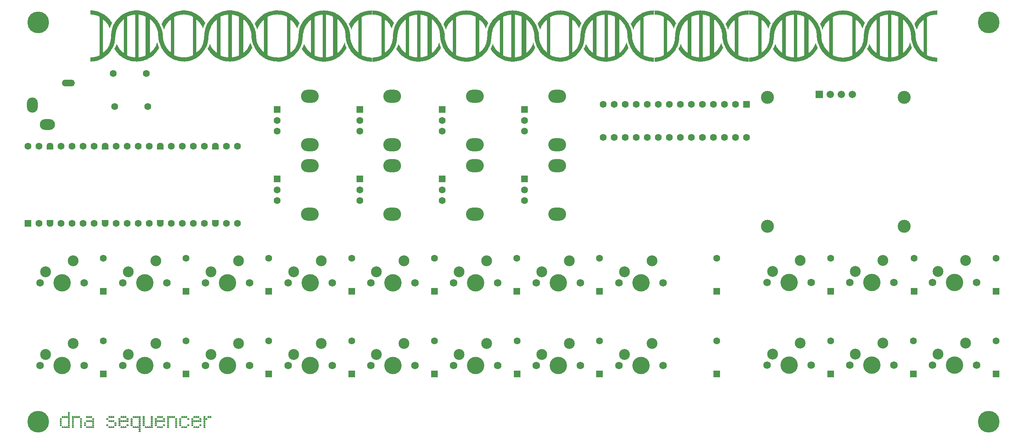
<source format=gbr>
%TF.GenerationSoftware,KiCad,Pcbnew,9.0.4-1.fc42*%
%TF.CreationDate,2025-11-01T05:47:49+00:00*%
%TF.ProjectId,dna,646e612e-6b69-4636-9164-5f7063625858,rev?*%
%TF.SameCoordinates,Original*%
%TF.FileFunction,Soldermask,Top*%
%TF.FilePolarity,Negative*%
%FSLAX46Y46*%
G04 Gerber Fmt 4.6, Leading zero omitted, Abs format (unit mm)*
G04 Created by KiCad (PCBNEW 9.0.4-1.fc42) date 2025-11-01 05:47:49*
%MOMM*%
%LPD*%
G01*
G04 APERTURE LIST*
G04 Aperture macros list*
%AMRoundRect*
0 Rectangle with rounded corners*
0 $1 Rounding radius*
0 $2 $3 $4 $5 $6 $7 $8 $9 X,Y pos of 4 corners*
0 Add a 4 corners polygon primitive as box body*
4,1,4,$2,$3,$4,$5,$6,$7,$8,$9,$2,$3,0*
0 Add four circle primitives for the rounded corners*
1,1,$1+$1,$2,$3*
1,1,$1+$1,$4,$5*
1,1,$1+$1,$6,$7*
1,1,$1+$1,$8,$9*
0 Add four rect primitives between the rounded corners*
20,1,$1+$1,$2,$3,$4,$5,0*
20,1,$1+$1,$4,$5,$6,$7,0*
20,1,$1+$1,$6,$7,$8,$9,0*
20,1,$1+$1,$8,$9,$2,$3,0*%
%AMFreePoly0*
4,1,37,0.603843,0.796157,0.639018,0.796157,0.711114,0.766294,0.766294,0.711114,0.796157,0.639018,0.796157,0.603843,0.800000,0.600000,0.800000,-0.600000,0.796157,-0.603843,0.796157,-0.639018,0.766294,-0.711114,0.711114,-0.766294,0.639018,-0.796157,0.603843,-0.796157,0.600000,-0.800000,0.000000,-0.800000,0.000000,-0.796148,-0.078414,-0.796148,-0.232228,-0.765552,-0.377117,-0.705537,
-0.507515,-0.618408,-0.618408,-0.507515,-0.705537,-0.377117,-0.765552,-0.232228,-0.796148,-0.078414,-0.796148,0.078414,-0.765552,0.232228,-0.705537,0.377117,-0.618408,0.507515,-0.507515,0.618408,-0.377117,0.705537,-0.232228,0.765552,-0.078414,0.796148,0.000000,0.796148,0.000000,0.800000,0.600000,0.800000,0.603843,0.796157,0.603843,0.796157,$1*%
%AMFreePoly1*
4,1,37,0.000000,0.796148,0.078414,0.796148,0.232228,0.765552,0.377117,0.705537,0.507515,0.618408,0.618408,0.507515,0.705537,0.377117,0.765552,0.232228,0.796148,0.078414,0.796148,-0.078414,0.765552,-0.232228,0.705537,-0.377117,0.618408,-0.507515,0.507515,-0.618408,0.377117,-0.705537,0.232228,-0.765552,0.078414,-0.796148,0.000000,-0.796148,0.000000,-0.800000,-0.600000,-0.800000,
-0.603843,-0.796157,-0.639018,-0.796157,-0.711114,-0.766294,-0.766294,-0.711114,-0.796157,-0.639018,-0.796157,-0.603843,-0.800000,-0.600000,-0.800000,0.600000,-0.796157,0.603843,-0.796157,0.639018,-0.766294,0.711114,-0.711114,0.766294,-0.639018,0.796157,-0.603843,0.796157,-0.600000,0.800000,0.000000,0.800000,0.000000,0.796148,0.000000,0.796148,$1*%
G04 Aperture macros list end*
%ADD10C,0.000000*%
%ADD11C,0.150000*%
%ADD12C,3.000000*%
%ADD13RoundRect,0.102000X-0.754000X-0.754000X0.754000X-0.754000X0.754000X0.754000X-0.754000X0.754000X0*%
%ADD14C,1.712000*%
%ADD15RoundRect,0.200000X0.600000X-0.600000X0.600000X0.600000X-0.600000X0.600000X-0.600000X-0.600000X0*%
%ADD16C,1.600000*%
%ADD17FreePoly0,90.000000*%
%ADD18FreePoly1,90.000000*%
%ADD19C,1.750000*%
%ADD20C,4.000000*%
%ADD21C,2.500000*%
%ADD22RoundRect,0.250000X-0.550000X-0.550000X0.550000X-0.550000X0.550000X0.550000X-0.550000X0.550000X0*%
%ADD23O,4.100000X3.000000*%
%ADD24O,3.000000X1.500000*%
%ADD25O,2.500000X3.500000*%
%ADD26O,3.500000X2.500000*%
%ADD27C,5.000000*%
%ADD28RoundRect,0.250000X-0.550000X0.550000X-0.550000X-0.550000X0.550000X-0.550000X0.550000X0.550000X0*%
%ADD29RoundRect,0.250000X0.550000X-0.550000X0.550000X0.550000X-0.550000X0.550000X-0.550000X-0.550000X0*%
G04 APERTURE END LIST*
D10*
G36*
X193376241Y-20241329D02*
G01*
X193601433Y-20254153D01*
X193824556Y-20275335D01*
X194045438Y-20304719D01*
X194263904Y-20342150D01*
X194479783Y-20387469D01*
X194692901Y-20440522D01*
X194903087Y-20501152D01*
X195110167Y-20569203D01*
X195313969Y-20644519D01*
X195514319Y-20726943D01*
X195711046Y-20816319D01*
X195903977Y-20912491D01*
X196092938Y-21015303D01*
X196277757Y-21124598D01*
X196458262Y-21240220D01*
X196634279Y-21362014D01*
X196805637Y-21489822D01*
X196972161Y-21623488D01*
X197133680Y-21762857D01*
X197290021Y-21907771D01*
X197441011Y-22058076D01*
X197586478Y-22213614D01*
X197726248Y-22374229D01*
X197860149Y-22539765D01*
X197988009Y-22710066D01*
X198109654Y-22884975D01*
X198224911Y-23064337D01*
X198333609Y-23247995D01*
X198435575Y-23435793D01*
X198530635Y-23627574D01*
X198618617Y-23823182D01*
X198729832Y-24092559D01*
X198834386Y-24368224D01*
X198929762Y-24649792D01*
X198973222Y-24792670D01*
X199013443Y-24936880D01*
X199050111Y-25082373D01*
X199082910Y-25229102D01*
X199111527Y-25377018D01*
X199135647Y-25526074D01*
X199154955Y-25676221D01*
X199169135Y-25827412D01*
X199177874Y-25979597D01*
X199180858Y-26132731D01*
X199189804Y-26413513D01*
X199216166Y-26690141D01*
X199259228Y-26962204D01*
X199318271Y-27229292D01*
X199392581Y-27490996D01*
X199481439Y-27746906D01*
X199584130Y-27996613D01*
X199699937Y-28239706D01*
X199828143Y-28475777D01*
X199968032Y-28704415D01*
X200118886Y-28925211D01*
X200279991Y-29137756D01*
X200450627Y-29341639D01*
X200630080Y-29536450D01*
X200817633Y-29721781D01*
X201012568Y-29897222D01*
X201012568Y-22388612D01*
X200867222Y-22504077D01*
X200728766Y-22623879D01*
X200597089Y-22747903D01*
X200472079Y-22876032D01*
X200353625Y-23008152D01*
X200241616Y-23144147D01*
X200135940Y-23283902D01*
X200036488Y-23427300D01*
X199943146Y-23574227D01*
X199855805Y-23724566D01*
X199774352Y-23878204D01*
X199698677Y-24035023D01*
X199628668Y-24194909D01*
X199564214Y-24357745D01*
X199505205Y-24523418D01*
X199451527Y-24691810D01*
X199433310Y-24627853D01*
X199413105Y-24563672D01*
X199391089Y-24499261D01*
X199367439Y-24434614D01*
X199315944Y-24304582D01*
X199260034Y-24173523D01*
X199020522Y-23637973D01*
X199004101Y-23600248D01*
X198987233Y-23562840D01*
X198952457Y-23488749D01*
X198880822Y-23341905D01*
X199077617Y-23002830D01*
X199295578Y-22678511D01*
X199534023Y-22369929D01*
X199792270Y-22078068D01*
X200069638Y-21803910D01*
X200365447Y-21548437D01*
X200679014Y-21312632D01*
X201009659Y-21097477D01*
X201356699Y-20903955D01*
X201719454Y-20733048D01*
X202097242Y-20585739D01*
X202489382Y-20463010D01*
X202895192Y-20365844D01*
X203313992Y-20295224D01*
X203745099Y-20252131D01*
X204187833Y-20237548D01*
X204187833Y-21180524D01*
X204025067Y-21182924D01*
X203860106Y-21190077D01*
X203693818Y-21201910D01*
X203527073Y-21218351D01*
X203360739Y-21239329D01*
X203195684Y-21264770D01*
X203032777Y-21294604D01*
X202872887Y-21328757D01*
X202716881Y-21367159D01*
X202565629Y-21409736D01*
X202420000Y-21456416D01*
X202280861Y-21507129D01*
X202149081Y-21561800D01*
X202025529Y-21620359D01*
X201911073Y-21682734D01*
X201806582Y-21748851D01*
X201806582Y-30521109D01*
X201911128Y-30586524D01*
X202025735Y-30648279D01*
X202149512Y-30706294D01*
X202281567Y-30760495D01*
X202421012Y-30810802D01*
X202566955Y-30857139D01*
X202718505Y-30899430D01*
X202874771Y-30937596D01*
X203034864Y-30971561D01*
X203197893Y-31001247D01*
X203362966Y-31026578D01*
X203529193Y-31047477D01*
X203695685Y-31063865D01*
X203861549Y-31075667D01*
X204025895Y-31082804D01*
X204187833Y-31085200D01*
X204187833Y-32028176D01*
X203946322Y-32023867D01*
X203708277Y-32011045D01*
X203473798Y-31989867D01*
X203242983Y-31960487D01*
X203015934Y-31923063D01*
X202792749Y-31877750D01*
X202573528Y-31824705D01*
X202358372Y-31764084D01*
X202147380Y-31696043D01*
X201940651Y-31620737D01*
X201738287Y-31538324D01*
X201540385Y-31448960D01*
X201347048Y-31352799D01*
X201158373Y-31250000D01*
X200974461Y-31140717D01*
X200795412Y-31025107D01*
X200621325Y-30903326D01*
X200452300Y-30775530D01*
X200288438Y-30641876D01*
X200129838Y-30502519D01*
X199976599Y-30357616D01*
X199828822Y-30207322D01*
X199686605Y-30051795D01*
X199550051Y-29891189D01*
X199419257Y-29725662D01*
X199294323Y-29555369D01*
X199175350Y-29380467D01*
X199062438Y-29201111D01*
X198955685Y-29017458D01*
X198855193Y-28829664D01*
X198761060Y-28637885D01*
X198673386Y-28442277D01*
X198562260Y-28172900D01*
X198457772Y-27897236D01*
X198362442Y-27615668D01*
X198319000Y-27472790D01*
X198278793Y-27328580D01*
X198242136Y-27183087D01*
X198209345Y-27036358D01*
X198180733Y-26888442D01*
X198156618Y-26739386D01*
X198137312Y-26589239D01*
X198123133Y-26438049D01*
X198114394Y-26285863D01*
X198111411Y-26132730D01*
X198109076Y-25984483D01*
X198102137Y-25837338D01*
X198074851Y-25546595D01*
X198030353Y-25260975D01*
X197969446Y-24980953D01*
X197892930Y-24707003D01*
X197801607Y-24439600D01*
X197696279Y-24179220D01*
X197577747Y-23926336D01*
X197446813Y-23681424D01*
X197304278Y-23444958D01*
X197150943Y-23217414D01*
X196987611Y-22999265D01*
X196815082Y-22790987D01*
X196634159Y-22593054D01*
X196445642Y-22405942D01*
X196250333Y-22230125D01*
X196250333Y-30017871D01*
X196396131Y-29900063D01*
X196535892Y-29777117D01*
X196669650Y-29649173D01*
X196797438Y-29516370D01*
X196919290Y-29378849D01*
X197035239Y-29236747D01*
X197145320Y-29090206D01*
X197249565Y-28939364D01*
X197348010Y-28784361D01*
X197440687Y-28625336D01*
X197527630Y-28462430D01*
X197608874Y-28295781D01*
X197684451Y-28125530D01*
X197754395Y-27951815D01*
X197818740Y-27774776D01*
X197877520Y-27594553D01*
X197958839Y-27865863D01*
X198039910Y-28129111D01*
X198081949Y-28257425D01*
X198125842Y-28383379D01*
X198172228Y-28506860D01*
X198221745Y-28627752D01*
X198234572Y-28657168D01*
X198247959Y-28686323D01*
X198261775Y-28715281D01*
X198275885Y-28744102D01*
X198304456Y-28801583D01*
X198332604Y-28859262D01*
X198136420Y-29204950D01*
X197918223Y-29535696D01*
X197679012Y-29850482D01*
X197419787Y-30148295D01*
X197141549Y-30428118D01*
X196845295Y-30688935D01*
X196532026Y-30929733D01*
X196202741Y-31149494D01*
X195858441Y-31347204D01*
X195500123Y-31521848D01*
X195128789Y-31672409D01*
X194745437Y-31797872D01*
X194351067Y-31897223D01*
X193946679Y-31969444D01*
X193604501Y-32005928D01*
X193533272Y-32013522D01*
X193111846Y-32028440D01*
X192909017Y-32024993D01*
X192810750Y-32019976D01*
X192707946Y-32014727D01*
X192508739Y-31997753D01*
X192311504Y-31974185D01*
X192116348Y-31944133D01*
X191923380Y-31907710D01*
X191732706Y-31865028D01*
X191544434Y-31816199D01*
X191358671Y-31761335D01*
X191175526Y-31700549D01*
X190995105Y-31633951D01*
X190817516Y-31561655D01*
X190642867Y-31483772D01*
X190471265Y-31400415D01*
X190302817Y-31311695D01*
X190137632Y-31217724D01*
X189975816Y-31118615D01*
X189888398Y-31061123D01*
X193604501Y-31061123D01*
X193703719Y-31049495D01*
X193802938Y-31035466D01*
X193902157Y-31019067D01*
X194001375Y-31000327D01*
X194100594Y-30979278D01*
X194199813Y-30955949D01*
X194299032Y-30930370D01*
X194398250Y-30902572D01*
X194596688Y-30840439D01*
X194795125Y-30769792D01*
X194993563Y-30690873D01*
X195192000Y-30603923D01*
X195192000Y-21680852D01*
X195229836Y-21680852D01*
X195133376Y-21632456D01*
X195035318Y-21586493D01*
X194935860Y-21542970D01*
X194835198Y-21501894D01*
X194733526Y-21463274D01*
X194631040Y-21427118D01*
X194527937Y-21393433D01*
X194424411Y-21362227D01*
X194320659Y-21333507D01*
X194216877Y-21307282D01*
X194113260Y-21283560D01*
X194010003Y-21262347D01*
X193907303Y-21243652D01*
X193805356Y-21227482D01*
X193704356Y-21213846D01*
X193604501Y-21202750D01*
X193604501Y-31061123D01*
X189888398Y-31061123D01*
X189817477Y-31014480D01*
X189662723Y-30905430D01*
X189511660Y-30791578D01*
X189364398Y-30673036D01*
X189221042Y-30549915D01*
X189081701Y-30422329D01*
X188946482Y-30290388D01*
X188815492Y-30154206D01*
X188688840Y-30013893D01*
X188566632Y-29869563D01*
X188448977Y-29721327D01*
X188335981Y-29569297D01*
X188227752Y-29413585D01*
X188124398Y-29254304D01*
X188026026Y-29091565D01*
X188148428Y-28862635D01*
X188178851Y-28804503D01*
X188208377Y-28745987D01*
X188236595Y-28687074D01*
X188263092Y-28627752D01*
X188339371Y-28450517D01*
X188377583Y-28360116D01*
X188414930Y-28268546D01*
X188450727Y-28175822D01*
X188484288Y-28081961D01*
X188514929Y-27986977D01*
X188528940Y-27939069D01*
X188541963Y-27890886D01*
X188604268Y-28047570D01*
X188671125Y-28201541D01*
X188742675Y-28352699D01*
X188819060Y-28500941D01*
X188900424Y-28646166D01*
X188986908Y-28788273D01*
X189078654Y-28927160D01*
X189175806Y-29062725D01*
X189278504Y-29194868D01*
X189386891Y-29323486D01*
X189501110Y-29448477D01*
X189621302Y-29569742D01*
X189747610Y-29687177D01*
X189880177Y-29800681D01*
X190019143Y-29910153D01*
X190164653Y-30015491D01*
X190164653Y-22279340D01*
X190063804Y-22367888D01*
X189965086Y-22458693D01*
X189868545Y-22551731D01*
X189774227Y-22646977D01*
X189682178Y-22744405D01*
X189592446Y-22843992D01*
X189505076Y-22945712D01*
X189420115Y-23049541D01*
X189264627Y-23254779D01*
X189122580Y-23463381D01*
X188993340Y-23675318D01*
X188876272Y-23890560D01*
X188770742Y-24109080D01*
X188676114Y-24330849D01*
X188591754Y-24555837D01*
X188517026Y-24784017D01*
X188451296Y-25015359D01*
X188393930Y-25249835D01*
X188344291Y-25487417D01*
X188301746Y-25728075D01*
X188265660Y-25971781D01*
X188235397Y-26218506D01*
X188189803Y-26720899D01*
X188169786Y-26946456D01*
X188142380Y-27169380D01*
X188107142Y-27389496D01*
X188086448Y-27498445D01*
X188063629Y-27606625D01*
X188038631Y-27714015D01*
X188011397Y-27820592D01*
X187981873Y-27926334D01*
X187950003Y-28031219D01*
X187915731Y-28135225D01*
X187879003Y-28238331D01*
X187839763Y-28340512D01*
X187797954Y-28441749D01*
X187791035Y-28457708D01*
X187783824Y-28473474D01*
X187768851Y-28504654D01*
X187753678Y-28535734D01*
X187746219Y-28551377D01*
X187738952Y-28567162D01*
X187552671Y-28941981D01*
X187342154Y-29301171D01*
X187108549Y-29643552D01*
X186852999Y-29967944D01*
X186576653Y-30273166D01*
X186280656Y-30558039D01*
X185966153Y-30821383D01*
X185634292Y-31062016D01*
X185286217Y-31278760D01*
X184923076Y-31470433D01*
X184546013Y-31635856D01*
X184156176Y-31773849D01*
X183754710Y-31883231D01*
X183342762Y-31962822D01*
X182921477Y-32011442D01*
X182492001Y-32027911D01*
X182492001Y-31084936D01*
X182634137Y-31082701D01*
X182777594Y-31076045D01*
X182921807Y-31065043D01*
X183066213Y-31049772D01*
X183210246Y-31030305D01*
X183353344Y-31006718D01*
X183494940Y-30979086D01*
X183634472Y-30947485D01*
X183771374Y-30911990D01*
X183905082Y-30872675D01*
X184035033Y-30829617D01*
X184160662Y-30782890D01*
X184281404Y-30732569D01*
X184396695Y-30678730D01*
X184505971Y-30621447D01*
X184608667Y-30560797D01*
X184608667Y-21703605D01*
X184554999Y-21662914D01*
X184493699Y-21623703D01*
X184425491Y-21585996D01*
X184351104Y-21549816D01*
X184271262Y-21515187D01*
X184186693Y-21482130D01*
X184098123Y-21450671D01*
X184006277Y-21420832D01*
X183815667Y-21366106D01*
X183620672Y-21318140D01*
X183427103Y-21277120D01*
X183240772Y-21243230D01*
X183201175Y-21236707D01*
X183161922Y-21230783D01*
X183122960Y-21225385D01*
X183084238Y-21220444D01*
X183007298Y-21211642D01*
X182930680Y-21203807D01*
X182913701Y-21201860D01*
X182896846Y-21199740D01*
X182880041Y-21197669D01*
X182871634Y-21196722D01*
X182863211Y-21195871D01*
X182770942Y-21189190D01*
X182678301Y-21184296D01*
X182585312Y-21181286D01*
X182538695Y-21180519D01*
X182492001Y-21180261D01*
X182492001Y-20237285D01*
X182686981Y-20240664D01*
X182880624Y-20250730D01*
X183072813Y-20267373D01*
X183263431Y-20290485D01*
X183452360Y-20319957D01*
X183639484Y-20355680D01*
X183824686Y-20397546D01*
X184007848Y-20445446D01*
X184188854Y-20499271D01*
X184367587Y-20558913D01*
X184543928Y-20624262D01*
X184717763Y-20695211D01*
X184888972Y-20771650D01*
X185057440Y-20853470D01*
X185223049Y-20940563D01*
X185385682Y-21032821D01*
X185545223Y-21130134D01*
X185701554Y-21232394D01*
X185854557Y-21339492D01*
X186004117Y-21451320D01*
X186150116Y-21567768D01*
X186292436Y-21688728D01*
X186565575Y-21943748D01*
X186822597Y-22215512D01*
X186944771Y-22357401D01*
X187062565Y-22503150D01*
X187175862Y-22652649D01*
X187284544Y-22805791D01*
X187388495Y-22962466D01*
X187487597Y-23122565D01*
X187419376Y-23248933D01*
X187351601Y-23376665D01*
X187318610Y-23441159D01*
X187286605Y-23506133D01*
X187255877Y-23571635D01*
X187226718Y-23637710D01*
X187164611Y-23784276D01*
X187134328Y-23858064D01*
X187105109Y-23932158D01*
X187077365Y-24006537D01*
X187051510Y-24081180D01*
X187027955Y-24156065D01*
X187007114Y-24231170D01*
X187003891Y-24241740D01*
X186999951Y-24252315D01*
X186995400Y-24262895D01*
X186990346Y-24273478D01*
X186984894Y-24284065D01*
X186979153Y-24294654D01*
X186967228Y-24315837D01*
X186955427Y-24337019D01*
X186949841Y-24347608D01*
X186944606Y-24358195D01*
X186939830Y-24368778D01*
X186935621Y-24379358D01*
X186932084Y-24389934D01*
X186929326Y-24400503D01*
X186870928Y-24249753D01*
X186809207Y-24101468D01*
X186743816Y-23955741D01*
X186674409Y-23812661D01*
X186600639Y-23672322D01*
X186522160Y-23534812D01*
X186438626Y-23400224D01*
X186349690Y-23268649D01*
X186255006Y-23140178D01*
X186154226Y-23014901D01*
X186047005Y-22892910D01*
X185932996Y-22774295D01*
X185811853Y-22659149D01*
X185683229Y-22547562D01*
X185546777Y-22439625D01*
X185402151Y-22335429D01*
X185402151Y-29933734D01*
X185504051Y-29861594D01*
X185604723Y-29786035D01*
X185703807Y-29707306D01*
X185800945Y-29625660D01*
X185895775Y-29541347D01*
X185987939Y-29454619D01*
X186077076Y-29365727D01*
X186162828Y-29274922D01*
X186309620Y-29104104D01*
X186442852Y-28927999D01*
X186563177Y-28746903D01*
X186671250Y-28561109D01*
X186767724Y-28370912D01*
X186853251Y-28176608D01*
X186928487Y-27978489D01*
X186994083Y-27776851D01*
X187050694Y-27571989D01*
X187098973Y-27364196D01*
X187139573Y-27153768D01*
X187173148Y-26940999D01*
X187200352Y-26726184D01*
X187221837Y-26509617D01*
X187250266Y-26072405D01*
X187266762Y-25793455D01*
X187291793Y-25507433D01*
X187326480Y-25217560D01*
X187371941Y-24927057D01*
X187399062Y-24782576D01*
X187429296Y-24639146D01*
X187462784Y-24497170D01*
X187499665Y-24357049D01*
X187540079Y-24219188D01*
X187584166Y-24083988D01*
X187632066Y-23951852D01*
X187683918Y-23823182D01*
X187694506Y-23799386D01*
X187705713Y-23775789D01*
X187717367Y-23752340D01*
X187729294Y-23728990D01*
X187753272Y-23682391D01*
X187764976Y-23659041D01*
X187776258Y-23635593D01*
X187966264Y-23267053D01*
X188181451Y-22913978D01*
X188420589Y-22577515D01*
X188682447Y-22258812D01*
X188965795Y-21959014D01*
X189267399Y-21681117D01*
X190958667Y-21681117D01*
X190958667Y-30604189D01*
X191157621Y-30691159D01*
X191359676Y-30769971D01*
X191567932Y-30840430D01*
X191675354Y-30872466D01*
X191785490Y-30902341D01*
X191898726Y-30930029D01*
X192015450Y-30955508D01*
X192136050Y-30978752D01*
X192260913Y-30999736D01*
X192390427Y-31018437D01*
X192524979Y-31034830D01*
X192664958Y-31048891D01*
X192810750Y-31060595D01*
X192810750Y-21207250D01*
X192664958Y-21219571D01*
X192524979Y-21234383D01*
X192390427Y-21251646D01*
X192260913Y-21271320D01*
X192136050Y-21293367D01*
X192015450Y-21317745D01*
X191898726Y-21344417D01*
X191785490Y-21373342D01*
X191675354Y-21404480D01*
X191567932Y-21437793D01*
X191462835Y-21473241D01*
X191359676Y-21510784D01*
X191258067Y-21550383D01*
X191157621Y-21591997D01*
X190958667Y-21681117D01*
X189267399Y-21681117D01*
X189269404Y-21679270D01*
X189592042Y-21420724D01*
X189932479Y-21184525D01*
X190289487Y-20971819D01*
X190661834Y-20783753D01*
X191048289Y-20621474D01*
X191447624Y-20486129D01*
X191858608Y-20378864D01*
X192280011Y-20300826D01*
X192710602Y-20253162D01*
X193149152Y-20237020D01*
X193376241Y-20241329D01*
G37*
G36*
X236851174Y-20241329D02*
G01*
X237076366Y-20254153D01*
X237299489Y-20275335D01*
X237520371Y-20304719D01*
X237738837Y-20342150D01*
X237954716Y-20387469D01*
X238167834Y-20440522D01*
X238378020Y-20501152D01*
X238585100Y-20569203D01*
X238788902Y-20644519D01*
X238989252Y-20726943D01*
X239185979Y-20816319D01*
X239378910Y-20912491D01*
X239567871Y-21015303D01*
X239752690Y-21124598D01*
X239933195Y-21240220D01*
X240109212Y-21362014D01*
X240280570Y-21489822D01*
X240447094Y-21623488D01*
X240608613Y-21762857D01*
X240764954Y-21907771D01*
X240915944Y-22058076D01*
X241061411Y-22213614D01*
X241201181Y-22374229D01*
X241335082Y-22539765D01*
X241462942Y-22710066D01*
X241584587Y-22884975D01*
X241699844Y-23064337D01*
X241808542Y-23247995D01*
X241910508Y-23435793D01*
X242005568Y-23627574D01*
X242093550Y-23823182D01*
X242204765Y-24092559D01*
X242309319Y-24368224D01*
X242404695Y-24649792D01*
X242448155Y-24792670D01*
X242488376Y-24936880D01*
X242525044Y-25082373D01*
X242557843Y-25229102D01*
X242586460Y-25377018D01*
X242610580Y-25526074D01*
X242629888Y-25676221D01*
X242644068Y-25827412D01*
X242652807Y-25979597D01*
X242655791Y-26132731D01*
X242664737Y-26413513D01*
X242691099Y-26690141D01*
X242734161Y-26962204D01*
X242793204Y-27229292D01*
X242867514Y-27490996D01*
X242956372Y-27746906D01*
X243059063Y-27996613D01*
X243174870Y-28239706D01*
X243303076Y-28475777D01*
X243442965Y-28704415D01*
X243593819Y-28925211D01*
X243754924Y-29137756D01*
X243925560Y-29341639D01*
X244105013Y-29536450D01*
X244292566Y-29721781D01*
X244487501Y-29897222D01*
X244487501Y-22388612D01*
X244342155Y-22504077D01*
X244203699Y-22623879D01*
X244072022Y-22747903D01*
X243947012Y-22876032D01*
X243828558Y-23008152D01*
X243716549Y-23144147D01*
X243610873Y-23283902D01*
X243511421Y-23427300D01*
X243418079Y-23574227D01*
X243330738Y-23724566D01*
X243249285Y-23878204D01*
X243173610Y-24035023D01*
X243103601Y-24194909D01*
X243039147Y-24357745D01*
X242980138Y-24523418D01*
X242926460Y-24691810D01*
X242908243Y-24627853D01*
X242888038Y-24563672D01*
X242866022Y-24499261D01*
X242842372Y-24434614D01*
X242790877Y-24304582D01*
X242734967Y-24173523D01*
X242495455Y-23637973D01*
X242479034Y-23600248D01*
X242462166Y-23562840D01*
X242427390Y-23488749D01*
X242355755Y-23341905D01*
X242552550Y-23002830D01*
X242770511Y-22678511D01*
X243008956Y-22369929D01*
X243267203Y-22078068D01*
X243544571Y-21803910D01*
X243840380Y-21548437D01*
X244153947Y-21312632D01*
X244484592Y-21097477D01*
X244831632Y-20903955D01*
X245194387Y-20733048D01*
X245572175Y-20585739D01*
X245964315Y-20463010D01*
X246370125Y-20365844D01*
X246788925Y-20295224D01*
X247220032Y-20252131D01*
X247662766Y-20237548D01*
X247662766Y-21180524D01*
X247500000Y-21182924D01*
X247335039Y-21190077D01*
X247168751Y-21201910D01*
X247002006Y-21218351D01*
X246835672Y-21239329D01*
X246670617Y-21264770D01*
X246507710Y-21294604D01*
X246347820Y-21328757D01*
X246191814Y-21367159D01*
X246040562Y-21409736D01*
X245894933Y-21456416D01*
X245755794Y-21507129D01*
X245624014Y-21561800D01*
X245500462Y-21620359D01*
X245386006Y-21682734D01*
X245281515Y-21748851D01*
X245281515Y-30521109D01*
X245386061Y-30586524D01*
X245500668Y-30648279D01*
X245624445Y-30706294D01*
X245756500Y-30760495D01*
X245895945Y-30810802D01*
X246041888Y-30857139D01*
X246193438Y-30899430D01*
X246349704Y-30937596D01*
X246509797Y-30971561D01*
X246672826Y-31001247D01*
X246837899Y-31026578D01*
X247004126Y-31047477D01*
X247170618Y-31063865D01*
X247336482Y-31075667D01*
X247500828Y-31082804D01*
X247662766Y-31085200D01*
X247662766Y-32028176D01*
X247421255Y-32023867D01*
X247183210Y-32011045D01*
X246948731Y-31989867D01*
X246717916Y-31960487D01*
X246490867Y-31923063D01*
X246267682Y-31877750D01*
X246048461Y-31824705D01*
X245833305Y-31764084D01*
X245622313Y-31696043D01*
X245415584Y-31620737D01*
X245213220Y-31538324D01*
X245015318Y-31448960D01*
X244821981Y-31352799D01*
X244633306Y-31250000D01*
X244449394Y-31140717D01*
X244270345Y-31025107D01*
X244096258Y-30903326D01*
X243927233Y-30775530D01*
X243763371Y-30641876D01*
X243604771Y-30502519D01*
X243451532Y-30357616D01*
X243303755Y-30207322D01*
X243161538Y-30051795D01*
X243024984Y-29891189D01*
X242894190Y-29725662D01*
X242769256Y-29555369D01*
X242650283Y-29380467D01*
X242537371Y-29201111D01*
X242430618Y-29017458D01*
X242330126Y-28829664D01*
X242235993Y-28637885D01*
X242148319Y-28442277D01*
X242037193Y-28172900D01*
X241932705Y-27897236D01*
X241837375Y-27615668D01*
X241793933Y-27472790D01*
X241753726Y-27328580D01*
X241717069Y-27183087D01*
X241684278Y-27036358D01*
X241655666Y-26888442D01*
X241631551Y-26739386D01*
X241612245Y-26589239D01*
X241598066Y-26438049D01*
X241589327Y-26285863D01*
X241586344Y-26132730D01*
X241584009Y-25984483D01*
X241577070Y-25837338D01*
X241549784Y-25546595D01*
X241505286Y-25260975D01*
X241444379Y-24980953D01*
X241367863Y-24707003D01*
X241276540Y-24439600D01*
X241171212Y-24179220D01*
X241052680Y-23926336D01*
X240921746Y-23681424D01*
X240779211Y-23444958D01*
X240625876Y-23217414D01*
X240462544Y-22999265D01*
X240290015Y-22790987D01*
X240109092Y-22593054D01*
X239920575Y-22405942D01*
X239725266Y-22230125D01*
X239725266Y-30017871D01*
X239871064Y-29900063D01*
X240010825Y-29777117D01*
X240144583Y-29649173D01*
X240272371Y-29516370D01*
X240394223Y-29378849D01*
X240510172Y-29236747D01*
X240620253Y-29090206D01*
X240724498Y-28939364D01*
X240822943Y-28784361D01*
X240915620Y-28625336D01*
X241002563Y-28462430D01*
X241083807Y-28295781D01*
X241159384Y-28125530D01*
X241229328Y-27951815D01*
X241293673Y-27774776D01*
X241352453Y-27594553D01*
X241433772Y-27865863D01*
X241514843Y-28129111D01*
X241556882Y-28257425D01*
X241600775Y-28383379D01*
X241647161Y-28506860D01*
X241696678Y-28627752D01*
X241709505Y-28657168D01*
X241722892Y-28686323D01*
X241736708Y-28715281D01*
X241750818Y-28744102D01*
X241779389Y-28801583D01*
X241807537Y-28859262D01*
X241611353Y-29204950D01*
X241393156Y-29535696D01*
X241153945Y-29850482D01*
X240894720Y-30148295D01*
X240616482Y-30428118D01*
X240320228Y-30688935D01*
X240006959Y-30929733D01*
X239677674Y-31149494D01*
X239333374Y-31347204D01*
X238975056Y-31521848D01*
X238603722Y-31672409D01*
X238220370Y-31797872D01*
X237826000Y-31897223D01*
X237421612Y-31969444D01*
X237079434Y-32005928D01*
X237008205Y-32013522D01*
X236586779Y-32028440D01*
X236383950Y-32024993D01*
X236285683Y-32019976D01*
X236182879Y-32014727D01*
X235983672Y-31997753D01*
X235786437Y-31974185D01*
X235591281Y-31944133D01*
X235398313Y-31907710D01*
X235207639Y-31865028D01*
X235019367Y-31816199D01*
X234833604Y-31761335D01*
X234650459Y-31700549D01*
X234470038Y-31633951D01*
X234292449Y-31561655D01*
X234117800Y-31483772D01*
X233946198Y-31400415D01*
X233777750Y-31311695D01*
X233612565Y-31217724D01*
X233450749Y-31118615D01*
X233363331Y-31061123D01*
X237079434Y-31061123D01*
X237178652Y-31049495D01*
X237277871Y-31035466D01*
X237377090Y-31019067D01*
X237476308Y-31000327D01*
X237575527Y-30979278D01*
X237674746Y-30955949D01*
X237773965Y-30930370D01*
X237873183Y-30902572D01*
X238071621Y-30840439D01*
X238270058Y-30769792D01*
X238468496Y-30690873D01*
X238666933Y-30603923D01*
X238666933Y-21680852D01*
X238704769Y-21680852D01*
X238608309Y-21632456D01*
X238510251Y-21586493D01*
X238410793Y-21542970D01*
X238310131Y-21501894D01*
X238208459Y-21463274D01*
X238105973Y-21427118D01*
X238002870Y-21393433D01*
X237899344Y-21362227D01*
X237795592Y-21333507D01*
X237691810Y-21307282D01*
X237588193Y-21283560D01*
X237484936Y-21262347D01*
X237382236Y-21243652D01*
X237280289Y-21227482D01*
X237179289Y-21213846D01*
X237079434Y-21202750D01*
X237079434Y-31061123D01*
X233363331Y-31061123D01*
X233292410Y-31014480D01*
X233137656Y-30905430D01*
X232986593Y-30791578D01*
X232839331Y-30673036D01*
X232695975Y-30549915D01*
X232556634Y-30422329D01*
X232421415Y-30290388D01*
X232290425Y-30154206D01*
X232163773Y-30013893D01*
X232041565Y-29869563D01*
X231923910Y-29721327D01*
X231810914Y-29569297D01*
X231702685Y-29413585D01*
X231599331Y-29254304D01*
X231500959Y-29091565D01*
X231623361Y-28862635D01*
X231653784Y-28804503D01*
X231683310Y-28745987D01*
X231711528Y-28687074D01*
X231738025Y-28627752D01*
X231814304Y-28450517D01*
X231852516Y-28360116D01*
X231889863Y-28268546D01*
X231925660Y-28175822D01*
X231959221Y-28081961D01*
X231989862Y-27986977D01*
X232003873Y-27939069D01*
X232016896Y-27890886D01*
X232079201Y-28047570D01*
X232146058Y-28201541D01*
X232217608Y-28352699D01*
X232293993Y-28500941D01*
X232375357Y-28646166D01*
X232461841Y-28788273D01*
X232553587Y-28927160D01*
X232650739Y-29062725D01*
X232753437Y-29194868D01*
X232861824Y-29323486D01*
X232976043Y-29448477D01*
X233096235Y-29569742D01*
X233222543Y-29687177D01*
X233355110Y-29800681D01*
X233494076Y-29910153D01*
X233639586Y-30015491D01*
X233639586Y-22279340D01*
X233538737Y-22367888D01*
X233440019Y-22458693D01*
X233343478Y-22551731D01*
X233249160Y-22646977D01*
X233157111Y-22744405D01*
X233067379Y-22843992D01*
X232980009Y-22945712D01*
X232895048Y-23049541D01*
X232739560Y-23254779D01*
X232597513Y-23463381D01*
X232468273Y-23675318D01*
X232351205Y-23890560D01*
X232245675Y-24109080D01*
X232151047Y-24330849D01*
X232066687Y-24555837D01*
X231991959Y-24784017D01*
X231926229Y-25015359D01*
X231868863Y-25249835D01*
X231819224Y-25487417D01*
X231776679Y-25728075D01*
X231740593Y-25971781D01*
X231710330Y-26218506D01*
X231664736Y-26720899D01*
X231644719Y-26946456D01*
X231617313Y-27169380D01*
X231582075Y-27389496D01*
X231561381Y-27498445D01*
X231538562Y-27606625D01*
X231513564Y-27714015D01*
X231486330Y-27820592D01*
X231456806Y-27926334D01*
X231424936Y-28031219D01*
X231390664Y-28135225D01*
X231353936Y-28238331D01*
X231314696Y-28340512D01*
X231272887Y-28441749D01*
X231265968Y-28457708D01*
X231258757Y-28473474D01*
X231243784Y-28504654D01*
X231228611Y-28535734D01*
X231221152Y-28551377D01*
X231213885Y-28567162D01*
X231027604Y-28941981D01*
X230817087Y-29301171D01*
X230583482Y-29643552D01*
X230327932Y-29967944D01*
X230051586Y-30273166D01*
X229755589Y-30558039D01*
X229441086Y-30821383D01*
X229109225Y-31062016D01*
X228761150Y-31278760D01*
X228398009Y-31470433D01*
X228020946Y-31635856D01*
X227631109Y-31773849D01*
X227229643Y-31883231D01*
X226817695Y-31962822D01*
X226396410Y-32011442D01*
X225966934Y-32027911D01*
X225966934Y-31084936D01*
X226109070Y-31082701D01*
X226252527Y-31076045D01*
X226396740Y-31065043D01*
X226541146Y-31049772D01*
X226685179Y-31030305D01*
X226828277Y-31006718D01*
X226969873Y-30979086D01*
X227109405Y-30947485D01*
X227246307Y-30911990D01*
X227380015Y-30872675D01*
X227509966Y-30829617D01*
X227635595Y-30782890D01*
X227756337Y-30732569D01*
X227871628Y-30678730D01*
X227980904Y-30621447D01*
X228083600Y-30560797D01*
X228083600Y-21703605D01*
X228029932Y-21662914D01*
X227968632Y-21623703D01*
X227900424Y-21585996D01*
X227826037Y-21549816D01*
X227746195Y-21515187D01*
X227661626Y-21482130D01*
X227573056Y-21450671D01*
X227481210Y-21420832D01*
X227290600Y-21366106D01*
X227095605Y-21318140D01*
X226902036Y-21277120D01*
X226715705Y-21243230D01*
X226676108Y-21236707D01*
X226636855Y-21230783D01*
X226597893Y-21225385D01*
X226559171Y-21220444D01*
X226482231Y-21211642D01*
X226405613Y-21203807D01*
X226388634Y-21201860D01*
X226371779Y-21199740D01*
X226354974Y-21197669D01*
X226346567Y-21196722D01*
X226338144Y-21195871D01*
X226245875Y-21189190D01*
X226153234Y-21184296D01*
X226060245Y-21181286D01*
X226013628Y-21180519D01*
X225966934Y-21180261D01*
X225966934Y-20237285D01*
X226161914Y-20240664D01*
X226355557Y-20250730D01*
X226547746Y-20267373D01*
X226738364Y-20290485D01*
X226927293Y-20319957D01*
X227114417Y-20355680D01*
X227299619Y-20397546D01*
X227482781Y-20445446D01*
X227663787Y-20499271D01*
X227842520Y-20558913D01*
X228018861Y-20624262D01*
X228192696Y-20695211D01*
X228363905Y-20771650D01*
X228532373Y-20853470D01*
X228697982Y-20940563D01*
X228860615Y-21032821D01*
X229020156Y-21130134D01*
X229176487Y-21232394D01*
X229329490Y-21339492D01*
X229479050Y-21451320D01*
X229625049Y-21567768D01*
X229767369Y-21688728D01*
X230040508Y-21943748D01*
X230297530Y-22215512D01*
X230419704Y-22357401D01*
X230537498Y-22503150D01*
X230650795Y-22652649D01*
X230759477Y-22805791D01*
X230863428Y-22962466D01*
X230962530Y-23122565D01*
X230894309Y-23248933D01*
X230826534Y-23376665D01*
X230793543Y-23441159D01*
X230761538Y-23506133D01*
X230730810Y-23571635D01*
X230701651Y-23637710D01*
X230639544Y-23784276D01*
X230609261Y-23858064D01*
X230580042Y-23932158D01*
X230552298Y-24006537D01*
X230526443Y-24081180D01*
X230502888Y-24156065D01*
X230482047Y-24231170D01*
X230478824Y-24241740D01*
X230474884Y-24252315D01*
X230470333Y-24262895D01*
X230465279Y-24273478D01*
X230459827Y-24284065D01*
X230454086Y-24294654D01*
X230442161Y-24315837D01*
X230430360Y-24337019D01*
X230424774Y-24347608D01*
X230419539Y-24358195D01*
X230414763Y-24368778D01*
X230410554Y-24379358D01*
X230407017Y-24389934D01*
X230404259Y-24400503D01*
X230345861Y-24249753D01*
X230284140Y-24101468D01*
X230218749Y-23955741D01*
X230149342Y-23812661D01*
X230075572Y-23672322D01*
X229997093Y-23534812D01*
X229913559Y-23400224D01*
X229824623Y-23268649D01*
X229729939Y-23140178D01*
X229629159Y-23014901D01*
X229521938Y-22892910D01*
X229407929Y-22774295D01*
X229286786Y-22659149D01*
X229158162Y-22547562D01*
X229021710Y-22439625D01*
X228877084Y-22335429D01*
X228877084Y-29933734D01*
X228978984Y-29861594D01*
X229079656Y-29786035D01*
X229178740Y-29707306D01*
X229275878Y-29625660D01*
X229370708Y-29541347D01*
X229462872Y-29454619D01*
X229552009Y-29365727D01*
X229637761Y-29274922D01*
X229784553Y-29104104D01*
X229917785Y-28927999D01*
X230038110Y-28746903D01*
X230146183Y-28561109D01*
X230242657Y-28370912D01*
X230328184Y-28176608D01*
X230403420Y-27978489D01*
X230469016Y-27776851D01*
X230525627Y-27571989D01*
X230573906Y-27364196D01*
X230614506Y-27153768D01*
X230648081Y-26940999D01*
X230675285Y-26726184D01*
X230696770Y-26509617D01*
X230725199Y-26072405D01*
X230741695Y-25793455D01*
X230766726Y-25507433D01*
X230801413Y-25217560D01*
X230846874Y-24927057D01*
X230873995Y-24782576D01*
X230904229Y-24639146D01*
X230937717Y-24497170D01*
X230974598Y-24357049D01*
X231015012Y-24219188D01*
X231059099Y-24083988D01*
X231106999Y-23951852D01*
X231158851Y-23823182D01*
X231169439Y-23799386D01*
X231180646Y-23775789D01*
X231192300Y-23752340D01*
X231204227Y-23728990D01*
X231228205Y-23682391D01*
X231239909Y-23659041D01*
X231251191Y-23635593D01*
X231441197Y-23267053D01*
X231656384Y-22913978D01*
X231895522Y-22577515D01*
X232157380Y-22258812D01*
X232440728Y-21959014D01*
X232742332Y-21681117D01*
X234433600Y-21681117D01*
X234433600Y-30604189D01*
X234632554Y-30691159D01*
X234834609Y-30769971D01*
X235042865Y-30840430D01*
X235150287Y-30872466D01*
X235260423Y-30902341D01*
X235373659Y-30930029D01*
X235490383Y-30955508D01*
X235610983Y-30978752D01*
X235735846Y-30999736D01*
X235865360Y-31018437D01*
X235999912Y-31034830D01*
X236139891Y-31048891D01*
X236285683Y-31060595D01*
X236285683Y-21207250D01*
X236139891Y-21219571D01*
X235999912Y-21234383D01*
X235865360Y-21251646D01*
X235735846Y-21271320D01*
X235610983Y-21293367D01*
X235490383Y-21317745D01*
X235373659Y-21344417D01*
X235260423Y-21373342D01*
X235150287Y-21404480D01*
X235042865Y-21437793D01*
X234937768Y-21473241D01*
X234834609Y-21510784D01*
X234733000Y-21550383D01*
X234632554Y-21591997D01*
X234433600Y-21681117D01*
X232742332Y-21681117D01*
X232744337Y-21679270D01*
X233066975Y-21420724D01*
X233407412Y-21184525D01*
X233764420Y-20971819D01*
X234136767Y-20783753D01*
X234523222Y-20621474D01*
X234922557Y-20486129D01*
X235333541Y-20378864D01*
X235754944Y-20300826D01*
X236185535Y-20253162D01*
X236624085Y-20237020D01*
X236851174Y-20241329D01*
G37*
G36*
X150087086Y-20241329D02*
G01*
X150312278Y-20254153D01*
X150535401Y-20275335D01*
X150756283Y-20304719D01*
X150974749Y-20342150D01*
X151190628Y-20387469D01*
X151403746Y-20440522D01*
X151613932Y-20501152D01*
X151821012Y-20569203D01*
X152024814Y-20644519D01*
X152225164Y-20726943D01*
X152421891Y-20816319D01*
X152614822Y-20912491D01*
X152803783Y-21015303D01*
X152988602Y-21124598D01*
X153169107Y-21240220D01*
X153345124Y-21362014D01*
X153516482Y-21489822D01*
X153683006Y-21623488D01*
X153844525Y-21762857D01*
X154000866Y-21907771D01*
X154151856Y-22058076D01*
X154297323Y-22213614D01*
X154437093Y-22374229D01*
X154570994Y-22539765D01*
X154698854Y-22710066D01*
X154820499Y-22884975D01*
X154935756Y-23064337D01*
X155044454Y-23247995D01*
X155146420Y-23435793D01*
X155241480Y-23627574D01*
X155329462Y-23823182D01*
X155440677Y-24092559D01*
X155545231Y-24368224D01*
X155640607Y-24649792D01*
X155684067Y-24792670D01*
X155724288Y-24936880D01*
X155760956Y-25082373D01*
X155793755Y-25229102D01*
X155822372Y-25377018D01*
X155846492Y-25526074D01*
X155865800Y-25676221D01*
X155879980Y-25827412D01*
X155888719Y-25979597D01*
X155891703Y-26132731D01*
X155900649Y-26413513D01*
X155927011Y-26690141D01*
X155970073Y-26962204D01*
X156029116Y-27229292D01*
X156103426Y-27490996D01*
X156192284Y-27746906D01*
X156294975Y-27996613D01*
X156410782Y-28239706D01*
X156538988Y-28475777D01*
X156678877Y-28704415D01*
X156829731Y-28925211D01*
X156990836Y-29137756D01*
X157161472Y-29341639D01*
X157340925Y-29536450D01*
X157528478Y-29721781D01*
X157723413Y-29897222D01*
X157723413Y-22388612D01*
X157578067Y-22504077D01*
X157439611Y-22623879D01*
X157307934Y-22747903D01*
X157182924Y-22876032D01*
X157064470Y-23008152D01*
X156952461Y-23144147D01*
X156846785Y-23283902D01*
X156747333Y-23427300D01*
X156653991Y-23574227D01*
X156566650Y-23724566D01*
X156485197Y-23878204D01*
X156409522Y-24035023D01*
X156339513Y-24194909D01*
X156275059Y-24357745D01*
X156216050Y-24523418D01*
X156162372Y-24691810D01*
X156144155Y-24627853D01*
X156123950Y-24563672D01*
X156101934Y-24499261D01*
X156078284Y-24434614D01*
X156026789Y-24304582D01*
X155970879Y-24173523D01*
X155731367Y-23637973D01*
X155714946Y-23600248D01*
X155698078Y-23562840D01*
X155663302Y-23488749D01*
X155591667Y-23341905D01*
X155788462Y-23002830D01*
X156006423Y-22678511D01*
X156244868Y-22369929D01*
X156503115Y-22078068D01*
X156780483Y-21803910D01*
X157076292Y-21548437D01*
X157389859Y-21312632D01*
X157720504Y-21097477D01*
X158067544Y-20903955D01*
X158430299Y-20733048D01*
X158808087Y-20585739D01*
X159200227Y-20463010D01*
X159606037Y-20365844D01*
X160024837Y-20295224D01*
X160455944Y-20252131D01*
X160898678Y-20237548D01*
X160898678Y-21180524D01*
X160735912Y-21182924D01*
X160570951Y-21190077D01*
X160404663Y-21201910D01*
X160237918Y-21218351D01*
X160071584Y-21239329D01*
X159906529Y-21264770D01*
X159743622Y-21294604D01*
X159583732Y-21328757D01*
X159427726Y-21367159D01*
X159276474Y-21409736D01*
X159130845Y-21456416D01*
X158991706Y-21507129D01*
X158859926Y-21561800D01*
X158736374Y-21620359D01*
X158621918Y-21682734D01*
X158517427Y-21748851D01*
X158517427Y-30521109D01*
X158621973Y-30586524D01*
X158736580Y-30648279D01*
X158860357Y-30706294D01*
X158992412Y-30760495D01*
X159131857Y-30810802D01*
X159277800Y-30857139D01*
X159429350Y-30899430D01*
X159585616Y-30937596D01*
X159745709Y-30971561D01*
X159908738Y-31001247D01*
X160073811Y-31026578D01*
X160240038Y-31047477D01*
X160406530Y-31063865D01*
X160572394Y-31075667D01*
X160736740Y-31082804D01*
X160898678Y-31085200D01*
X160898678Y-32028176D01*
X160657167Y-32023867D01*
X160419122Y-32011045D01*
X160184643Y-31989867D01*
X159953828Y-31960487D01*
X159726779Y-31923063D01*
X159503594Y-31877750D01*
X159284373Y-31824705D01*
X159069217Y-31764084D01*
X158858225Y-31696043D01*
X158651496Y-31620737D01*
X158449132Y-31538324D01*
X158251230Y-31448960D01*
X158057893Y-31352799D01*
X157869218Y-31250000D01*
X157685306Y-31140717D01*
X157506257Y-31025107D01*
X157332170Y-30903326D01*
X157163145Y-30775530D01*
X156999283Y-30641876D01*
X156840683Y-30502519D01*
X156687444Y-30357616D01*
X156539667Y-30207322D01*
X156397450Y-30051795D01*
X156260896Y-29891189D01*
X156130102Y-29725662D01*
X156005168Y-29555369D01*
X155886195Y-29380467D01*
X155773283Y-29201111D01*
X155666530Y-29017458D01*
X155566038Y-28829664D01*
X155471905Y-28637885D01*
X155384231Y-28442277D01*
X155273105Y-28172900D01*
X155168617Y-27897236D01*
X155073287Y-27615668D01*
X155029845Y-27472790D01*
X154989638Y-27328580D01*
X154952981Y-27183087D01*
X154920190Y-27036358D01*
X154891578Y-26888442D01*
X154867463Y-26739386D01*
X154848157Y-26589239D01*
X154833978Y-26438049D01*
X154825239Y-26285863D01*
X154822256Y-26132730D01*
X154819921Y-25984483D01*
X154812982Y-25837338D01*
X154785696Y-25546595D01*
X154741198Y-25260975D01*
X154680291Y-24980953D01*
X154603775Y-24707003D01*
X154512452Y-24439600D01*
X154407124Y-24179220D01*
X154288592Y-23926336D01*
X154157658Y-23681424D01*
X154015123Y-23444958D01*
X153861788Y-23217414D01*
X153698456Y-22999265D01*
X153525927Y-22790987D01*
X153345004Y-22593054D01*
X153156487Y-22405942D01*
X152961178Y-22230125D01*
X152961178Y-30017871D01*
X153106976Y-29900063D01*
X153246737Y-29777117D01*
X153380495Y-29649173D01*
X153508283Y-29516370D01*
X153630135Y-29378849D01*
X153746084Y-29236747D01*
X153856165Y-29090206D01*
X153960410Y-28939364D01*
X154058855Y-28784361D01*
X154151532Y-28625336D01*
X154238475Y-28462430D01*
X154319719Y-28295781D01*
X154395296Y-28125530D01*
X154465240Y-27951815D01*
X154529585Y-27774776D01*
X154588365Y-27594553D01*
X154669684Y-27865863D01*
X154750755Y-28129111D01*
X154792794Y-28257425D01*
X154836687Y-28383379D01*
X154883073Y-28506860D01*
X154932590Y-28627752D01*
X154945417Y-28657168D01*
X154958804Y-28686323D01*
X154972620Y-28715281D01*
X154986730Y-28744102D01*
X155015301Y-28801583D01*
X155043449Y-28859262D01*
X154847265Y-29204950D01*
X154629068Y-29535696D01*
X154389857Y-29850482D01*
X154130632Y-30148295D01*
X153852394Y-30428118D01*
X153556140Y-30688935D01*
X153242871Y-30929733D01*
X152913586Y-31149494D01*
X152569286Y-31347204D01*
X152210968Y-31521848D01*
X151839634Y-31672409D01*
X151456282Y-31797872D01*
X151061912Y-31897223D01*
X150657524Y-31969444D01*
X150315346Y-32005928D01*
X150244117Y-32013522D01*
X149822691Y-32028440D01*
X149619862Y-32024993D01*
X149521595Y-32019976D01*
X149418791Y-32014727D01*
X149219584Y-31997753D01*
X149022349Y-31974185D01*
X148827193Y-31944133D01*
X148634225Y-31907710D01*
X148443551Y-31865028D01*
X148255279Y-31816199D01*
X148069516Y-31761335D01*
X147886371Y-31700549D01*
X147705950Y-31633951D01*
X147528361Y-31561655D01*
X147353712Y-31483772D01*
X147182110Y-31400415D01*
X147013662Y-31311695D01*
X146848477Y-31217724D01*
X146686661Y-31118615D01*
X146599243Y-31061123D01*
X150315346Y-31061123D01*
X150414564Y-31049495D01*
X150513783Y-31035466D01*
X150613002Y-31019067D01*
X150712220Y-31000327D01*
X150811439Y-30979278D01*
X150910658Y-30955949D01*
X151009877Y-30930370D01*
X151109095Y-30902572D01*
X151307533Y-30840439D01*
X151505970Y-30769792D01*
X151704408Y-30690873D01*
X151902845Y-30603923D01*
X151902845Y-21680852D01*
X151940681Y-21680852D01*
X151844221Y-21632456D01*
X151746163Y-21586493D01*
X151646705Y-21542970D01*
X151546043Y-21501894D01*
X151444371Y-21463274D01*
X151341885Y-21427118D01*
X151238782Y-21393433D01*
X151135256Y-21362227D01*
X151031504Y-21333507D01*
X150927722Y-21307282D01*
X150824105Y-21283560D01*
X150720848Y-21262347D01*
X150618148Y-21243652D01*
X150516201Y-21227482D01*
X150415201Y-21213846D01*
X150315346Y-21202750D01*
X150315346Y-31061123D01*
X146599243Y-31061123D01*
X146528322Y-31014480D01*
X146373568Y-30905430D01*
X146222505Y-30791578D01*
X146075243Y-30673036D01*
X145931887Y-30549915D01*
X145792546Y-30422329D01*
X145657327Y-30290388D01*
X145526337Y-30154206D01*
X145399685Y-30013893D01*
X145277477Y-29869563D01*
X145159822Y-29721327D01*
X145046826Y-29569297D01*
X144938597Y-29413585D01*
X144835243Y-29254304D01*
X144736871Y-29091565D01*
X144859273Y-28862635D01*
X144889696Y-28804503D01*
X144919222Y-28745987D01*
X144947440Y-28687074D01*
X144973937Y-28627752D01*
X145050216Y-28450517D01*
X145088428Y-28360116D01*
X145125775Y-28268546D01*
X145161572Y-28175822D01*
X145195133Y-28081961D01*
X145225774Y-27986977D01*
X145239785Y-27939069D01*
X145252808Y-27890886D01*
X145315113Y-28047570D01*
X145381970Y-28201541D01*
X145453520Y-28352699D01*
X145529905Y-28500941D01*
X145611269Y-28646166D01*
X145697753Y-28788273D01*
X145789499Y-28927160D01*
X145886651Y-29062725D01*
X145989349Y-29194868D01*
X146097736Y-29323486D01*
X146211955Y-29448477D01*
X146332147Y-29569742D01*
X146458455Y-29687177D01*
X146591022Y-29800681D01*
X146729988Y-29910153D01*
X146875498Y-30015491D01*
X146875498Y-22279340D01*
X146774649Y-22367888D01*
X146675931Y-22458693D01*
X146579390Y-22551731D01*
X146485072Y-22646977D01*
X146393023Y-22744405D01*
X146303291Y-22843992D01*
X146215921Y-22945712D01*
X146130960Y-23049541D01*
X145975472Y-23254779D01*
X145833425Y-23463381D01*
X145704185Y-23675318D01*
X145587117Y-23890560D01*
X145481587Y-24109080D01*
X145386959Y-24330849D01*
X145302599Y-24555837D01*
X145227871Y-24784017D01*
X145162141Y-25015359D01*
X145104775Y-25249835D01*
X145055136Y-25487417D01*
X145012591Y-25728075D01*
X144976505Y-25971781D01*
X144946242Y-26218506D01*
X144900648Y-26720899D01*
X144880631Y-26946456D01*
X144853225Y-27169380D01*
X144817987Y-27389496D01*
X144797293Y-27498445D01*
X144774474Y-27606625D01*
X144749476Y-27714015D01*
X144722242Y-27820592D01*
X144692718Y-27926334D01*
X144660848Y-28031219D01*
X144626576Y-28135225D01*
X144589848Y-28238331D01*
X144550608Y-28340512D01*
X144508799Y-28441749D01*
X144501880Y-28457708D01*
X144494669Y-28473474D01*
X144479696Y-28504654D01*
X144464523Y-28535734D01*
X144457064Y-28551377D01*
X144449797Y-28567162D01*
X144263516Y-28941981D01*
X144052999Y-29301171D01*
X143819394Y-29643552D01*
X143563844Y-29967944D01*
X143287498Y-30273166D01*
X142991501Y-30558039D01*
X142676998Y-30821383D01*
X142345137Y-31062016D01*
X141997062Y-31278760D01*
X141633921Y-31470433D01*
X141256858Y-31635856D01*
X140867021Y-31773849D01*
X140465555Y-31883231D01*
X140053607Y-31962822D01*
X139632322Y-32011442D01*
X139202846Y-32027911D01*
X139202846Y-31084936D01*
X139344982Y-31082701D01*
X139488439Y-31076045D01*
X139632652Y-31065043D01*
X139777058Y-31049772D01*
X139921091Y-31030305D01*
X140064189Y-31006718D01*
X140205785Y-30979086D01*
X140345317Y-30947485D01*
X140482219Y-30911990D01*
X140615927Y-30872675D01*
X140745878Y-30829617D01*
X140871507Y-30782890D01*
X140992249Y-30732569D01*
X141107540Y-30678730D01*
X141216816Y-30621447D01*
X141319512Y-30560797D01*
X141319512Y-21703605D01*
X141265844Y-21662914D01*
X141204544Y-21623703D01*
X141136336Y-21585996D01*
X141061949Y-21549816D01*
X140982107Y-21515187D01*
X140897538Y-21482130D01*
X140808968Y-21450671D01*
X140717122Y-21420832D01*
X140526512Y-21366106D01*
X140331517Y-21318140D01*
X140137948Y-21277120D01*
X139951617Y-21243230D01*
X139912020Y-21236707D01*
X139872767Y-21230783D01*
X139833805Y-21225385D01*
X139795083Y-21220444D01*
X139718143Y-21211642D01*
X139641525Y-21203807D01*
X139624546Y-21201860D01*
X139607691Y-21199740D01*
X139590886Y-21197669D01*
X139582479Y-21196722D01*
X139574056Y-21195871D01*
X139481787Y-21189190D01*
X139389146Y-21184296D01*
X139296157Y-21181286D01*
X139249540Y-21180519D01*
X139202846Y-21180261D01*
X139202846Y-20237285D01*
X139397826Y-20240664D01*
X139591469Y-20250730D01*
X139783658Y-20267373D01*
X139974276Y-20290485D01*
X140163205Y-20319957D01*
X140350329Y-20355680D01*
X140535531Y-20397546D01*
X140718693Y-20445446D01*
X140899699Y-20499271D01*
X141078432Y-20558913D01*
X141254773Y-20624262D01*
X141428608Y-20695211D01*
X141599817Y-20771650D01*
X141768285Y-20853470D01*
X141933894Y-20940563D01*
X142096527Y-21032821D01*
X142256068Y-21130134D01*
X142412399Y-21232394D01*
X142565402Y-21339492D01*
X142714962Y-21451320D01*
X142860961Y-21567768D01*
X143003281Y-21688728D01*
X143276420Y-21943748D01*
X143533442Y-22215512D01*
X143655616Y-22357401D01*
X143773410Y-22503150D01*
X143886707Y-22652649D01*
X143995389Y-22805791D01*
X144099340Y-22962466D01*
X144198442Y-23122565D01*
X144130221Y-23248933D01*
X144062446Y-23376665D01*
X144029455Y-23441159D01*
X143997450Y-23506133D01*
X143966722Y-23571635D01*
X143937563Y-23637710D01*
X143875456Y-23784276D01*
X143845173Y-23858064D01*
X143815954Y-23932158D01*
X143788210Y-24006537D01*
X143762355Y-24081180D01*
X143738800Y-24156065D01*
X143717959Y-24231170D01*
X143714736Y-24241740D01*
X143710796Y-24252315D01*
X143706245Y-24262895D01*
X143701191Y-24273478D01*
X143695739Y-24284065D01*
X143689998Y-24294654D01*
X143678073Y-24315837D01*
X143666272Y-24337019D01*
X143660686Y-24347608D01*
X143655451Y-24358195D01*
X143650675Y-24368778D01*
X143646466Y-24379358D01*
X143642929Y-24389934D01*
X143640171Y-24400503D01*
X143581773Y-24249753D01*
X143520052Y-24101468D01*
X143454661Y-23955741D01*
X143385254Y-23812661D01*
X143311484Y-23672322D01*
X143233005Y-23534812D01*
X143149471Y-23400224D01*
X143060535Y-23268649D01*
X142965851Y-23140178D01*
X142865071Y-23014901D01*
X142757850Y-22892910D01*
X142643841Y-22774295D01*
X142522698Y-22659149D01*
X142394074Y-22547562D01*
X142257622Y-22439625D01*
X142112996Y-22335429D01*
X142112996Y-29933734D01*
X142214896Y-29861594D01*
X142315568Y-29786035D01*
X142414652Y-29707306D01*
X142511790Y-29625660D01*
X142606620Y-29541347D01*
X142698784Y-29454619D01*
X142787921Y-29365727D01*
X142873673Y-29274922D01*
X143020465Y-29104104D01*
X143153697Y-28927999D01*
X143274022Y-28746903D01*
X143382095Y-28561109D01*
X143478569Y-28370912D01*
X143564096Y-28176608D01*
X143639332Y-27978489D01*
X143704928Y-27776851D01*
X143761539Y-27571989D01*
X143809818Y-27364196D01*
X143850418Y-27153768D01*
X143883993Y-26940999D01*
X143911197Y-26726184D01*
X143932682Y-26509617D01*
X143961111Y-26072405D01*
X143977607Y-25793455D01*
X144002638Y-25507433D01*
X144037325Y-25217560D01*
X144082786Y-24927057D01*
X144109907Y-24782576D01*
X144140141Y-24639146D01*
X144173629Y-24497170D01*
X144210510Y-24357049D01*
X144250924Y-24219188D01*
X144295011Y-24083988D01*
X144342911Y-23951852D01*
X144394763Y-23823182D01*
X144405351Y-23799386D01*
X144416558Y-23775789D01*
X144428212Y-23752340D01*
X144440139Y-23728990D01*
X144464117Y-23682391D01*
X144475821Y-23659041D01*
X144487103Y-23635593D01*
X144677109Y-23267053D01*
X144892296Y-22913978D01*
X145131434Y-22577515D01*
X145393292Y-22258812D01*
X145676640Y-21959014D01*
X145978244Y-21681117D01*
X147669512Y-21681117D01*
X147669512Y-30604189D01*
X147868466Y-30691159D01*
X148070521Y-30769971D01*
X148278777Y-30840430D01*
X148386199Y-30872466D01*
X148496335Y-30902341D01*
X148609571Y-30930029D01*
X148726295Y-30955508D01*
X148846895Y-30978752D01*
X148971758Y-30999736D01*
X149101272Y-31018437D01*
X149235824Y-31034830D01*
X149375803Y-31048891D01*
X149521595Y-31060595D01*
X149521595Y-21207250D01*
X149375803Y-21219571D01*
X149235824Y-21234383D01*
X149101272Y-21251646D01*
X148971758Y-21271320D01*
X148846895Y-21293367D01*
X148726295Y-21317745D01*
X148609571Y-21344417D01*
X148496335Y-21373342D01*
X148386199Y-21404480D01*
X148278777Y-21437793D01*
X148173680Y-21473241D01*
X148070521Y-21510784D01*
X147968912Y-21550383D01*
X147868466Y-21591997D01*
X147669512Y-21681117D01*
X145978244Y-21681117D01*
X145980249Y-21679270D01*
X146302887Y-21420724D01*
X146643324Y-21184525D01*
X147000332Y-20971819D01*
X147372679Y-20783753D01*
X147759134Y-20621474D01*
X148158469Y-20486129D01*
X148569453Y-20378864D01*
X148990856Y-20300826D01*
X149421447Y-20253162D01*
X149859997Y-20237020D01*
X150087086Y-20241329D01*
G37*
G36*
X63445349Y-20222233D02*
G01*
X63670541Y-20235057D01*
X63893664Y-20256239D01*
X64114546Y-20285623D01*
X64333012Y-20323054D01*
X64548891Y-20368373D01*
X64762009Y-20421426D01*
X64972195Y-20482056D01*
X65179275Y-20550107D01*
X65383077Y-20625423D01*
X65583427Y-20707847D01*
X65780154Y-20797223D01*
X65973085Y-20893395D01*
X66162046Y-20996207D01*
X66346865Y-21105502D01*
X66527370Y-21221124D01*
X66703387Y-21342918D01*
X66874745Y-21470726D01*
X67041269Y-21604392D01*
X67202788Y-21743761D01*
X67359129Y-21888675D01*
X67510119Y-22038980D01*
X67655586Y-22194518D01*
X67795356Y-22355133D01*
X67929257Y-22520669D01*
X68057117Y-22690970D01*
X68178762Y-22865879D01*
X68294019Y-23045241D01*
X68402717Y-23228899D01*
X68504683Y-23416697D01*
X68599743Y-23608478D01*
X68687725Y-23804086D01*
X68798940Y-24073463D01*
X68903494Y-24349128D01*
X68998870Y-24630696D01*
X69042330Y-24773574D01*
X69082551Y-24917784D01*
X69119219Y-25063277D01*
X69152018Y-25210006D01*
X69180635Y-25357922D01*
X69204755Y-25506978D01*
X69224063Y-25657125D01*
X69238243Y-25808316D01*
X69246982Y-25960501D01*
X69249966Y-26113635D01*
X69258912Y-26394417D01*
X69285274Y-26671045D01*
X69328336Y-26943108D01*
X69387379Y-27210196D01*
X69461689Y-27471900D01*
X69550547Y-27727810D01*
X69653238Y-27977517D01*
X69769045Y-28220610D01*
X69897251Y-28456681D01*
X70037140Y-28685319D01*
X70187994Y-28906115D01*
X70349099Y-29118660D01*
X70519735Y-29322543D01*
X70699188Y-29517354D01*
X70886741Y-29702685D01*
X71081676Y-29878126D01*
X71081676Y-22369516D01*
X70936330Y-22484981D01*
X70797874Y-22604783D01*
X70666197Y-22728807D01*
X70541187Y-22856936D01*
X70422733Y-22989056D01*
X70310724Y-23125051D01*
X70205048Y-23264806D01*
X70105596Y-23408204D01*
X70012254Y-23555131D01*
X69924913Y-23705470D01*
X69843460Y-23859108D01*
X69767785Y-24015927D01*
X69697776Y-24175813D01*
X69633322Y-24338649D01*
X69574313Y-24504322D01*
X69520635Y-24672714D01*
X69502418Y-24608757D01*
X69482213Y-24544576D01*
X69460197Y-24480165D01*
X69436547Y-24415518D01*
X69385052Y-24285486D01*
X69329142Y-24154427D01*
X69089630Y-23618877D01*
X69073209Y-23581152D01*
X69056341Y-23543744D01*
X69021565Y-23469653D01*
X68949930Y-23322809D01*
X69146725Y-22983734D01*
X69364686Y-22659415D01*
X69603131Y-22350833D01*
X69861378Y-22058972D01*
X70138746Y-21784814D01*
X70434555Y-21529341D01*
X70748122Y-21293536D01*
X71078767Y-21078381D01*
X71425807Y-20884859D01*
X71788562Y-20713952D01*
X72166350Y-20566643D01*
X72558490Y-20443914D01*
X72964300Y-20346748D01*
X73383100Y-20276128D01*
X73814207Y-20233035D01*
X74256941Y-20218452D01*
X74256941Y-21161428D01*
X74094175Y-21163828D01*
X73929214Y-21170981D01*
X73762926Y-21182814D01*
X73596181Y-21199255D01*
X73429847Y-21220233D01*
X73264792Y-21245674D01*
X73101885Y-21275508D01*
X72941995Y-21309661D01*
X72785989Y-21348063D01*
X72634737Y-21390640D01*
X72489108Y-21437320D01*
X72349969Y-21488033D01*
X72218189Y-21542704D01*
X72094637Y-21601263D01*
X71980181Y-21663638D01*
X71875690Y-21729755D01*
X71875690Y-30502013D01*
X71980236Y-30567428D01*
X72094843Y-30629183D01*
X72218620Y-30687198D01*
X72350675Y-30741399D01*
X72490120Y-30791706D01*
X72636063Y-30838043D01*
X72787613Y-30880334D01*
X72943879Y-30918500D01*
X73103972Y-30952465D01*
X73267001Y-30982151D01*
X73432074Y-31007482D01*
X73598301Y-31028381D01*
X73764793Y-31044769D01*
X73930657Y-31056571D01*
X74095003Y-31063708D01*
X74256941Y-31066104D01*
X74256941Y-32009080D01*
X74015430Y-32004771D01*
X73777385Y-31991949D01*
X73542906Y-31970771D01*
X73312091Y-31941391D01*
X73085042Y-31903967D01*
X72861857Y-31858654D01*
X72642636Y-31805609D01*
X72427480Y-31744988D01*
X72216488Y-31676947D01*
X72009759Y-31601641D01*
X71807395Y-31519228D01*
X71609493Y-31429864D01*
X71416156Y-31333703D01*
X71227481Y-31230904D01*
X71043569Y-31121621D01*
X70864520Y-31006011D01*
X70690433Y-30884230D01*
X70521408Y-30756434D01*
X70357546Y-30622780D01*
X70198946Y-30483423D01*
X70045707Y-30338520D01*
X69897930Y-30188226D01*
X69755713Y-30032699D01*
X69619159Y-29872093D01*
X69488365Y-29706566D01*
X69363431Y-29536273D01*
X69244458Y-29361371D01*
X69131546Y-29182015D01*
X69024793Y-28998362D01*
X68924301Y-28810568D01*
X68830168Y-28618789D01*
X68742494Y-28423181D01*
X68631368Y-28153804D01*
X68526880Y-27878140D01*
X68431550Y-27596572D01*
X68388108Y-27453694D01*
X68347901Y-27309484D01*
X68311244Y-27163991D01*
X68278453Y-27017262D01*
X68249841Y-26869346D01*
X68225726Y-26720290D01*
X68206420Y-26570143D01*
X68192241Y-26418953D01*
X68183502Y-26266767D01*
X68180519Y-26113634D01*
X68178184Y-25965387D01*
X68171245Y-25818242D01*
X68143959Y-25527499D01*
X68099461Y-25241879D01*
X68038554Y-24961857D01*
X67962038Y-24687907D01*
X67870715Y-24420504D01*
X67765387Y-24160124D01*
X67646855Y-23907240D01*
X67515921Y-23662328D01*
X67373386Y-23425862D01*
X67220051Y-23198318D01*
X67056719Y-22980169D01*
X66884190Y-22771891D01*
X66703267Y-22573958D01*
X66514750Y-22386846D01*
X66319441Y-22211029D01*
X66319441Y-29998775D01*
X66465239Y-29880967D01*
X66605000Y-29758021D01*
X66738758Y-29630077D01*
X66866546Y-29497274D01*
X66988398Y-29359753D01*
X67104347Y-29217651D01*
X67214428Y-29071110D01*
X67318673Y-28920268D01*
X67417118Y-28765265D01*
X67509795Y-28606240D01*
X67596738Y-28443334D01*
X67677982Y-28276685D01*
X67753559Y-28106434D01*
X67823503Y-27932719D01*
X67887848Y-27755680D01*
X67946628Y-27575457D01*
X68027947Y-27846767D01*
X68109018Y-28110015D01*
X68151057Y-28238329D01*
X68194950Y-28364283D01*
X68241336Y-28487764D01*
X68290853Y-28608656D01*
X68303680Y-28638072D01*
X68317067Y-28667227D01*
X68330883Y-28696185D01*
X68344993Y-28725006D01*
X68373564Y-28782487D01*
X68401712Y-28840166D01*
X68205528Y-29185854D01*
X67987331Y-29516600D01*
X67748120Y-29831386D01*
X67488895Y-30129199D01*
X67210657Y-30409022D01*
X66914403Y-30669839D01*
X66601134Y-30910637D01*
X66271849Y-31130398D01*
X65927549Y-31328108D01*
X65569231Y-31502752D01*
X65197897Y-31653313D01*
X64814545Y-31778776D01*
X64420175Y-31878127D01*
X64015787Y-31950348D01*
X63673609Y-31986832D01*
X63602380Y-31994426D01*
X63180954Y-32009344D01*
X62978125Y-32005897D01*
X62879858Y-32000880D01*
X62777054Y-31995631D01*
X62577847Y-31978657D01*
X62380612Y-31955089D01*
X62185456Y-31925037D01*
X61992488Y-31888614D01*
X61801814Y-31845932D01*
X61613542Y-31797103D01*
X61427779Y-31742239D01*
X61244634Y-31681453D01*
X61064213Y-31614855D01*
X60886624Y-31542559D01*
X60711975Y-31464676D01*
X60540373Y-31381319D01*
X60371925Y-31292599D01*
X60206740Y-31198628D01*
X60044924Y-31099519D01*
X59957506Y-31042027D01*
X63673609Y-31042027D01*
X63772827Y-31030399D01*
X63872046Y-31016370D01*
X63971265Y-30999971D01*
X64070483Y-30981231D01*
X64169702Y-30960182D01*
X64268921Y-30936853D01*
X64368140Y-30911274D01*
X64467358Y-30883476D01*
X64665796Y-30821343D01*
X64864233Y-30750696D01*
X65062671Y-30671777D01*
X65261108Y-30584827D01*
X65261108Y-21661756D01*
X65298944Y-21661756D01*
X65202484Y-21613360D01*
X65104426Y-21567397D01*
X65004968Y-21523874D01*
X64904306Y-21482798D01*
X64802634Y-21444178D01*
X64700148Y-21408022D01*
X64597045Y-21374337D01*
X64493519Y-21343131D01*
X64389767Y-21314411D01*
X64285985Y-21288186D01*
X64182368Y-21264464D01*
X64079111Y-21243251D01*
X63976411Y-21224556D01*
X63874464Y-21208386D01*
X63773464Y-21194750D01*
X63673609Y-21183654D01*
X63673609Y-31042027D01*
X59957506Y-31042027D01*
X59886585Y-30995384D01*
X59731831Y-30886334D01*
X59580768Y-30772482D01*
X59433506Y-30653940D01*
X59290150Y-30530819D01*
X59150809Y-30403233D01*
X59015590Y-30271292D01*
X58884600Y-30135110D01*
X58757948Y-29994797D01*
X58635740Y-29850467D01*
X58518085Y-29702231D01*
X58405089Y-29550201D01*
X58296860Y-29394489D01*
X58193506Y-29235208D01*
X58095134Y-29072469D01*
X58217536Y-28843539D01*
X58247959Y-28785407D01*
X58277485Y-28726891D01*
X58305703Y-28667978D01*
X58332200Y-28608656D01*
X58408479Y-28431421D01*
X58446691Y-28341020D01*
X58484038Y-28249450D01*
X58519835Y-28156726D01*
X58553396Y-28062865D01*
X58584037Y-27967881D01*
X58598048Y-27919973D01*
X58611071Y-27871790D01*
X58673376Y-28028474D01*
X58740233Y-28182445D01*
X58811783Y-28333603D01*
X58888168Y-28481845D01*
X58969532Y-28627070D01*
X59056016Y-28769177D01*
X59147762Y-28908064D01*
X59244914Y-29043629D01*
X59347612Y-29175772D01*
X59455999Y-29304390D01*
X59570218Y-29429381D01*
X59690410Y-29550646D01*
X59816718Y-29668081D01*
X59949285Y-29781585D01*
X60088251Y-29891057D01*
X60233761Y-29996395D01*
X60233761Y-22260244D01*
X60132912Y-22348792D01*
X60034194Y-22439597D01*
X59937653Y-22532635D01*
X59843335Y-22627881D01*
X59751286Y-22725309D01*
X59661554Y-22824896D01*
X59574184Y-22926616D01*
X59489223Y-23030445D01*
X59333735Y-23235683D01*
X59191688Y-23444285D01*
X59062448Y-23656222D01*
X58945380Y-23871464D01*
X58839850Y-24089984D01*
X58745222Y-24311753D01*
X58660862Y-24536741D01*
X58586134Y-24764921D01*
X58520404Y-24996263D01*
X58463038Y-25230739D01*
X58413399Y-25468321D01*
X58370854Y-25708979D01*
X58334768Y-25952685D01*
X58304505Y-26199410D01*
X58258911Y-26701803D01*
X58238894Y-26927360D01*
X58211488Y-27150284D01*
X58176250Y-27370400D01*
X58155556Y-27479349D01*
X58132737Y-27587529D01*
X58107739Y-27694919D01*
X58080505Y-27801496D01*
X58050981Y-27907238D01*
X58019111Y-28012123D01*
X57984839Y-28116129D01*
X57948111Y-28219235D01*
X57908871Y-28321416D01*
X57867062Y-28422653D01*
X57860143Y-28438612D01*
X57852932Y-28454378D01*
X57837959Y-28485558D01*
X57822786Y-28516638D01*
X57815327Y-28532281D01*
X57808060Y-28548066D01*
X57621779Y-28922885D01*
X57411262Y-29282075D01*
X57177657Y-29624456D01*
X56922107Y-29948848D01*
X56645761Y-30254070D01*
X56349764Y-30538943D01*
X56035261Y-30802287D01*
X55703400Y-31042920D01*
X55355325Y-31259664D01*
X54992184Y-31451337D01*
X54615121Y-31616760D01*
X54225284Y-31754753D01*
X53823818Y-31864135D01*
X53411870Y-31943726D01*
X52990585Y-31992346D01*
X52561109Y-32008815D01*
X52561109Y-31065840D01*
X52703245Y-31063605D01*
X52846702Y-31056949D01*
X52990915Y-31045947D01*
X53135321Y-31030676D01*
X53279354Y-31011209D01*
X53422452Y-30987622D01*
X53564048Y-30959990D01*
X53703580Y-30928389D01*
X53840482Y-30892894D01*
X53974190Y-30853579D01*
X54104141Y-30810521D01*
X54229770Y-30763794D01*
X54350512Y-30713473D01*
X54465803Y-30659634D01*
X54575079Y-30602351D01*
X54677775Y-30541701D01*
X54677775Y-21684509D01*
X54624107Y-21643818D01*
X54562807Y-21604607D01*
X54494599Y-21566900D01*
X54420212Y-21530720D01*
X54340370Y-21496091D01*
X54255801Y-21463034D01*
X54167231Y-21431575D01*
X54075385Y-21401736D01*
X53884775Y-21347010D01*
X53689780Y-21299044D01*
X53496211Y-21258024D01*
X53309880Y-21224134D01*
X53270283Y-21217611D01*
X53231030Y-21211687D01*
X53192068Y-21206289D01*
X53153346Y-21201348D01*
X53076406Y-21192546D01*
X52999788Y-21184711D01*
X52982809Y-21182764D01*
X52965954Y-21180644D01*
X52949149Y-21178573D01*
X52940742Y-21177626D01*
X52932319Y-21176775D01*
X52840050Y-21170094D01*
X52747409Y-21165200D01*
X52654420Y-21162190D01*
X52607803Y-21161423D01*
X52561109Y-21161165D01*
X52561109Y-20218189D01*
X52756089Y-20221568D01*
X52949732Y-20231634D01*
X53141921Y-20248277D01*
X53332539Y-20271389D01*
X53521468Y-20300861D01*
X53708592Y-20336584D01*
X53893794Y-20378450D01*
X54076956Y-20426350D01*
X54257962Y-20480175D01*
X54436695Y-20539817D01*
X54613036Y-20605166D01*
X54786871Y-20676115D01*
X54958080Y-20752554D01*
X55126548Y-20834374D01*
X55292157Y-20921467D01*
X55454790Y-21013725D01*
X55614331Y-21111038D01*
X55770662Y-21213298D01*
X55923665Y-21320396D01*
X56073225Y-21432224D01*
X56219224Y-21548672D01*
X56361544Y-21669632D01*
X56634683Y-21924652D01*
X56891705Y-22196416D01*
X57013879Y-22338305D01*
X57131673Y-22484054D01*
X57244970Y-22633553D01*
X57353652Y-22786695D01*
X57457603Y-22943370D01*
X57556705Y-23103469D01*
X57488484Y-23229837D01*
X57420709Y-23357569D01*
X57387718Y-23422063D01*
X57355713Y-23487037D01*
X57324985Y-23552539D01*
X57295826Y-23618614D01*
X57233719Y-23765180D01*
X57203436Y-23838968D01*
X57174217Y-23913062D01*
X57146473Y-23987441D01*
X57120618Y-24062084D01*
X57097063Y-24136969D01*
X57076222Y-24212074D01*
X57072999Y-24222644D01*
X57069059Y-24233219D01*
X57064508Y-24243799D01*
X57059454Y-24254382D01*
X57054002Y-24264969D01*
X57048261Y-24275558D01*
X57036336Y-24296741D01*
X57024535Y-24317923D01*
X57018949Y-24328512D01*
X57013714Y-24339099D01*
X57008938Y-24349682D01*
X57004729Y-24360262D01*
X57001192Y-24370838D01*
X56998434Y-24381407D01*
X56940036Y-24230657D01*
X56878315Y-24082372D01*
X56812924Y-23936645D01*
X56743517Y-23793565D01*
X56669747Y-23653226D01*
X56591268Y-23515716D01*
X56507734Y-23381128D01*
X56418798Y-23249553D01*
X56324114Y-23121082D01*
X56223334Y-22995805D01*
X56116113Y-22873814D01*
X56002104Y-22755199D01*
X55880961Y-22640053D01*
X55752337Y-22528466D01*
X55615885Y-22420529D01*
X55471259Y-22316333D01*
X55471259Y-29914638D01*
X55573159Y-29842498D01*
X55673831Y-29766939D01*
X55772915Y-29688210D01*
X55870053Y-29606564D01*
X55964883Y-29522251D01*
X56057047Y-29435523D01*
X56146184Y-29346631D01*
X56231936Y-29255826D01*
X56378728Y-29085008D01*
X56511960Y-28908903D01*
X56632285Y-28727807D01*
X56740358Y-28542013D01*
X56836832Y-28351816D01*
X56922359Y-28157512D01*
X56997595Y-27959393D01*
X57063191Y-27757755D01*
X57119802Y-27552893D01*
X57168081Y-27345100D01*
X57208681Y-27134672D01*
X57242256Y-26921903D01*
X57269460Y-26707088D01*
X57290945Y-26490521D01*
X57319374Y-26053309D01*
X57335870Y-25774359D01*
X57360901Y-25488337D01*
X57395588Y-25198464D01*
X57441049Y-24907961D01*
X57468170Y-24763480D01*
X57498404Y-24620050D01*
X57531892Y-24478074D01*
X57568773Y-24337953D01*
X57609187Y-24200092D01*
X57653274Y-24064892D01*
X57701174Y-23932756D01*
X57753026Y-23804086D01*
X57763614Y-23780290D01*
X57774821Y-23756693D01*
X57786475Y-23733244D01*
X57798402Y-23709894D01*
X57822380Y-23663295D01*
X57834084Y-23639945D01*
X57845366Y-23616497D01*
X58035372Y-23247957D01*
X58250559Y-22894882D01*
X58489697Y-22558419D01*
X58751555Y-22239716D01*
X59034903Y-21939918D01*
X59336507Y-21662021D01*
X61027775Y-21662021D01*
X61027775Y-30585093D01*
X61226729Y-30672063D01*
X61428784Y-30750875D01*
X61637040Y-30821334D01*
X61744462Y-30853370D01*
X61854598Y-30883245D01*
X61967834Y-30910933D01*
X62084558Y-30936412D01*
X62205158Y-30959656D01*
X62330021Y-30980640D01*
X62459535Y-30999341D01*
X62594087Y-31015734D01*
X62734066Y-31029795D01*
X62879858Y-31041499D01*
X62879858Y-21188154D01*
X62734066Y-21200475D01*
X62594087Y-21215287D01*
X62459535Y-21232550D01*
X62330021Y-21252224D01*
X62205158Y-21274271D01*
X62084558Y-21298649D01*
X61967834Y-21325321D01*
X61854598Y-21354246D01*
X61744462Y-21385384D01*
X61637040Y-21418697D01*
X61531943Y-21454145D01*
X61428784Y-21491688D01*
X61327175Y-21531287D01*
X61226729Y-21572901D01*
X61027775Y-21662021D01*
X59336507Y-21662021D01*
X59338512Y-21660174D01*
X59661150Y-21401628D01*
X60001587Y-21165429D01*
X60358595Y-20952723D01*
X60730942Y-20764657D01*
X61117397Y-20602378D01*
X61516732Y-20467033D01*
X61927716Y-20359768D01*
X62349119Y-20281730D01*
X62779710Y-20234066D01*
X63218260Y-20217924D01*
X63445349Y-20222233D01*
G37*
G36*
X171554072Y-20241329D02*
G01*
X171779264Y-20254153D01*
X172002387Y-20275335D01*
X172223269Y-20304719D01*
X172441735Y-20342150D01*
X172657614Y-20387469D01*
X172870732Y-20440522D01*
X173080918Y-20501152D01*
X173287998Y-20569203D01*
X173491800Y-20644519D01*
X173692150Y-20726943D01*
X173888877Y-20816319D01*
X174081808Y-20912491D01*
X174270769Y-21015303D01*
X174455588Y-21124598D01*
X174636093Y-21240220D01*
X174812110Y-21362014D01*
X174983468Y-21489822D01*
X175149992Y-21623488D01*
X175311511Y-21762857D01*
X175467852Y-21907771D01*
X175618842Y-22058076D01*
X175764309Y-22213614D01*
X175904079Y-22374229D01*
X176037980Y-22539765D01*
X176165840Y-22710066D01*
X176287485Y-22884975D01*
X176402742Y-23064337D01*
X176511440Y-23247995D01*
X176613406Y-23435793D01*
X176708466Y-23627574D01*
X176796448Y-23823182D01*
X176907663Y-24092559D01*
X177012217Y-24368224D01*
X177107593Y-24649792D01*
X177151053Y-24792670D01*
X177191274Y-24936880D01*
X177227942Y-25082373D01*
X177260741Y-25229102D01*
X177289358Y-25377018D01*
X177313478Y-25526074D01*
X177332786Y-25676221D01*
X177346966Y-25827412D01*
X177355705Y-25979597D01*
X177358689Y-26132731D01*
X177367635Y-26413513D01*
X177393997Y-26690141D01*
X177437059Y-26962204D01*
X177496102Y-27229292D01*
X177570412Y-27490996D01*
X177659270Y-27746906D01*
X177761961Y-27996613D01*
X177877768Y-28239706D01*
X178005974Y-28475777D01*
X178145863Y-28704415D01*
X178296717Y-28925211D01*
X178457822Y-29137756D01*
X178628458Y-29341639D01*
X178807911Y-29536450D01*
X178995464Y-29721781D01*
X179190399Y-29897222D01*
X179190399Y-22388612D01*
X179045053Y-22504077D01*
X178906597Y-22623879D01*
X178774920Y-22747903D01*
X178649910Y-22876032D01*
X178531456Y-23008152D01*
X178419447Y-23144147D01*
X178313771Y-23283902D01*
X178214319Y-23427300D01*
X178120977Y-23574227D01*
X178033636Y-23724566D01*
X177952183Y-23878204D01*
X177876508Y-24035023D01*
X177806499Y-24194909D01*
X177742045Y-24357745D01*
X177683036Y-24523418D01*
X177629358Y-24691810D01*
X177611141Y-24627853D01*
X177590936Y-24563672D01*
X177568920Y-24499261D01*
X177545270Y-24434614D01*
X177493775Y-24304582D01*
X177437865Y-24173523D01*
X177198353Y-23637973D01*
X177181932Y-23600248D01*
X177165064Y-23562840D01*
X177130288Y-23488749D01*
X177058653Y-23341905D01*
X177255448Y-23002830D01*
X177473409Y-22678511D01*
X177711854Y-22369929D01*
X177970101Y-22078068D01*
X178247469Y-21803910D01*
X178543278Y-21548437D01*
X178856845Y-21312632D01*
X179187490Y-21097477D01*
X179534530Y-20903955D01*
X179897285Y-20733048D01*
X180275073Y-20585739D01*
X180667213Y-20463010D01*
X181073023Y-20365844D01*
X181491823Y-20295224D01*
X181922930Y-20252131D01*
X182365664Y-20237548D01*
X182365664Y-21180524D01*
X182202898Y-21182924D01*
X182037937Y-21190077D01*
X181871649Y-21201910D01*
X181704904Y-21218351D01*
X181538570Y-21239329D01*
X181373515Y-21264770D01*
X181210608Y-21294604D01*
X181050718Y-21328757D01*
X180894712Y-21367159D01*
X180743460Y-21409736D01*
X180597831Y-21456416D01*
X180458692Y-21507129D01*
X180326912Y-21561800D01*
X180203360Y-21620359D01*
X180088904Y-21682734D01*
X179984413Y-21748851D01*
X179984413Y-30521109D01*
X180088959Y-30586524D01*
X180203566Y-30648279D01*
X180327343Y-30706294D01*
X180459398Y-30760495D01*
X180598843Y-30810802D01*
X180744786Y-30857139D01*
X180896336Y-30899430D01*
X181052602Y-30937596D01*
X181212695Y-30971561D01*
X181375724Y-31001247D01*
X181540797Y-31026578D01*
X181707024Y-31047477D01*
X181873516Y-31063865D01*
X182039380Y-31075667D01*
X182203726Y-31082804D01*
X182365664Y-31085200D01*
X182365664Y-32028176D01*
X182124153Y-32023867D01*
X181886108Y-32011045D01*
X181651629Y-31989867D01*
X181420814Y-31960487D01*
X181193765Y-31923063D01*
X180970580Y-31877750D01*
X180751359Y-31824705D01*
X180536203Y-31764084D01*
X180325211Y-31696043D01*
X180118482Y-31620737D01*
X179916118Y-31538324D01*
X179718216Y-31448960D01*
X179524879Y-31352799D01*
X179336204Y-31250000D01*
X179152292Y-31140717D01*
X178973243Y-31025107D01*
X178799156Y-30903326D01*
X178630131Y-30775530D01*
X178466269Y-30641876D01*
X178307669Y-30502519D01*
X178154430Y-30357616D01*
X178006653Y-30207322D01*
X177864436Y-30051795D01*
X177727882Y-29891189D01*
X177597088Y-29725662D01*
X177472154Y-29555369D01*
X177353181Y-29380467D01*
X177240269Y-29201111D01*
X177133516Y-29017458D01*
X177033024Y-28829664D01*
X176938891Y-28637885D01*
X176851217Y-28442277D01*
X176740091Y-28172900D01*
X176635603Y-27897236D01*
X176540273Y-27615668D01*
X176496831Y-27472790D01*
X176456624Y-27328580D01*
X176419967Y-27183087D01*
X176387176Y-27036358D01*
X176358564Y-26888442D01*
X176334449Y-26739386D01*
X176315143Y-26589239D01*
X176300964Y-26438049D01*
X176292225Y-26285863D01*
X176289242Y-26132730D01*
X176286907Y-25984483D01*
X176279968Y-25837338D01*
X176252682Y-25546595D01*
X176208184Y-25260975D01*
X176147277Y-24980953D01*
X176070761Y-24707003D01*
X175979438Y-24439600D01*
X175874110Y-24179220D01*
X175755578Y-23926336D01*
X175624644Y-23681424D01*
X175482109Y-23444958D01*
X175328774Y-23217414D01*
X175165442Y-22999265D01*
X174992913Y-22790987D01*
X174811990Y-22593054D01*
X174623473Y-22405942D01*
X174428164Y-22230125D01*
X174428164Y-30017871D01*
X174573962Y-29900063D01*
X174713723Y-29777117D01*
X174847481Y-29649173D01*
X174975269Y-29516370D01*
X175097121Y-29378849D01*
X175213070Y-29236747D01*
X175323151Y-29090206D01*
X175427396Y-28939364D01*
X175525841Y-28784361D01*
X175618518Y-28625336D01*
X175705461Y-28462430D01*
X175786705Y-28295781D01*
X175862282Y-28125530D01*
X175932226Y-27951815D01*
X175996571Y-27774776D01*
X176055351Y-27594553D01*
X176136670Y-27865863D01*
X176217741Y-28129111D01*
X176259780Y-28257425D01*
X176303673Y-28383379D01*
X176350059Y-28506860D01*
X176399576Y-28627752D01*
X176412403Y-28657168D01*
X176425790Y-28686323D01*
X176439606Y-28715281D01*
X176453716Y-28744102D01*
X176482287Y-28801583D01*
X176510435Y-28859262D01*
X176314251Y-29204950D01*
X176096054Y-29535696D01*
X175856843Y-29850482D01*
X175597618Y-30148295D01*
X175319380Y-30428118D01*
X175023126Y-30688935D01*
X174709857Y-30929733D01*
X174380572Y-31149494D01*
X174036272Y-31347204D01*
X173677954Y-31521848D01*
X173306620Y-31672409D01*
X172923268Y-31797872D01*
X172528898Y-31897223D01*
X172124510Y-31969444D01*
X171782332Y-32005928D01*
X171711103Y-32013522D01*
X171289677Y-32028440D01*
X171086848Y-32024993D01*
X170988581Y-32019976D01*
X170885777Y-32014727D01*
X170686570Y-31997753D01*
X170489335Y-31974185D01*
X170294179Y-31944133D01*
X170101211Y-31907710D01*
X169910537Y-31865028D01*
X169722265Y-31816199D01*
X169536502Y-31761335D01*
X169353357Y-31700549D01*
X169172936Y-31633951D01*
X168995347Y-31561655D01*
X168820698Y-31483772D01*
X168649096Y-31400415D01*
X168480648Y-31311695D01*
X168315463Y-31217724D01*
X168153647Y-31118615D01*
X168066229Y-31061123D01*
X171782332Y-31061123D01*
X171881550Y-31049495D01*
X171980769Y-31035466D01*
X172079988Y-31019067D01*
X172179206Y-31000327D01*
X172278425Y-30979278D01*
X172377644Y-30955949D01*
X172476863Y-30930370D01*
X172576081Y-30902572D01*
X172774519Y-30840439D01*
X172972956Y-30769792D01*
X173171394Y-30690873D01*
X173369831Y-30603923D01*
X173369831Y-21680852D01*
X173407667Y-21680852D01*
X173311207Y-21632456D01*
X173213149Y-21586493D01*
X173113691Y-21542970D01*
X173013029Y-21501894D01*
X172911357Y-21463274D01*
X172808871Y-21427118D01*
X172705768Y-21393433D01*
X172602242Y-21362227D01*
X172498490Y-21333507D01*
X172394708Y-21307282D01*
X172291091Y-21283560D01*
X172187834Y-21262347D01*
X172085134Y-21243652D01*
X171983187Y-21227482D01*
X171882187Y-21213846D01*
X171782332Y-21202750D01*
X171782332Y-31061123D01*
X168066229Y-31061123D01*
X167995308Y-31014480D01*
X167840554Y-30905430D01*
X167689491Y-30791578D01*
X167542229Y-30673036D01*
X167398873Y-30549915D01*
X167259532Y-30422329D01*
X167124313Y-30290388D01*
X166993323Y-30154206D01*
X166866671Y-30013893D01*
X166744463Y-29869563D01*
X166626808Y-29721327D01*
X166513812Y-29569297D01*
X166405583Y-29413585D01*
X166302229Y-29254304D01*
X166203857Y-29091565D01*
X166326259Y-28862635D01*
X166356682Y-28804503D01*
X166386208Y-28745987D01*
X166414426Y-28687074D01*
X166440923Y-28627752D01*
X166517202Y-28450517D01*
X166555414Y-28360116D01*
X166592761Y-28268546D01*
X166628558Y-28175822D01*
X166662119Y-28081961D01*
X166692760Y-27986977D01*
X166706771Y-27939069D01*
X166719794Y-27890886D01*
X166782099Y-28047570D01*
X166848956Y-28201541D01*
X166920506Y-28352699D01*
X166996891Y-28500941D01*
X167078255Y-28646166D01*
X167164739Y-28788273D01*
X167256485Y-28927160D01*
X167353637Y-29062725D01*
X167456335Y-29194868D01*
X167564722Y-29323486D01*
X167678941Y-29448477D01*
X167799133Y-29569742D01*
X167925441Y-29687177D01*
X168058008Y-29800681D01*
X168196974Y-29910153D01*
X168342484Y-30015491D01*
X168342484Y-22279340D01*
X168241635Y-22367888D01*
X168142917Y-22458693D01*
X168046376Y-22551731D01*
X167952058Y-22646977D01*
X167860009Y-22744405D01*
X167770277Y-22843992D01*
X167682907Y-22945712D01*
X167597946Y-23049541D01*
X167442458Y-23254779D01*
X167300411Y-23463381D01*
X167171171Y-23675318D01*
X167054103Y-23890560D01*
X166948573Y-24109080D01*
X166853945Y-24330849D01*
X166769585Y-24555837D01*
X166694857Y-24784017D01*
X166629127Y-25015359D01*
X166571761Y-25249835D01*
X166522122Y-25487417D01*
X166479577Y-25728075D01*
X166443491Y-25971781D01*
X166413228Y-26218506D01*
X166367634Y-26720899D01*
X166347617Y-26946456D01*
X166320211Y-27169380D01*
X166284973Y-27389496D01*
X166264279Y-27498445D01*
X166241460Y-27606625D01*
X166216462Y-27714015D01*
X166189228Y-27820592D01*
X166159704Y-27926334D01*
X166127834Y-28031219D01*
X166093562Y-28135225D01*
X166056834Y-28238331D01*
X166017594Y-28340512D01*
X165975785Y-28441749D01*
X165968866Y-28457708D01*
X165961655Y-28473474D01*
X165946682Y-28504654D01*
X165931509Y-28535734D01*
X165924050Y-28551377D01*
X165916783Y-28567162D01*
X165730502Y-28941981D01*
X165519985Y-29301171D01*
X165286380Y-29643552D01*
X165030830Y-29967944D01*
X164754484Y-30273166D01*
X164458487Y-30558039D01*
X164143984Y-30821383D01*
X163812123Y-31062016D01*
X163464048Y-31278760D01*
X163100907Y-31470433D01*
X162723844Y-31635856D01*
X162334007Y-31773849D01*
X161932541Y-31883231D01*
X161520593Y-31962822D01*
X161099308Y-32011442D01*
X160669832Y-32027911D01*
X160669832Y-31084936D01*
X160811968Y-31082701D01*
X160955425Y-31076045D01*
X161099638Y-31065043D01*
X161244044Y-31049772D01*
X161388077Y-31030305D01*
X161531175Y-31006718D01*
X161672771Y-30979086D01*
X161812303Y-30947485D01*
X161949205Y-30911990D01*
X162082913Y-30872675D01*
X162212864Y-30829617D01*
X162338493Y-30782890D01*
X162459235Y-30732569D01*
X162574526Y-30678730D01*
X162683802Y-30621447D01*
X162786498Y-30560797D01*
X162786498Y-21703605D01*
X162732830Y-21662914D01*
X162671530Y-21623703D01*
X162603322Y-21585996D01*
X162528935Y-21549816D01*
X162449093Y-21515187D01*
X162364524Y-21482130D01*
X162275954Y-21450671D01*
X162184108Y-21420832D01*
X161993498Y-21366106D01*
X161798503Y-21318140D01*
X161604934Y-21277120D01*
X161418603Y-21243230D01*
X161379006Y-21236707D01*
X161339753Y-21230783D01*
X161300791Y-21225385D01*
X161262069Y-21220444D01*
X161185129Y-21211642D01*
X161108511Y-21203807D01*
X161091532Y-21201860D01*
X161074677Y-21199740D01*
X161057872Y-21197669D01*
X161049465Y-21196722D01*
X161041042Y-21195871D01*
X160948773Y-21189190D01*
X160856132Y-21184296D01*
X160763143Y-21181286D01*
X160716526Y-21180519D01*
X160669832Y-21180261D01*
X160669832Y-20237285D01*
X160864812Y-20240664D01*
X161058455Y-20250730D01*
X161250644Y-20267373D01*
X161441262Y-20290485D01*
X161630191Y-20319957D01*
X161817315Y-20355680D01*
X162002517Y-20397546D01*
X162185679Y-20445446D01*
X162366685Y-20499271D01*
X162545418Y-20558913D01*
X162721759Y-20624262D01*
X162895594Y-20695211D01*
X163066803Y-20771650D01*
X163235271Y-20853470D01*
X163400880Y-20940563D01*
X163563513Y-21032821D01*
X163723054Y-21130134D01*
X163879385Y-21232394D01*
X164032388Y-21339492D01*
X164181948Y-21451320D01*
X164327947Y-21567768D01*
X164470267Y-21688728D01*
X164743406Y-21943748D01*
X165000428Y-22215512D01*
X165122602Y-22357401D01*
X165240396Y-22503150D01*
X165353693Y-22652649D01*
X165462375Y-22805791D01*
X165566326Y-22962466D01*
X165665428Y-23122565D01*
X165597207Y-23248933D01*
X165529432Y-23376665D01*
X165496441Y-23441159D01*
X165464436Y-23506133D01*
X165433708Y-23571635D01*
X165404549Y-23637710D01*
X165342442Y-23784276D01*
X165312159Y-23858064D01*
X165282940Y-23932158D01*
X165255196Y-24006537D01*
X165229341Y-24081180D01*
X165205786Y-24156065D01*
X165184945Y-24231170D01*
X165181722Y-24241740D01*
X165177782Y-24252315D01*
X165173231Y-24262895D01*
X165168177Y-24273478D01*
X165162725Y-24284065D01*
X165156984Y-24294654D01*
X165145059Y-24315837D01*
X165133258Y-24337019D01*
X165127672Y-24347608D01*
X165122437Y-24358195D01*
X165117661Y-24368778D01*
X165113452Y-24379358D01*
X165109915Y-24389934D01*
X165107157Y-24400503D01*
X165048759Y-24249753D01*
X164987038Y-24101468D01*
X164921647Y-23955741D01*
X164852240Y-23812661D01*
X164778470Y-23672322D01*
X164699991Y-23534812D01*
X164616457Y-23400224D01*
X164527521Y-23268649D01*
X164432837Y-23140178D01*
X164332057Y-23014901D01*
X164224836Y-22892910D01*
X164110827Y-22774295D01*
X163989684Y-22659149D01*
X163861060Y-22547562D01*
X163724608Y-22439625D01*
X163579982Y-22335429D01*
X163579982Y-29933734D01*
X163681882Y-29861594D01*
X163782554Y-29786035D01*
X163881638Y-29707306D01*
X163978776Y-29625660D01*
X164073606Y-29541347D01*
X164165770Y-29454619D01*
X164254907Y-29365727D01*
X164340659Y-29274922D01*
X164487451Y-29104104D01*
X164620683Y-28927999D01*
X164741008Y-28746903D01*
X164849081Y-28561109D01*
X164945555Y-28370912D01*
X165031082Y-28176608D01*
X165106318Y-27978489D01*
X165171914Y-27776851D01*
X165228525Y-27571989D01*
X165276804Y-27364196D01*
X165317404Y-27153768D01*
X165350979Y-26940999D01*
X165378183Y-26726184D01*
X165399668Y-26509617D01*
X165428097Y-26072405D01*
X165444593Y-25793455D01*
X165469624Y-25507433D01*
X165504311Y-25217560D01*
X165549772Y-24927057D01*
X165576893Y-24782576D01*
X165607127Y-24639146D01*
X165640615Y-24497170D01*
X165677496Y-24357049D01*
X165717910Y-24219188D01*
X165761997Y-24083988D01*
X165809897Y-23951852D01*
X165861749Y-23823182D01*
X165872337Y-23799386D01*
X165883544Y-23775789D01*
X165895198Y-23752340D01*
X165907125Y-23728990D01*
X165931103Y-23682391D01*
X165942807Y-23659041D01*
X165954089Y-23635593D01*
X166144095Y-23267053D01*
X166359282Y-22913978D01*
X166598420Y-22577515D01*
X166860278Y-22258812D01*
X167143626Y-21959014D01*
X167445230Y-21681117D01*
X169136498Y-21681117D01*
X169136498Y-30604189D01*
X169335452Y-30691159D01*
X169537507Y-30769971D01*
X169745763Y-30840430D01*
X169853185Y-30872466D01*
X169963321Y-30902341D01*
X170076557Y-30930029D01*
X170193281Y-30955508D01*
X170313881Y-30978752D01*
X170438744Y-30999736D01*
X170568258Y-31018437D01*
X170702810Y-31034830D01*
X170842789Y-31048891D01*
X170988581Y-31060595D01*
X170988581Y-21207250D01*
X170842789Y-21219571D01*
X170702810Y-21234383D01*
X170568258Y-21251646D01*
X170438744Y-21271320D01*
X170313881Y-21293367D01*
X170193281Y-21317745D01*
X170076557Y-21344417D01*
X169963321Y-21373342D01*
X169853185Y-21404480D01*
X169745763Y-21437793D01*
X169640666Y-21473241D01*
X169537507Y-21510784D01*
X169435898Y-21550383D01*
X169335452Y-21591997D01*
X169136498Y-21681117D01*
X167445230Y-21681117D01*
X167447235Y-21679270D01*
X167769873Y-21420724D01*
X168110310Y-21184525D01*
X168467318Y-20971819D01*
X168839665Y-20783753D01*
X169226120Y-20621474D01*
X169625455Y-20486129D01*
X170036439Y-20378864D01*
X170457842Y-20300826D01*
X170888433Y-20253162D01*
X171326983Y-20237020D01*
X171554072Y-20241329D01*
G37*
G36*
X215145592Y-20241329D02*
G01*
X215370784Y-20254153D01*
X215593907Y-20275335D01*
X215814789Y-20304719D01*
X216033255Y-20342150D01*
X216249134Y-20387469D01*
X216462252Y-20440522D01*
X216672438Y-20501152D01*
X216879518Y-20569203D01*
X217083320Y-20644519D01*
X217283670Y-20726943D01*
X217480397Y-20816319D01*
X217673328Y-20912491D01*
X217862289Y-21015303D01*
X218047108Y-21124598D01*
X218227613Y-21240220D01*
X218403630Y-21362014D01*
X218574988Y-21489822D01*
X218741512Y-21623488D01*
X218903031Y-21762857D01*
X219059372Y-21907771D01*
X219210362Y-22058076D01*
X219355829Y-22213614D01*
X219495599Y-22374229D01*
X219629500Y-22539765D01*
X219757360Y-22710066D01*
X219879005Y-22884975D01*
X219994262Y-23064337D01*
X220102960Y-23247995D01*
X220204926Y-23435793D01*
X220299986Y-23627574D01*
X220387968Y-23823182D01*
X220499183Y-24092559D01*
X220603737Y-24368224D01*
X220699113Y-24649792D01*
X220742573Y-24792670D01*
X220782794Y-24936880D01*
X220819462Y-25082373D01*
X220852261Y-25229102D01*
X220880878Y-25377018D01*
X220904998Y-25526074D01*
X220924306Y-25676221D01*
X220938486Y-25827412D01*
X220947225Y-25979597D01*
X220950209Y-26132731D01*
X220959155Y-26413513D01*
X220985517Y-26690141D01*
X221028579Y-26962204D01*
X221087622Y-27229292D01*
X221161932Y-27490996D01*
X221250790Y-27746906D01*
X221353481Y-27996613D01*
X221469288Y-28239706D01*
X221597494Y-28475777D01*
X221737383Y-28704415D01*
X221888237Y-28925211D01*
X222049342Y-29137756D01*
X222219978Y-29341639D01*
X222399431Y-29536450D01*
X222586984Y-29721781D01*
X222781919Y-29897222D01*
X222781919Y-22388612D01*
X222636573Y-22504077D01*
X222498117Y-22623879D01*
X222366440Y-22747903D01*
X222241430Y-22876032D01*
X222122976Y-23008152D01*
X222010967Y-23144147D01*
X221905291Y-23283902D01*
X221805839Y-23427300D01*
X221712497Y-23574227D01*
X221625156Y-23724566D01*
X221543703Y-23878204D01*
X221468028Y-24035023D01*
X221398019Y-24194909D01*
X221333565Y-24357745D01*
X221274556Y-24523418D01*
X221220878Y-24691810D01*
X221202661Y-24627853D01*
X221182456Y-24563672D01*
X221160440Y-24499261D01*
X221136790Y-24434614D01*
X221085295Y-24304582D01*
X221029385Y-24173523D01*
X220789873Y-23637973D01*
X220773452Y-23600248D01*
X220756584Y-23562840D01*
X220721808Y-23488749D01*
X220650173Y-23341905D01*
X220846968Y-23002830D01*
X221064929Y-22678511D01*
X221303374Y-22369929D01*
X221561621Y-22078068D01*
X221838989Y-21803910D01*
X222134798Y-21548437D01*
X222448365Y-21312632D01*
X222779010Y-21097477D01*
X223126050Y-20903955D01*
X223488805Y-20733048D01*
X223866593Y-20585739D01*
X224258733Y-20463010D01*
X224664543Y-20365844D01*
X225083343Y-20295224D01*
X225514450Y-20252131D01*
X225957184Y-20237548D01*
X225957184Y-21180524D01*
X225794418Y-21182924D01*
X225629457Y-21190077D01*
X225463169Y-21201910D01*
X225296424Y-21218351D01*
X225130090Y-21239329D01*
X224965035Y-21264770D01*
X224802128Y-21294604D01*
X224642238Y-21328757D01*
X224486232Y-21367159D01*
X224334980Y-21409736D01*
X224189351Y-21456416D01*
X224050212Y-21507129D01*
X223918432Y-21561800D01*
X223794880Y-21620359D01*
X223680424Y-21682734D01*
X223575933Y-21748851D01*
X223575933Y-30521109D01*
X223680479Y-30586524D01*
X223795086Y-30648279D01*
X223918863Y-30706294D01*
X224050918Y-30760495D01*
X224190363Y-30810802D01*
X224336306Y-30857139D01*
X224487856Y-30899430D01*
X224644122Y-30937596D01*
X224804215Y-30971561D01*
X224967244Y-31001247D01*
X225132317Y-31026578D01*
X225298544Y-31047477D01*
X225465036Y-31063865D01*
X225630900Y-31075667D01*
X225795246Y-31082804D01*
X225957184Y-31085200D01*
X225957184Y-32028176D01*
X225715673Y-32023867D01*
X225477628Y-32011045D01*
X225243149Y-31989867D01*
X225012334Y-31960487D01*
X224785285Y-31923063D01*
X224562100Y-31877750D01*
X224342879Y-31824705D01*
X224127723Y-31764084D01*
X223916731Y-31696043D01*
X223710002Y-31620737D01*
X223507638Y-31538324D01*
X223309736Y-31448960D01*
X223116399Y-31352799D01*
X222927724Y-31250000D01*
X222743812Y-31140717D01*
X222564763Y-31025107D01*
X222390676Y-30903326D01*
X222221651Y-30775530D01*
X222057789Y-30641876D01*
X221899189Y-30502519D01*
X221745950Y-30357616D01*
X221598173Y-30207322D01*
X221455956Y-30051795D01*
X221319402Y-29891189D01*
X221188608Y-29725662D01*
X221063674Y-29555369D01*
X220944701Y-29380467D01*
X220831789Y-29201111D01*
X220725036Y-29017458D01*
X220624544Y-28829664D01*
X220530411Y-28637885D01*
X220442737Y-28442277D01*
X220331611Y-28172900D01*
X220227123Y-27897236D01*
X220131793Y-27615668D01*
X220088351Y-27472790D01*
X220048144Y-27328580D01*
X220011487Y-27183087D01*
X219978696Y-27036358D01*
X219950084Y-26888442D01*
X219925969Y-26739386D01*
X219906663Y-26589239D01*
X219892484Y-26438049D01*
X219883745Y-26285863D01*
X219880762Y-26132730D01*
X219878427Y-25984483D01*
X219871488Y-25837338D01*
X219844202Y-25546595D01*
X219799704Y-25260975D01*
X219738797Y-24980953D01*
X219662281Y-24707003D01*
X219570958Y-24439600D01*
X219465630Y-24179220D01*
X219347098Y-23926336D01*
X219216164Y-23681424D01*
X219073629Y-23444958D01*
X218920294Y-23217414D01*
X218756962Y-22999265D01*
X218584433Y-22790987D01*
X218403510Y-22593054D01*
X218214993Y-22405942D01*
X218019684Y-22230125D01*
X218019684Y-30017871D01*
X218165482Y-29900063D01*
X218305243Y-29777117D01*
X218439001Y-29649173D01*
X218566789Y-29516370D01*
X218688641Y-29378849D01*
X218804590Y-29236747D01*
X218914671Y-29090206D01*
X219018916Y-28939364D01*
X219117361Y-28784361D01*
X219210038Y-28625336D01*
X219296981Y-28462430D01*
X219378225Y-28295781D01*
X219453802Y-28125530D01*
X219523746Y-27951815D01*
X219588091Y-27774776D01*
X219646871Y-27594553D01*
X219728190Y-27865863D01*
X219809261Y-28129111D01*
X219851300Y-28257425D01*
X219895193Y-28383379D01*
X219941579Y-28506860D01*
X219991096Y-28627752D01*
X220003923Y-28657168D01*
X220017310Y-28686323D01*
X220031126Y-28715281D01*
X220045236Y-28744102D01*
X220073807Y-28801583D01*
X220101955Y-28859262D01*
X219905771Y-29204950D01*
X219687574Y-29535696D01*
X219448363Y-29850482D01*
X219189138Y-30148295D01*
X218910900Y-30428118D01*
X218614646Y-30688935D01*
X218301377Y-30929733D01*
X217972092Y-31149494D01*
X217627792Y-31347204D01*
X217269474Y-31521848D01*
X216898140Y-31672409D01*
X216514788Y-31797872D01*
X216120418Y-31897223D01*
X215716030Y-31969444D01*
X215373852Y-32005928D01*
X215302623Y-32013522D01*
X214881197Y-32028440D01*
X214678368Y-32024993D01*
X214580101Y-32019976D01*
X214477297Y-32014727D01*
X214278090Y-31997753D01*
X214080855Y-31974185D01*
X213885699Y-31944133D01*
X213692731Y-31907710D01*
X213502057Y-31865028D01*
X213313785Y-31816199D01*
X213128022Y-31761335D01*
X212944877Y-31700549D01*
X212764456Y-31633951D01*
X212586867Y-31561655D01*
X212412218Y-31483772D01*
X212240616Y-31400415D01*
X212072168Y-31311695D01*
X211906983Y-31217724D01*
X211745167Y-31118615D01*
X211657749Y-31061123D01*
X215373852Y-31061123D01*
X215473070Y-31049495D01*
X215572289Y-31035466D01*
X215671508Y-31019067D01*
X215770726Y-31000327D01*
X215869945Y-30979278D01*
X215969164Y-30955949D01*
X216068383Y-30930370D01*
X216167601Y-30902572D01*
X216366039Y-30840439D01*
X216564476Y-30769792D01*
X216762914Y-30690873D01*
X216961351Y-30603923D01*
X216961351Y-21680852D01*
X216999187Y-21680852D01*
X216902727Y-21632456D01*
X216804669Y-21586493D01*
X216705211Y-21542970D01*
X216604549Y-21501894D01*
X216502877Y-21463274D01*
X216400391Y-21427118D01*
X216297288Y-21393433D01*
X216193762Y-21362227D01*
X216090010Y-21333507D01*
X215986228Y-21307282D01*
X215882611Y-21283560D01*
X215779354Y-21262347D01*
X215676654Y-21243652D01*
X215574707Y-21227482D01*
X215473707Y-21213846D01*
X215373852Y-21202750D01*
X215373852Y-31061123D01*
X211657749Y-31061123D01*
X211586828Y-31014480D01*
X211432074Y-30905430D01*
X211281011Y-30791578D01*
X211133749Y-30673036D01*
X210990393Y-30549915D01*
X210851052Y-30422329D01*
X210715833Y-30290388D01*
X210584843Y-30154206D01*
X210458191Y-30013893D01*
X210335983Y-29869563D01*
X210218328Y-29721327D01*
X210105332Y-29569297D01*
X209997103Y-29413585D01*
X209893749Y-29254304D01*
X209795377Y-29091565D01*
X209917779Y-28862635D01*
X209948202Y-28804503D01*
X209977728Y-28745987D01*
X210005946Y-28687074D01*
X210032443Y-28627752D01*
X210108722Y-28450517D01*
X210146934Y-28360116D01*
X210184281Y-28268546D01*
X210220078Y-28175822D01*
X210253639Y-28081961D01*
X210284280Y-27986977D01*
X210298291Y-27939069D01*
X210311314Y-27890886D01*
X210373619Y-28047570D01*
X210440476Y-28201541D01*
X210512026Y-28352699D01*
X210588411Y-28500941D01*
X210669775Y-28646166D01*
X210756259Y-28788273D01*
X210848005Y-28927160D01*
X210945157Y-29062725D01*
X211047855Y-29194868D01*
X211156242Y-29323486D01*
X211270461Y-29448477D01*
X211390653Y-29569742D01*
X211516961Y-29687177D01*
X211649528Y-29800681D01*
X211788494Y-29910153D01*
X211934004Y-30015491D01*
X211934004Y-22279340D01*
X211833155Y-22367888D01*
X211734437Y-22458693D01*
X211637896Y-22551731D01*
X211543578Y-22646977D01*
X211451529Y-22744405D01*
X211361797Y-22843992D01*
X211274427Y-22945712D01*
X211189466Y-23049541D01*
X211033978Y-23254779D01*
X210891931Y-23463381D01*
X210762691Y-23675318D01*
X210645623Y-23890560D01*
X210540093Y-24109080D01*
X210445465Y-24330849D01*
X210361105Y-24555837D01*
X210286377Y-24784017D01*
X210220647Y-25015359D01*
X210163281Y-25249835D01*
X210113642Y-25487417D01*
X210071097Y-25728075D01*
X210035011Y-25971781D01*
X210004748Y-26218506D01*
X209959154Y-26720899D01*
X209939137Y-26946456D01*
X209911731Y-27169380D01*
X209876493Y-27389496D01*
X209855799Y-27498445D01*
X209832980Y-27606625D01*
X209807982Y-27714015D01*
X209780748Y-27820592D01*
X209751224Y-27926334D01*
X209719354Y-28031219D01*
X209685082Y-28135225D01*
X209648354Y-28238331D01*
X209609114Y-28340512D01*
X209567305Y-28441749D01*
X209560386Y-28457708D01*
X209553175Y-28473474D01*
X209538202Y-28504654D01*
X209523029Y-28535734D01*
X209515570Y-28551377D01*
X209508303Y-28567162D01*
X209322022Y-28941981D01*
X209111505Y-29301171D01*
X208877900Y-29643552D01*
X208622350Y-29967944D01*
X208346004Y-30273166D01*
X208050007Y-30558039D01*
X207735504Y-30821383D01*
X207403643Y-31062016D01*
X207055568Y-31278760D01*
X206692427Y-31470433D01*
X206315364Y-31635856D01*
X205925527Y-31773849D01*
X205524061Y-31883231D01*
X205112113Y-31962822D01*
X204690828Y-32011442D01*
X204261352Y-32027911D01*
X204261352Y-31084936D01*
X204403488Y-31082701D01*
X204546945Y-31076045D01*
X204691158Y-31065043D01*
X204835564Y-31049772D01*
X204979597Y-31030305D01*
X205122695Y-31006718D01*
X205264291Y-30979086D01*
X205403823Y-30947485D01*
X205540725Y-30911990D01*
X205674433Y-30872675D01*
X205804384Y-30829617D01*
X205930013Y-30782890D01*
X206050755Y-30732569D01*
X206166046Y-30678730D01*
X206275322Y-30621447D01*
X206378018Y-30560797D01*
X206378018Y-21703605D01*
X206324350Y-21662914D01*
X206263050Y-21623703D01*
X206194842Y-21585996D01*
X206120455Y-21549816D01*
X206040613Y-21515187D01*
X205956044Y-21482130D01*
X205867474Y-21450671D01*
X205775628Y-21420832D01*
X205585018Y-21366106D01*
X205390023Y-21318140D01*
X205196454Y-21277120D01*
X205010123Y-21243230D01*
X204970526Y-21236707D01*
X204931273Y-21230783D01*
X204892311Y-21225385D01*
X204853589Y-21220444D01*
X204776649Y-21211642D01*
X204700031Y-21203807D01*
X204683052Y-21201860D01*
X204666197Y-21199740D01*
X204649392Y-21197669D01*
X204640985Y-21196722D01*
X204632562Y-21195871D01*
X204540293Y-21189190D01*
X204447652Y-21184296D01*
X204354663Y-21181286D01*
X204308046Y-21180519D01*
X204261352Y-21180261D01*
X204261352Y-20237285D01*
X204456332Y-20240664D01*
X204649975Y-20250730D01*
X204842164Y-20267373D01*
X205032782Y-20290485D01*
X205221711Y-20319957D01*
X205408835Y-20355680D01*
X205594037Y-20397546D01*
X205777199Y-20445446D01*
X205958205Y-20499271D01*
X206136938Y-20558913D01*
X206313279Y-20624262D01*
X206487114Y-20695211D01*
X206658323Y-20771650D01*
X206826791Y-20853470D01*
X206992400Y-20940563D01*
X207155033Y-21032821D01*
X207314574Y-21130134D01*
X207470905Y-21232394D01*
X207623908Y-21339492D01*
X207773468Y-21451320D01*
X207919467Y-21567768D01*
X208061787Y-21688728D01*
X208334926Y-21943748D01*
X208591948Y-22215512D01*
X208714122Y-22357401D01*
X208831916Y-22503150D01*
X208945213Y-22652649D01*
X209053895Y-22805791D01*
X209157846Y-22962466D01*
X209256948Y-23122565D01*
X209188727Y-23248933D01*
X209120952Y-23376665D01*
X209087961Y-23441159D01*
X209055956Y-23506133D01*
X209025228Y-23571635D01*
X208996069Y-23637710D01*
X208933962Y-23784276D01*
X208903679Y-23858064D01*
X208874460Y-23932158D01*
X208846716Y-24006537D01*
X208820861Y-24081180D01*
X208797306Y-24156065D01*
X208776465Y-24231170D01*
X208773242Y-24241740D01*
X208769302Y-24252315D01*
X208764751Y-24262895D01*
X208759697Y-24273478D01*
X208754245Y-24284065D01*
X208748504Y-24294654D01*
X208736579Y-24315837D01*
X208724778Y-24337019D01*
X208719192Y-24347608D01*
X208713957Y-24358195D01*
X208709181Y-24368778D01*
X208704972Y-24379358D01*
X208701435Y-24389934D01*
X208698677Y-24400503D01*
X208640279Y-24249753D01*
X208578558Y-24101468D01*
X208513167Y-23955741D01*
X208443760Y-23812661D01*
X208369990Y-23672322D01*
X208291511Y-23534812D01*
X208207977Y-23400224D01*
X208119041Y-23268649D01*
X208024357Y-23140178D01*
X207923577Y-23014901D01*
X207816356Y-22892910D01*
X207702347Y-22774295D01*
X207581204Y-22659149D01*
X207452580Y-22547562D01*
X207316128Y-22439625D01*
X207171502Y-22335429D01*
X207171502Y-29933734D01*
X207273402Y-29861594D01*
X207374074Y-29786035D01*
X207473158Y-29707306D01*
X207570296Y-29625660D01*
X207665126Y-29541347D01*
X207757290Y-29454619D01*
X207846427Y-29365727D01*
X207932179Y-29274922D01*
X208078971Y-29104104D01*
X208212203Y-28927999D01*
X208332528Y-28746903D01*
X208440601Y-28561109D01*
X208537075Y-28370912D01*
X208622602Y-28176608D01*
X208697838Y-27978489D01*
X208763434Y-27776851D01*
X208820045Y-27571989D01*
X208868324Y-27364196D01*
X208908924Y-27153768D01*
X208942499Y-26940999D01*
X208969703Y-26726184D01*
X208991188Y-26509617D01*
X209019617Y-26072405D01*
X209036113Y-25793455D01*
X209061144Y-25507433D01*
X209095831Y-25217560D01*
X209141292Y-24927057D01*
X209168413Y-24782576D01*
X209198647Y-24639146D01*
X209232135Y-24497170D01*
X209269016Y-24357049D01*
X209309430Y-24219188D01*
X209353517Y-24083988D01*
X209401417Y-23951852D01*
X209453269Y-23823182D01*
X209463857Y-23799386D01*
X209475064Y-23775789D01*
X209486718Y-23752340D01*
X209498645Y-23728990D01*
X209522623Y-23682391D01*
X209534327Y-23659041D01*
X209545609Y-23635593D01*
X209735615Y-23267053D01*
X209950802Y-22913978D01*
X210189940Y-22577515D01*
X210451798Y-22258812D01*
X210735146Y-21959014D01*
X211036750Y-21681117D01*
X212728018Y-21681117D01*
X212728018Y-30604189D01*
X212926972Y-30691159D01*
X213129027Y-30769971D01*
X213337283Y-30840430D01*
X213444705Y-30872466D01*
X213554841Y-30902341D01*
X213668077Y-30930029D01*
X213784801Y-30955508D01*
X213905401Y-30978752D01*
X214030264Y-30999736D01*
X214159778Y-31018437D01*
X214294330Y-31034830D01*
X214434309Y-31048891D01*
X214580101Y-31060595D01*
X214580101Y-21207250D01*
X214434309Y-21219571D01*
X214294330Y-21234383D01*
X214159778Y-21251646D01*
X214030264Y-21271320D01*
X213905401Y-21293367D01*
X213784801Y-21317745D01*
X213668077Y-21344417D01*
X213554841Y-21373342D01*
X213444705Y-21404480D01*
X213337283Y-21437793D01*
X213232186Y-21473241D01*
X213129027Y-21510784D01*
X213027418Y-21550383D01*
X212926972Y-21591997D01*
X212728018Y-21681117D01*
X211036750Y-21681117D01*
X211038755Y-21679270D01*
X211361393Y-21420724D01*
X211701830Y-21184525D01*
X212058838Y-20971819D01*
X212431185Y-20783753D01*
X212817640Y-20621474D01*
X213216975Y-20486129D01*
X213627959Y-20378864D01*
X214049362Y-20300826D01*
X214479953Y-20253162D01*
X214918503Y-20237020D01*
X215145592Y-20241329D01*
G37*
G36*
X106612153Y-20241329D02*
G01*
X106837345Y-20254153D01*
X107060468Y-20275335D01*
X107281350Y-20304719D01*
X107499816Y-20342150D01*
X107715695Y-20387469D01*
X107928813Y-20440522D01*
X108138999Y-20501152D01*
X108346079Y-20569203D01*
X108549881Y-20644519D01*
X108750231Y-20726943D01*
X108946958Y-20816319D01*
X109139889Y-20912491D01*
X109328850Y-21015303D01*
X109513669Y-21124598D01*
X109694174Y-21240220D01*
X109870191Y-21362014D01*
X110041549Y-21489822D01*
X110208073Y-21623488D01*
X110369592Y-21762857D01*
X110525933Y-21907771D01*
X110676923Y-22058076D01*
X110822390Y-22213614D01*
X110962160Y-22374229D01*
X111096061Y-22539765D01*
X111223921Y-22710066D01*
X111345566Y-22884975D01*
X111460823Y-23064337D01*
X111569521Y-23247995D01*
X111671487Y-23435793D01*
X111766547Y-23627574D01*
X111854529Y-23823182D01*
X111965744Y-24092559D01*
X112070298Y-24368224D01*
X112165674Y-24649792D01*
X112209134Y-24792670D01*
X112249355Y-24936880D01*
X112286023Y-25082373D01*
X112318822Y-25229102D01*
X112347439Y-25377018D01*
X112371559Y-25526074D01*
X112390867Y-25676221D01*
X112405047Y-25827412D01*
X112413786Y-25979597D01*
X112416770Y-26132731D01*
X112425716Y-26413513D01*
X112452078Y-26690141D01*
X112495140Y-26962204D01*
X112554183Y-27229292D01*
X112628493Y-27490996D01*
X112717351Y-27746906D01*
X112820042Y-27996613D01*
X112935849Y-28239706D01*
X113064055Y-28475777D01*
X113203944Y-28704415D01*
X113354798Y-28925211D01*
X113515903Y-29137756D01*
X113686539Y-29341639D01*
X113865992Y-29536450D01*
X114053545Y-29721781D01*
X114248480Y-29897222D01*
X114248480Y-22388612D01*
X114103134Y-22504077D01*
X113964678Y-22623879D01*
X113833001Y-22747903D01*
X113707991Y-22876032D01*
X113589537Y-23008152D01*
X113477528Y-23144147D01*
X113371852Y-23283902D01*
X113272400Y-23427300D01*
X113179058Y-23574227D01*
X113091717Y-23724566D01*
X113010264Y-23878204D01*
X112934589Y-24035023D01*
X112864580Y-24194909D01*
X112800126Y-24357745D01*
X112741117Y-24523418D01*
X112687439Y-24691810D01*
X112669222Y-24627853D01*
X112649017Y-24563672D01*
X112627001Y-24499261D01*
X112603351Y-24434614D01*
X112551856Y-24304582D01*
X112495946Y-24173523D01*
X112256434Y-23637973D01*
X112240013Y-23600248D01*
X112223145Y-23562840D01*
X112188369Y-23488749D01*
X112116734Y-23341905D01*
X112313529Y-23002830D01*
X112531490Y-22678511D01*
X112769935Y-22369929D01*
X113028182Y-22078068D01*
X113305550Y-21803910D01*
X113601359Y-21548437D01*
X113914926Y-21312632D01*
X114245571Y-21097477D01*
X114592611Y-20903955D01*
X114955366Y-20733048D01*
X115333154Y-20585739D01*
X115725294Y-20463010D01*
X116131104Y-20365844D01*
X116549904Y-20295224D01*
X116981011Y-20252131D01*
X117423745Y-20237548D01*
X117423745Y-21180524D01*
X117260979Y-21182924D01*
X117096018Y-21190077D01*
X116929730Y-21201910D01*
X116762985Y-21218351D01*
X116596651Y-21239329D01*
X116431596Y-21264770D01*
X116268689Y-21294604D01*
X116108799Y-21328757D01*
X115952793Y-21367159D01*
X115801541Y-21409736D01*
X115655912Y-21456416D01*
X115516773Y-21507129D01*
X115384993Y-21561800D01*
X115261441Y-21620359D01*
X115146985Y-21682734D01*
X115042494Y-21748851D01*
X115042494Y-30521109D01*
X115147040Y-30586524D01*
X115261647Y-30648279D01*
X115385424Y-30706294D01*
X115517479Y-30760495D01*
X115656924Y-30810802D01*
X115802867Y-30857139D01*
X115954417Y-30899430D01*
X116110683Y-30937596D01*
X116270776Y-30971561D01*
X116433805Y-31001247D01*
X116598878Y-31026578D01*
X116765105Y-31047477D01*
X116931597Y-31063865D01*
X117097461Y-31075667D01*
X117261807Y-31082804D01*
X117423745Y-31085200D01*
X117423745Y-32028176D01*
X117182234Y-32023867D01*
X116944189Y-32011045D01*
X116709710Y-31989867D01*
X116478895Y-31960487D01*
X116251846Y-31923063D01*
X116028661Y-31877750D01*
X115809440Y-31824705D01*
X115594284Y-31764084D01*
X115383292Y-31696043D01*
X115176563Y-31620737D01*
X114974199Y-31538324D01*
X114776297Y-31448960D01*
X114582960Y-31352799D01*
X114394285Y-31250000D01*
X114210373Y-31140717D01*
X114031324Y-31025107D01*
X113857237Y-30903326D01*
X113688212Y-30775530D01*
X113524350Y-30641876D01*
X113365750Y-30502519D01*
X113212511Y-30357616D01*
X113064734Y-30207322D01*
X112922517Y-30051795D01*
X112785963Y-29891189D01*
X112655169Y-29725662D01*
X112530235Y-29555369D01*
X112411262Y-29380467D01*
X112298350Y-29201111D01*
X112191597Y-29017458D01*
X112091105Y-28829664D01*
X111996972Y-28637885D01*
X111909298Y-28442277D01*
X111798172Y-28172900D01*
X111693684Y-27897236D01*
X111598354Y-27615668D01*
X111554912Y-27472790D01*
X111514705Y-27328580D01*
X111478048Y-27183087D01*
X111445257Y-27036358D01*
X111416645Y-26888442D01*
X111392530Y-26739386D01*
X111373224Y-26589239D01*
X111359045Y-26438049D01*
X111350306Y-26285863D01*
X111347323Y-26132730D01*
X111344988Y-25984483D01*
X111338049Y-25837338D01*
X111310763Y-25546595D01*
X111266265Y-25260975D01*
X111205358Y-24980953D01*
X111128842Y-24707003D01*
X111037519Y-24439600D01*
X110932191Y-24179220D01*
X110813659Y-23926336D01*
X110682725Y-23681424D01*
X110540190Y-23444958D01*
X110386855Y-23217414D01*
X110223523Y-22999265D01*
X110050994Y-22790987D01*
X109870071Y-22593054D01*
X109681554Y-22405942D01*
X109486245Y-22230125D01*
X109486245Y-30017871D01*
X109632043Y-29900063D01*
X109771804Y-29777117D01*
X109905562Y-29649173D01*
X110033350Y-29516370D01*
X110155202Y-29378849D01*
X110271151Y-29236747D01*
X110381232Y-29090206D01*
X110485477Y-28939364D01*
X110583922Y-28784361D01*
X110676599Y-28625336D01*
X110763542Y-28462430D01*
X110844786Y-28295781D01*
X110920363Y-28125530D01*
X110990307Y-27951815D01*
X111054652Y-27774776D01*
X111113432Y-27594553D01*
X111194751Y-27865863D01*
X111275822Y-28129111D01*
X111317861Y-28257425D01*
X111361754Y-28383379D01*
X111408140Y-28506860D01*
X111457657Y-28627752D01*
X111470484Y-28657168D01*
X111483871Y-28686323D01*
X111497687Y-28715281D01*
X111511797Y-28744102D01*
X111540368Y-28801583D01*
X111568516Y-28859262D01*
X111372332Y-29204950D01*
X111154135Y-29535696D01*
X110914924Y-29850482D01*
X110655699Y-30148295D01*
X110377461Y-30428118D01*
X110081207Y-30688935D01*
X109767938Y-30929733D01*
X109438653Y-31149494D01*
X109094353Y-31347204D01*
X108736035Y-31521848D01*
X108364701Y-31672409D01*
X107981349Y-31797872D01*
X107586979Y-31897223D01*
X107182591Y-31969444D01*
X106840413Y-32005928D01*
X106769184Y-32013522D01*
X106347758Y-32028440D01*
X106144929Y-32024993D01*
X106046662Y-32019976D01*
X105943858Y-32014727D01*
X105744651Y-31997753D01*
X105547416Y-31974185D01*
X105352260Y-31944133D01*
X105159292Y-31907710D01*
X104968618Y-31865028D01*
X104780346Y-31816199D01*
X104594583Y-31761335D01*
X104411438Y-31700549D01*
X104231017Y-31633951D01*
X104053428Y-31561655D01*
X103878779Y-31483772D01*
X103707177Y-31400415D01*
X103538729Y-31311695D01*
X103373544Y-31217724D01*
X103211728Y-31118615D01*
X103124310Y-31061123D01*
X106840413Y-31061123D01*
X106939631Y-31049495D01*
X107038850Y-31035466D01*
X107138069Y-31019067D01*
X107237287Y-31000327D01*
X107336506Y-30979278D01*
X107435725Y-30955949D01*
X107534944Y-30930370D01*
X107634162Y-30902572D01*
X107832600Y-30840439D01*
X108031037Y-30769792D01*
X108229475Y-30690873D01*
X108427912Y-30603923D01*
X108427912Y-21680852D01*
X108465748Y-21680852D01*
X108369288Y-21632456D01*
X108271230Y-21586493D01*
X108171772Y-21542970D01*
X108071110Y-21501894D01*
X107969438Y-21463274D01*
X107866952Y-21427118D01*
X107763849Y-21393433D01*
X107660323Y-21362227D01*
X107556571Y-21333507D01*
X107452789Y-21307282D01*
X107349172Y-21283560D01*
X107245915Y-21262347D01*
X107143215Y-21243652D01*
X107041268Y-21227482D01*
X106940268Y-21213846D01*
X106840413Y-21202750D01*
X106840413Y-31061123D01*
X103124310Y-31061123D01*
X103053389Y-31014480D01*
X102898635Y-30905430D01*
X102747572Y-30791578D01*
X102600310Y-30673036D01*
X102456954Y-30549915D01*
X102317613Y-30422329D01*
X102182394Y-30290388D01*
X102051404Y-30154206D01*
X101924752Y-30013893D01*
X101802544Y-29869563D01*
X101684889Y-29721327D01*
X101571893Y-29569297D01*
X101463664Y-29413585D01*
X101360310Y-29254304D01*
X101261938Y-29091565D01*
X101384340Y-28862635D01*
X101414763Y-28804503D01*
X101444289Y-28745987D01*
X101472507Y-28687074D01*
X101499004Y-28627752D01*
X101575283Y-28450517D01*
X101613495Y-28360116D01*
X101650842Y-28268546D01*
X101686639Y-28175822D01*
X101720200Y-28081961D01*
X101750841Y-27986977D01*
X101764852Y-27939069D01*
X101777875Y-27890886D01*
X101840180Y-28047570D01*
X101907037Y-28201541D01*
X101978587Y-28352699D01*
X102054972Y-28500941D01*
X102136336Y-28646166D01*
X102222820Y-28788273D01*
X102314566Y-28927160D01*
X102411718Y-29062725D01*
X102514416Y-29194868D01*
X102622803Y-29323486D01*
X102737022Y-29448477D01*
X102857214Y-29569742D01*
X102983522Y-29687177D01*
X103116089Y-29800681D01*
X103255055Y-29910153D01*
X103400565Y-30015491D01*
X103400565Y-22279340D01*
X103299716Y-22367888D01*
X103200998Y-22458693D01*
X103104457Y-22551731D01*
X103010139Y-22646977D01*
X102918090Y-22744405D01*
X102828358Y-22843992D01*
X102740988Y-22945712D01*
X102656027Y-23049541D01*
X102500539Y-23254779D01*
X102358492Y-23463381D01*
X102229252Y-23675318D01*
X102112184Y-23890560D01*
X102006654Y-24109080D01*
X101912026Y-24330849D01*
X101827666Y-24555837D01*
X101752938Y-24784017D01*
X101687208Y-25015359D01*
X101629842Y-25249835D01*
X101580203Y-25487417D01*
X101537658Y-25728075D01*
X101501572Y-25971781D01*
X101471309Y-26218506D01*
X101425715Y-26720899D01*
X101405698Y-26946456D01*
X101378292Y-27169380D01*
X101343054Y-27389496D01*
X101322360Y-27498445D01*
X101299541Y-27606625D01*
X101274543Y-27714015D01*
X101247309Y-27820592D01*
X101217785Y-27926334D01*
X101185915Y-28031219D01*
X101151643Y-28135225D01*
X101114915Y-28238331D01*
X101075675Y-28340512D01*
X101033866Y-28441749D01*
X101026947Y-28457708D01*
X101019736Y-28473474D01*
X101004763Y-28504654D01*
X100989590Y-28535734D01*
X100982131Y-28551377D01*
X100974864Y-28567162D01*
X100788583Y-28941981D01*
X100578066Y-29301171D01*
X100344461Y-29643552D01*
X100088911Y-29967944D01*
X99812565Y-30273166D01*
X99516568Y-30558039D01*
X99202065Y-30821383D01*
X98870204Y-31062016D01*
X98522129Y-31278760D01*
X98158988Y-31470433D01*
X97781925Y-31635856D01*
X97392088Y-31773849D01*
X96990622Y-31883231D01*
X96578674Y-31962822D01*
X96157389Y-32011442D01*
X95727913Y-32027911D01*
X95727913Y-31084936D01*
X95870049Y-31082701D01*
X96013506Y-31076045D01*
X96157719Y-31065043D01*
X96302125Y-31049772D01*
X96446158Y-31030305D01*
X96589256Y-31006718D01*
X96730852Y-30979086D01*
X96870384Y-30947485D01*
X97007286Y-30911990D01*
X97140994Y-30872675D01*
X97270945Y-30829617D01*
X97396574Y-30782890D01*
X97517316Y-30732569D01*
X97632607Y-30678730D01*
X97741883Y-30621447D01*
X97844579Y-30560797D01*
X97844579Y-21703605D01*
X97790911Y-21662914D01*
X97729611Y-21623703D01*
X97661403Y-21585996D01*
X97587016Y-21549816D01*
X97507174Y-21515187D01*
X97422605Y-21482130D01*
X97334035Y-21450671D01*
X97242189Y-21420832D01*
X97051579Y-21366106D01*
X96856584Y-21318140D01*
X96663015Y-21277120D01*
X96476684Y-21243230D01*
X96437087Y-21236707D01*
X96397834Y-21230783D01*
X96358872Y-21225385D01*
X96320150Y-21220444D01*
X96243210Y-21211642D01*
X96166592Y-21203807D01*
X96149613Y-21201860D01*
X96132758Y-21199740D01*
X96115953Y-21197669D01*
X96107546Y-21196722D01*
X96099123Y-21195871D01*
X96006854Y-21189190D01*
X95914213Y-21184296D01*
X95821224Y-21181286D01*
X95774607Y-21180519D01*
X95727913Y-21180261D01*
X95727913Y-20237285D01*
X95922893Y-20240664D01*
X96116536Y-20250730D01*
X96308725Y-20267373D01*
X96499343Y-20290485D01*
X96688272Y-20319957D01*
X96875396Y-20355680D01*
X97060598Y-20397546D01*
X97243760Y-20445446D01*
X97424766Y-20499271D01*
X97603499Y-20558913D01*
X97779840Y-20624262D01*
X97953675Y-20695211D01*
X98124884Y-20771650D01*
X98293352Y-20853470D01*
X98458961Y-20940563D01*
X98621594Y-21032821D01*
X98781135Y-21130134D01*
X98937466Y-21232394D01*
X99090469Y-21339492D01*
X99240029Y-21451320D01*
X99386028Y-21567768D01*
X99528348Y-21688728D01*
X99801487Y-21943748D01*
X100058509Y-22215512D01*
X100180683Y-22357401D01*
X100298477Y-22503150D01*
X100411774Y-22652649D01*
X100520456Y-22805791D01*
X100624407Y-22962466D01*
X100723509Y-23122565D01*
X100655288Y-23248933D01*
X100587513Y-23376665D01*
X100554522Y-23441159D01*
X100522517Y-23506133D01*
X100491789Y-23571635D01*
X100462630Y-23637710D01*
X100400523Y-23784276D01*
X100370240Y-23858064D01*
X100341021Y-23932158D01*
X100313277Y-24006537D01*
X100287422Y-24081180D01*
X100263867Y-24156065D01*
X100243026Y-24231170D01*
X100239803Y-24241740D01*
X100235863Y-24252315D01*
X100231312Y-24262895D01*
X100226258Y-24273478D01*
X100220806Y-24284065D01*
X100215065Y-24294654D01*
X100203140Y-24315837D01*
X100191339Y-24337019D01*
X100185753Y-24347608D01*
X100180518Y-24358195D01*
X100175742Y-24368778D01*
X100171533Y-24379358D01*
X100167996Y-24389934D01*
X100165238Y-24400503D01*
X100106840Y-24249753D01*
X100045119Y-24101468D01*
X99979728Y-23955741D01*
X99910321Y-23812661D01*
X99836551Y-23672322D01*
X99758072Y-23534812D01*
X99674538Y-23400224D01*
X99585602Y-23268649D01*
X99490918Y-23140178D01*
X99390138Y-23014901D01*
X99282917Y-22892910D01*
X99168908Y-22774295D01*
X99047765Y-22659149D01*
X98919141Y-22547562D01*
X98782689Y-22439625D01*
X98638063Y-22335429D01*
X98638063Y-29933734D01*
X98739963Y-29861594D01*
X98840635Y-29786035D01*
X98939719Y-29707306D01*
X99036857Y-29625660D01*
X99131687Y-29541347D01*
X99223851Y-29454619D01*
X99312988Y-29365727D01*
X99398740Y-29274922D01*
X99545532Y-29104104D01*
X99678764Y-28927999D01*
X99799089Y-28746903D01*
X99907162Y-28561109D01*
X100003636Y-28370912D01*
X100089163Y-28176608D01*
X100164399Y-27978489D01*
X100229995Y-27776851D01*
X100286606Y-27571989D01*
X100334885Y-27364196D01*
X100375485Y-27153768D01*
X100409060Y-26940999D01*
X100436264Y-26726184D01*
X100457749Y-26509617D01*
X100486178Y-26072405D01*
X100502674Y-25793455D01*
X100527705Y-25507433D01*
X100562392Y-25217560D01*
X100607853Y-24927057D01*
X100634974Y-24782576D01*
X100665208Y-24639146D01*
X100698696Y-24497170D01*
X100735577Y-24357049D01*
X100775991Y-24219188D01*
X100820078Y-24083988D01*
X100867978Y-23951852D01*
X100919830Y-23823182D01*
X100930418Y-23799386D01*
X100941625Y-23775789D01*
X100953279Y-23752340D01*
X100965206Y-23728990D01*
X100989184Y-23682391D01*
X101000888Y-23659041D01*
X101012170Y-23635593D01*
X101202176Y-23267053D01*
X101417363Y-22913978D01*
X101656501Y-22577515D01*
X101918359Y-22258812D01*
X102201707Y-21959014D01*
X102503311Y-21681117D01*
X104194579Y-21681117D01*
X104194579Y-30604189D01*
X104393533Y-30691159D01*
X104595588Y-30769971D01*
X104803844Y-30840430D01*
X104911266Y-30872466D01*
X105021402Y-30902341D01*
X105134638Y-30930029D01*
X105251362Y-30955508D01*
X105371962Y-30978752D01*
X105496825Y-30999736D01*
X105626339Y-31018437D01*
X105760891Y-31034830D01*
X105900870Y-31048891D01*
X106046662Y-31060595D01*
X106046662Y-21207250D01*
X105900870Y-21219571D01*
X105760891Y-21234383D01*
X105626339Y-21251646D01*
X105496825Y-21271320D01*
X105371962Y-21293367D01*
X105251362Y-21317745D01*
X105134638Y-21344417D01*
X105021402Y-21373342D01*
X104911266Y-21404480D01*
X104803844Y-21437793D01*
X104698747Y-21473241D01*
X104595588Y-21510784D01*
X104493979Y-21550383D01*
X104393533Y-21591997D01*
X104194579Y-21681117D01*
X102503311Y-21681117D01*
X102505316Y-21679270D01*
X102827954Y-21420724D01*
X103168391Y-21184525D01*
X103525399Y-20971819D01*
X103897746Y-20783753D01*
X104284201Y-20621474D01*
X104683536Y-20486129D01*
X105094520Y-20378864D01*
X105515923Y-20300826D01*
X105946514Y-20253162D01*
X106385064Y-20237020D01*
X106612153Y-20241329D01*
G37*
G36*
X128381504Y-20241329D02*
G01*
X128606696Y-20254153D01*
X128829819Y-20275335D01*
X129050701Y-20304719D01*
X129269167Y-20342150D01*
X129485046Y-20387469D01*
X129698164Y-20440522D01*
X129908350Y-20501152D01*
X130115430Y-20569203D01*
X130319232Y-20644519D01*
X130519582Y-20726943D01*
X130716309Y-20816319D01*
X130909240Y-20912491D01*
X131098201Y-21015303D01*
X131283020Y-21124598D01*
X131463525Y-21240220D01*
X131639542Y-21362014D01*
X131810900Y-21489822D01*
X131977424Y-21623488D01*
X132138943Y-21762857D01*
X132295284Y-21907771D01*
X132446274Y-22058076D01*
X132591741Y-22213614D01*
X132731511Y-22374229D01*
X132865412Y-22539765D01*
X132993272Y-22710066D01*
X133114917Y-22884975D01*
X133230174Y-23064337D01*
X133338872Y-23247995D01*
X133440838Y-23435793D01*
X133535898Y-23627574D01*
X133623880Y-23823182D01*
X133735095Y-24092559D01*
X133839649Y-24368224D01*
X133935025Y-24649792D01*
X133978485Y-24792670D01*
X134018706Y-24936880D01*
X134055374Y-25082373D01*
X134088173Y-25229102D01*
X134116790Y-25377018D01*
X134140910Y-25526074D01*
X134160218Y-25676221D01*
X134174398Y-25827412D01*
X134183137Y-25979597D01*
X134186121Y-26132731D01*
X134195067Y-26413513D01*
X134221429Y-26690141D01*
X134264491Y-26962204D01*
X134323534Y-27229292D01*
X134397844Y-27490996D01*
X134486702Y-27746906D01*
X134589393Y-27996613D01*
X134705200Y-28239706D01*
X134833406Y-28475777D01*
X134973295Y-28704415D01*
X135124149Y-28925211D01*
X135285254Y-29137756D01*
X135455890Y-29341639D01*
X135635343Y-29536450D01*
X135822896Y-29721781D01*
X136017831Y-29897222D01*
X136017831Y-22388612D01*
X135872485Y-22504077D01*
X135734029Y-22623879D01*
X135602352Y-22747903D01*
X135477342Y-22876032D01*
X135358888Y-23008152D01*
X135246879Y-23144147D01*
X135141203Y-23283902D01*
X135041751Y-23427300D01*
X134948409Y-23574227D01*
X134861068Y-23724566D01*
X134779615Y-23878204D01*
X134703940Y-24035023D01*
X134633931Y-24194909D01*
X134569477Y-24357745D01*
X134510468Y-24523418D01*
X134456790Y-24691810D01*
X134438573Y-24627853D01*
X134418368Y-24563672D01*
X134396352Y-24499261D01*
X134372702Y-24434614D01*
X134321207Y-24304582D01*
X134265297Y-24173523D01*
X134025785Y-23637973D01*
X134009364Y-23600248D01*
X133992496Y-23562840D01*
X133957720Y-23488749D01*
X133886085Y-23341905D01*
X134082880Y-23002830D01*
X134300841Y-22678511D01*
X134539286Y-22369929D01*
X134797533Y-22078068D01*
X135074901Y-21803910D01*
X135370710Y-21548437D01*
X135684277Y-21312632D01*
X136014922Y-21097477D01*
X136361962Y-20903955D01*
X136724717Y-20733048D01*
X137102505Y-20585739D01*
X137494645Y-20463010D01*
X137900455Y-20365844D01*
X138319255Y-20295224D01*
X138750362Y-20252131D01*
X139193096Y-20237548D01*
X139193096Y-21180524D01*
X139030330Y-21182924D01*
X138865369Y-21190077D01*
X138699081Y-21201910D01*
X138532336Y-21218351D01*
X138366002Y-21239329D01*
X138200947Y-21264770D01*
X138038040Y-21294604D01*
X137878150Y-21328757D01*
X137722144Y-21367159D01*
X137570892Y-21409736D01*
X137425263Y-21456416D01*
X137286124Y-21507129D01*
X137154344Y-21561800D01*
X137030792Y-21620359D01*
X136916336Y-21682734D01*
X136811845Y-21748851D01*
X136811845Y-30521109D01*
X136916391Y-30586524D01*
X137030998Y-30648279D01*
X137154775Y-30706294D01*
X137286830Y-30760495D01*
X137426275Y-30810802D01*
X137572218Y-30857139D01*
X137723768Y-30899430D01*
X137880034Y-30937596D01*
X138040127Y-30971561D01*
X138203156Y-31001247D01*
X138368229Y-31026578D01*
X138534456Y-31047477D01*
X138700948Y-31063865D01*
X138866812Y-31075667D01*
X139031158Y-31082804D01*
X139193096Y-31085200D01*
X139193096Y-32028176D01*
X138951585Y-32023867D01*
X138713540Y-32011045D01*
X138479061Y-31989867D01*
X138248246Y-31960487D01*
X138021197Y-31923063D01*
X137798012Y-31877750D01*
X137578791Y-31824705D01*
X137363635Y-31764084D01*
X137152643Y-31696043D01*
X136945914Y-31620737D01*
X136743550Y-31538324D01*
X136545648Y-31448960D01*
X136352311Y-31352799D01*
X136163636Y-31250000D01*
X135979724Y-31140717D01*
X135800675Y-31025107D01*
X135626588Y-30903326D01*
X135457563Y-30775530D01*
X135293701Y-30641876D01*
X135135101Y-30502519D01*
X134981862Y-30357616D01*
X134834085Y-30207322D01*
X134691868Y-30051795D01*
X134555314Y-29891189D01*
X134424520Y-29725662D01*
X134299586Y-29555369D01*
X134180613Y-29380467D01*
X134067701Y-29201111D01*
X133960948Y-29017458D01*
X133860456Y-28829664D01*
X133766323Y-28637885D01*
X133678649Y-28442277D01*
X133567523Y-28172900D01*
X133463035Y-27897236D01*
X133367705Y-27615668D01*
X133324263Y-27472790D01*
X133284056Y-27328580D01*
X133247399Y-27183087D01*
X133214608Y-27036358D01*
X133185996Y-26888442D01*
X133161881Y-26739386D01*
X133142575Y-26589239D01*
X133128396Y-26438049D01*
X133119657Y-26285863D01*
X133116674Y-26132730D01*
X133114339Y-25984483D01*
X133107400Y-25837338D01*
X133080114Y-25546595D01*
X133035616Y-25260975D01*
X132974709Y-24980953D01*
X132898193Y-24707003D01*
X132806870Y-24439600D01*
X132701542Y-24179220D01*
X132583010Y-23926336D01*
X132452076Y-23681424D01*
X132309541Y-23444958D01*
X132156206Y-23217414D01*
X131992874Y-22999265D01*
X131820345Y-22790987D01*
X131639422Y-22593054D01*
X131450905Y-22405942D01*
X131255596Y-22230125D01*
X131255596Y-30017871D01*
X131401394Y-29900063D01*
X131541155Y-29777117D01*
X131674913Y-29649173D01*
X131802701Y-29516370D01*
X131924553Y-29378849D01*
X132040502Y-29236747D01*
X132150583Y-29090206D01*
X132254828Y-28939364D01*
X132353273Y-28784361D01*
X132445950Y-28625336D01*
X132532893Y-28462430D01*
X132614137Y-28295781D01*
X132689714Y-28125530D01*
X132759658Y-27951815D01*
X132824003Y-27774776D01*
X132882783Y-27594553D01*
X132964102Y-27865863D01*
X133045173Y-28129111D01*
X133087212Y-28257425D01*
X133131105Y-28383379D01*
X133177491Y-28506860D01*
X133227008Y-28627752D01*
X133239835Y-28657168D01*
X133253222Y-28686323D01*
X133267038Y-28715281D01*
X133281148Y-28744102D01*
X133309719Y-28801583D01*
X133337867Y-28859262D01*
X133141683Y-29204950D01*
X132923486Y-29535696D01*
X132684275Y-29850482D01*
X132425050Y-30148295D01*
X132146812Y-30428118D01*
X131850558Y-30688935D01*
X131537289Y-30929733D01*
X131208004Y-31149494D01*
X130863704Y-31347204D01*
X130505386Y-31521848D01*
X130134052Y-31672409D01*
X129750700Y-31797872D01*
X129356330Y-31897223D01*
X128951942Y-31969444D01*
X128609764Y-32005928D01*
X128538535Y-32013522D01*
X128117109Y-32028440D01*
X127914280Y-32024993D01*
X127816013Y-32019976D01*
X127713209Y-32014727D01*
X127514002Y-31997753D01*
X127316767Y-31974185D01*
X127121611Y-31944133D01*
X126928643Y-31907710D01*
X126737969Y-31865028D01*
X126549697Y-31816199D01*
X126363934Y-31761335D01*
X126180789Y-31700549D01*
X126000368Y-31633951D01*
X125822779Y-31561655D01*
X125648130Y-31483772D01*
X125476528Y-31400415D01*
X125308080Y-31311695D01*
X125142895Y-31217724D01*
X124981079Y-31118615D01*
X124893661Y-31061123D01*
X128609764Y-31061123D01*
X128708982Y-31049495D01*
X128808201Y-31035466D01*
X128907420Y-31019067D01*
X129006638Y-31000327D01*
X129105857Y-30979278D01*
X129205076Y-30955949D01*
X129304295Y-30930370D01*
X129403513Y-30902572D01*
X129601951Y-30840439D01*
X129800388Y-30769792D01*
X129998826Y-30690873D01*
X130197263Y-30603923D01*
X130197263Y-21680852D01*
X130235099Y-21680852D01*
X130138639Y-21632456D01*
X130040581Y-21586493D01*
X129941123Y-21542970D01*
X129840461Y-21501894D01*
X129738789Y-21463274D01*
X129636303Y-21427118D01*
X129533200Y-21393433D01*
X129429674Y-21362227D01*
X129325922Y-21333507D01*
X129222140Y-21307282D01*
X129118523Y-21283560D01*
X129015266Y-21262347D01*
X128912566Y-21243652D01*
X128810619Y-21227482D01*
X128709619Y-21213846D01*
X128609764Y-21202750D01*
X128609764Y-31061123D01*
X124893661Y-31061123D01*
X124822740Y-31014480D01*
X124667986Y-30905430D01*
X124516923Y-30791578D01*
X124369661Y-30673036D01*
X124226305Y-30549915D01*
X124086964Y-30422329D01*
X123951745Y-30290388D01*
X123820755Y-30154206D01*
X123694103Y-30013893D01*
X123571895Y-29869563D01*
X123454240Y-29721327D01*
X123341244Y-29569297D01*
X123233015Y-29413585D01*
X123129661Y-29254304D01*
X123031289Y-29091565D01*
X123153691Y-28862635D01*
X123184114Y-28804503D01*
X123213640Y-28745987D01*
X123241858Y-28687074D01*
X123268355Y-28627752D01*
X123344634Y-28450517D01*
X123382846Y-28360116D01*
X123420193Y-28268546D01*
X123455990Y-28175822D01*
X123489551Y-28081961D01*
X123520192Y-27986977D01*
X123534203Y-27939069D01*
X123547226Y-27890886D01*
X123609531Y-28047570D01*
X123676388Y-28201541D01*
X123747938Y-28352699D01*
X123824323Y-28500941D01*
X123905687Y-28646166D01*
X123992171Y-28788273D01*
X124083917Y-28927160D01*
X124181069Y-29062725D01*
X124283767Y-29194868D01*
X124392154Y-29323486D01*
X124506373Y-29448477D01*
X124626565Y-29569742D01*
X124752873Y-29687177D01*
X124885440Y-29800681D01*
X125024406Y-29910153D01*
X125169916Y-30015491D01*
X125169916Y-22279340D01*
X125069067Y-22367888D01*
X124970349Y-22458693D01*
X124873808Y-22551731D01*
X124779490Y-22646977D01*
X124687441Y-22744405D01*
X124597709Y-22843992D01*
X124510339Y-22945712D01*
X124425378Y-23049541D01*
X124269890Y-23254779D01*
X124127843Y-23463381D01*
X123998603Y-23675318D01*
X123881535Y-23890560D01*
X123776005Y-24109080D01*
X123681377Y-24330849D01*
X123597017Y-24555837D01*
X123522289Y-24784017D01*
X123456559Y-25015359D01*
X123399193Y-25249835D01*
X123349554Y-25487417D01*
X123307009Y-25728075D01*
X123270923Y-25971781D01*
X123240660Y-26218506D01*
X123195066Y-26720899D01*
X123175049Y-26946456D01*
X123147643Y-27169380D01*
X123112405Y-27389496D01*
X123091711Y-27498445D01*
X123068892Y-27606625D01*
X123043894Y-27714015D01*
X123016660Y-27820592D01*
X122987136Y-27926334D01*
X122955266Y-28031219D01*
X122920994Y-28135225D01*
X122884266Y-28238331D01*
X122845026Y-28340512D01*
X122803217Y-28441749D01*
X122796298Y-28457708D01*
X122789087Y-28473474D01*
X122774114Y-28504654D01*
X122758941Y-28535734D01*
X122751482Y-28551377D01*
X122744215Y-28567162D01*
X122557934Y-28941981D01*
X122347417Y-29301171D01*
X122113812Y-29643552D01*
X121858262Y-29967944D01*
X121581916Y-30273166D01*
X121285919Y-30558039D01*
X120971416Y-30821383D01*
X120639555Y-31062016D01*
X120291480Y-31278760D01*
X119928339Y-31470433D01*
X119551276Y-31635856D01*
X119161439Y-31773849D01*
X118759973Y-31883231D01*
X118348025Y-31962822D01*
X117926740Y-32011442D01*
X117497264Y-32027911D01*
X117497264Y-31084936D01*
X117639400Y-31082701D01*
X117782857Y-31076045D01*
X117927070Y-31065043D01*
X118071476Y-31049772D01*
X118215509Y-31030305D01*
X118358607Y-31006718D01*
X118500203Y-30979086D01*
X118639735Y-30947485D01*
X118776637Y-30911990D01*
X118910345Y-30872675D01*
X119040296Y-30829617D01*
X119165925Y-30782890D01*
X119286667Y-30732569D01*
X119401958Y-30678730D01*
X119511234Y-30621447D01*
X119613930Y-30560797D01*
X119613930Y-21703605D01*
X119560262Y-21662914D01*
X119498962Y-21623703D01*
X119430754Y-21585996D01*
X119356367Y-21549816D01*
X119276525Y-21515187D01*
X119191956Y-21482130D01*
X119103386Y-21450671D01*
X119011540Y-21420832D01*
X118820930Y-21366106D01*
X118625935Y-21318140D01*
X118432366Y-21277120D01*
X118246035Y-21243230D01*
X118206438Y-21236707D01*
X118167185Y-21230783D01*
X118128223Y-21225385D01*
X118089501Y-21220444D01*
X118012561Y-21211642D01*
X117935943Y-21203807D01*
X117918964Y-21201860D01*
X117902109Y-21199740D01*
X117885304Y-21197669D01*
X117876897Y-21196722D01*
X117868474Y-21195871D01*
X117776205Y-21189190D01*
X117683564Y-21184296D01*
X117590575Y-21181286D01*
X117543958Y-21180519D01*
X117497264Y-21180261D01*
X117497264Y-20237285D01*
X117692244Y-20240664D01*
X117885887Y-20250730D01*
X118078076Y-20267373D01*
X118268694Y-20290485D01*
X118457623Y-20319957D01*
X118644747Y-20355680D01*
X118829949Y-20397546D01*
X119013111Y-20445446D01*
X119194117Y-20499271D01*
X119372850Y-20558913D01*
X119549191Y-20624262D01*
X119723026Y-20695211D01*
X119894235Y-20771650D01*
X120062703Y-20853470D01*
X120228312Y-20940563D01*
X120390945Y-21032821D01*
X120550486Y-21130134D01*
X120706817Y-21232394D01*
X120859820Y-21339492D01*
X121009380Y-21451320D01*
X121155379Y-21567768D01*
X121297699Y-21688728D01*
X121570838Y-21943748D01*
X121827860Y-22215512D01*
X121950034Y-22357401D01*
X122067828Y-22503150D01*
X122181125Y-22652649D01*
X122289807Y-22805791D01*
X122393758Y-22962466D01*
X122492860Y-23122565D01*
X122424639Y-23248933D01*
X122356864Y-23376665D01*
X122323873Y-23441159D01*
X122291868Y-23506133D01*
X122261140Y-23571635D01*
X122231981Y-23637710D01*
X122169874Y-23784276D01*
X122139591Y-23858064D01*
X122110372Y-23932158D01*
X122082628Y-24006537D01*
X122056773Y-24081180D01*
X122033218Y-24156065D01*
X122012377Y-24231170D01*
X122009154Y-24241740D01*
X122005214Y-24252315D01*
X122000663Y-24262895D01*
X121995609Y-24273478D01*
X121990157Y-24284065D01*
X121984416Y-24294654D01*
X121972491Y-24315837D01*
X121960690Y-24337019D01*
X121955104Y-24347608D01*
X121949869Y-24358195D01*
X121945093Y-24368778D01*
X121940884Y-24379358D01*
X121937347Y-24389934D01*
X121934589Y-24400503D01*
X121876191Y-24249753D01*
X121814470Y-24101468D01*
X121749079Y-23955741D01*
X121679672Y-23812661D01*
X121605902Y-23672322D01*
X121527423Y-23534812D01*
X121443889Y-23400224D01*
X121354953Y-23268649D01*
X121260269Y-23140178D01*
X121159489Y-23014901D01*
X121052268Y-22892910D01*
X120938259Y-22774295D01*
X120817116Y-22659149D01*
X120688492Y-22547562D01*
X120552040Y-22439625D01*
X120407414Y-22335429D01*
X120407414Y-29933734D01*
X120509314Y-29861594D01*
X120609986Y-29786035D01*
X120709070Y-29707306D01*
X120806208Y-29625660D01*
X120901038Y-29541347D01*
X120993202Y-29454619D01*
X121082339Y-29365727D01*
X121168091Y-29274922D01*
X121314883Y-29104104D01*
X121448115Y-28927999D01*
X121568440Y-28746903D01*
X121676513Y-28561109D01*
X121772987Y-28370912D01*
X121858514Y-28176608D01*
X121933750Y-27978489D01*
X121999346Y-27776851D01*
X122055957Y-27571989D01*
X122104236Y-27364196D01*
X122144836Y-27153768D01*
X122178411Y-26940999D01*
X122205615Y-26726184D01*
X122227100Y-26509617D01*
X122255529Y-26072405D01*
X122272025Y-25793455D01*
X122297056Y-25507433D01*
X122331743Y-25217560D01*
X122377204Y-24927057D01*
X122404325Y-24782576D01*
X122434559Y-24639146D01*
X122468047Y-24497170D01*
X122504928Y-24357049D01*
X122545342Y-24219188D01*
X122589429Y-24083988D01*
X122637329Y-23951852D01*
X122689181Y-23823182D01*
X122699769Y-23799386D01*
X122710976Y-23775789D01*
X122722630Y-23752340D01*
X122734557Y-23728990D01*
X122758535Y-23682391D01*
X122770239Y-23659041D01*
X122781521Y-23635593D01*
X122971527Y-23267053D01*
X123186714Y-22913978D01*
X123425852Y-22577515D01*
X123687710Y-22258812D01*
X123971058Y-21959014D01*
X124272662Y-21681117D01*
X125963930Y-21681117D01*
X125963930Y-30604189D01*
X126162884Y-30691159D01*
X126364939Y-30769971D01*
X126573195Y-30840430D01*
X126680617Y-30872466D01*
X126790753Y-30902341D01*
X126903989Y-30930029D01*
X127020713Y-30955508D01*
X127141313Y-30978752D01*
X127266176Y-30999736D01*
X127395690Y-31018437D01*
X127530242Y-31034830D01*
X127670221Y-31048891D01*
X127816013Y-31060595D01*
X127816013Y-21207250D01*
X127670221Y-21219571D01*
X127530242Y-21234383D01*
X127395690Y-21251646D01*
X127266176Y-21271320D01*
X127141313Y-21293367D01*
X127020713Y-21317745D01*
X126903989Y-21344417D01*
X126790753Y-21373342D01*
X126680617Y-21404480D01*
X126573195Y-21437793D01*
X126468098Y-21473241D01*
X126364939Y-21510784D01*
X126263330Y-21550383D01*
X126162884Y-21591997D01*
X125963930Y-21681117D01*
X124272662Y-21681117D01*
X124274667Y-21679270D01*
X124597305Y-21420724D01*
X124937742Y-21184525D01*
X125294750Y-20971819D01*
X125667097Y-20783753D01*
X126053552Y-20621474D01*
X126452887Y-20486129D01*
X126863871Y-20378864D01*
X127285274Y-20300826D01*
X127715865Y-20253162D01*
X128154415Y-20237020D01*
X128381504Y-20241329D01*
G37*
G36*
X84912335Y-20222233D02*
G01*
X85137527Y-20235057D01*
X85360650Y-20256239D01*
X85581532Y-20285623D01*
X85799998Y-20323054D01*
X86015877Y-20368373D01*
X86228995Y-20421426D01*
X86439181Y-20482056D01*
X86646261Y-20550107D01*
X86850063Y-20625423D01*
X87050413Y-20707847D01*
X87247140Y-20797223D01*
X87440071Y-20893395D01*
X87629032Y-20996207D01*
X87813851Y-21105502D01*
X87994356Y-21221124D01*
X88170373Y-21342918D01*
X88341731Y-21470726D01*
X88508255Y-21604392D01*
X88669774Y-21743761D01*
X88826115Y-21888675D01*
X88977105Y-22038980D01*
X89122572Y-22194518D01*
X89262342Y-22355133D01*
X89396243Y-22520669D01*
X89524103Y-22690970D01*
X89645748Y-22865879D01*
X89761005Y-23045241D01*
X89869703Y-23228899D01*
X89971669Y-23416697D01*
X90066729Y-23608478D01*
X90154711Y-23804086D01*
X90265926Y-24073463D01*
X90370480Y-24349128D01*
X90465856Y-24630696D01*
X90509316Y-24773574D01*
X90549537Y-24917784D01*
X90586205Y-25063277D01*
X90619004Y-25210006D01*
X90647621Y-25357922D01*
X90671741Y-25506978D01*
X90691049Y-25657125D01*
X90705229Y-25808316D01*
X90713968Y-25960501D01*
X90716952Y-26113635D01*
X90725898Y-26394417D01*
X90752260Y-26671045D01*
X90795322Y-26943108D01*
X90854365Y-27210196D01*
X90928675Y-27471900D01*
X91017533Y-27727810D01*
X91120224Y-27977517D01*
X91236031Y-28220610D01*
X91364237Y-28456681D01*
X91504126Y-28685319D01*
X91654980Y-28906115D01*
X91816085Y-29118660D01*
X91986721Y-29322543D01*
X92166174Y-29517354D01*
X92353727Y-29702685D01*
X92548662Y-29878126D01*
X92548662Y-22369516D01*
X92403316Y-22484981D01*
X92264860Y-22604783D01*
X92133183Y-22728807D01*
X92008173Y-22856936D01*
X91889719Y-22989056D01*
X91777710Y-23125051D01*
X91672034Y-23264806D01*
X91572582Y-23408204D01*
X91479240Y-23555131D01*
X91391899Y-23705470D01*
X91310446Y-23859108D01*
X91234771Y-24015927D01*
X91164762Y-24175813D01*
X91100308Y-24338649D01*
X91041299Y-24504322D01*
X90987621Y-24672714D01*
X90969404Y-24608757D01*
X90949199Y-24544576D01*
X90927183Y-24480165D01*
X90903533Y-24415518D01*
X90852038Y-24285486D01*
X90796128Y-24154427D01*
X90556616Y-23618877D01*
X90540195Y-23581152D01*
X90523327Y-23543744D01*
X90488551Y-23469653D01*
X90416916Y-23322809D01*
X90613711Y-22983734D01*
X90831672Y-22659415D01*
X91070117Y-22350833D01*
X91328364Y-22058972D01*
X91605732Y-21784814D01*
X91901541Y-21529341D01*
X92215108Y-21293536D01*
X92545753Y-21078381D01*
X92892793Y-20884859D01*
X93255548Y-20713952D01*
X93633336Y-20566643D01*
X94025476Y-20443914D01*
X94431286Y-20346748D01*
X94850086Y-20276128D01*
X95281193Y-20233035D01*
X95723927Y-20218452D01*
X95723927Y-21161428D01*
X95561161Y-21163828D01*
X95396200Y-21170981D01*
X95229912Y-21182814D01*
X95063167Y-21199255D01*
X94896833Y-21220233D01*
X94731778Y-21245674D01*
X94568871Y-21275508D01*
X94408981Y-21309661D01*
X94252975Y-21348063D01*
X94101723Y-21390640D01*
X93956094Y-21437320D01*
X93816955Y-21488033D01*
X93685175Y-21542704D01*
X93561623Y-21601263D01*
X93447167Y-21663638D01*
X93342676Y-21729755D01*
X93342676Y-30502013D01*
X93447222Y-30567428D01*
X93561829Y-30629183D01*
X93685606Y-30687198D01*
X93817661Y-30741399D01*
X93957106Y-30791706D01*
X94103049Y-30838043D01*
X94254599Y-30880334D01*
X94410865Y-30918500D01*
X94570958Y-30952465D01*
X94733987Y-30982151D01*
X94899060Y-31007482D01*
X95065287Y-31028381D01*
X95231779Y-31044769D01*
X95397643Y-31056571D01*
X95561989Y-31063708D01*
X95723927Y-31066104D01*
X95723927Y-32009080D01*
X95482416Y-32004771D01*
X95244371Y-31991949D01*
X95009892Y-31970771D01*
X94779077Y-31941391D01*
X94552028Y-31903967D01*
X94328843Y-31858654D01*
X94109622Y-31805609D01*
X93894466Y-31744988D01*
X93683474Y-31676947D01*
X93476745Y-31601641D01*
X93274381Y-31519228D01*
X93076479Y-31429864D01*
X92883142Y-31333703D01*
X92694467Y-31230904D01*
X92510555Y-31121621D01*
X92331506Y-31006011D01*
X92157419Y-30884230D01*
X91988394Y-30756434D01*
X91824532Y-30622780D01*
X91665932Y-30483423D01*
X91512693Y-30338520D01*
X91364916Y-30188226D01*
X91222699Y-30032699D01*
X91086145Y-29872093D01*
X90955351Y-29706566D01*
X90830417Y-29536273D01*
X90711444Y-29361371D01*
X90598532Y-29182015D01*
X90491779Y-28998362D01*
X90391287Y-28810568D01*
X90297154Y-28618789D01*
X90209480Y-28423181D01*
X90098354Y-28153804D01*
X89993866Y-27878140D01*
X89898536Y-27596572D01*
X89855094Y-27453694D01*
X89814887Y-27309484D01*
X89778230Y-27163991D01*
X89745439Y-27017262D01*
X89716827Y-26869346D01*
X89692712Y-26720290D01*
X89673406Y-26570143D01*
X89659227Y-26418953D01*
X89650488Y-26266767D01*
X89647505Y-26113634D01*
X89645170Y-25965387D01*
X89638231Y-25818242D01*
X89610945Y-25527499D01*
X89566447Y-25241879D01*
X89505540Y-24961857D01*
X89429024Y-24687907D01*
X89337701Y-24420504D01*
X89232373Y-24160124D01*
X89113841Y-23907240D01*
X88982907Y-23662328D01*
X88840372Y-23425862D01*
X88687037Y-23198318D01*
X88523705Y-22980169D01*
X88351176Y-22771891D01*
X88170253Y-22573958D01*
X87981736Y-22386846D01*
X87786427Y-22211029D01*
X87786427Y-29998775D01*
X87932225Y-29880967D01*
X88071986Y-29758021D01*
X88205744Y-29630077D01*
X88333532Y-29497274D01*
X88455384Y-29359753D01*
X88571333Y-29217651D01*
X88681414Y-29071110D01*
X88785659Y-28920268D01*
X88884104Y-28765265D01*
X88976781Y-28606240D01*
X89063724Y-28443334D01*
X89144968Y-28276685D01*
X89220545Y-28106434D01*
X89290489Y-27932719D01*
X89354834Y-27755680D01*
X89413614Y-27575457D01*
X89494933Y-27846767D01*
X89576004Y-28110015D01*
X89618043Y-28238329D01*
X89661936Y-28364283D01*
X89708322Y-28487764D01*
X89757839Y-28608656D01*
X89770666Y-28638072D01*
X89784053Y-28667227D01*
X89797869Y-28696185D01*
X89811979Y-28725006D01*
X89840550Y-28782487D01*
X89868698Y-28840166D01*
X89672514Y-29185854D01*
X89454317Y-29516600D01*
X89215106Y-29831386D01*
X88955881Y-30129199D01*
X88677643Y-30409022D01*
X88381389Y-30669839D01*
X88068120Y-30910637D01*
X87738835Y-31130398D01*
X87394535Y-31328108D01*
X87036217Y-31502752D01*
X86664883Y-31653313D01*
X86281531Y-31778776D01*
X85887161Y-31878127D01*
X85482773Y-31950348D01*
X85140595Y-31986832D01*
X85069366Y-31994426D01*
X84647940Y-32009344D01*
X84445111Y-32005897D01*
X84346844Y-32000880D01*
X84244040Y-31995631D01*
X84044833Y-31978657D01*
X83847598Y-31955089D01*
X83652442Y-31925037D01*
X83459474Y-31888614D01*
X83268800Y-31845932D01*
X83080528Y-31797103D01*
X82894765Y-31742239D01*
X82711620Y-31681453D01*
X82531199Y-31614855D01*
X82353610Y-31542559D01*
X82178961Y-31464676D01*
X82007359Y-31381319D01*
X81838911Y-31292599D01*
X81673726Y-31198628D01*
X81511910Y-31099519D01*
X81424492Y-31042027D01*
X85140595Y-31042027D01*
X85239813Y-31030399D01*
X85339032Y-31016370D01*
X85438251Y-30999971D01*
X85537469Y-30981231D01*
X85636688Y-30960182D01*
X85735907Y-30936853D01*
X85835126Y-30911274D01*
X85934344Y-30883476D01*
X86132782Y-30821343D01*
X86331219Y-30750696D01*
X86529657Y-30671777D01*
X86728094Y-30584827D01*
X86728094Y-21661756D01*
X86765930Y-21661756D01*
X86669470Y-21613360D01*
X86571412Y-21567397D01*
X86471954Y-21523874D01*
X86371292Y-21482798D01*
X86269620Y-21444178D01*
X86167134Y-21408022D01*
X86064031Y-21374337D01*
X85960505Y-21343131D01*
X85856753Y-21314411D01*
X85752971Y-21288186D01*
X85649354Y-21264464D01*
X85546097Y-21243251D01*
X85443397Y-21224556D01*
X85341450Y-21208386D01*
X85240450Y-21194750D01*
X85140595Y-21183654D01*
X85140595Y-31042027D01*
X81424492Y-31042027D01*
X81353571Y-30995384D01*
X81198817Y-30886334D01*
X81047754Y-30772482D01*
X80900492Y-30653940D01*
X80757136Y-30530819D01*
X80617795Y-30403233D01*
X80482576Y-30271292D01*
X80351586Y-30135110D01*
X80224934Y-29994797D01*
X80102726Y-29850467D01*
X79985071Y-29702231D01*
X79872075Y-29550201D01*
X79763846Y-29394489D01*
X79660492Y-29235208D01*
X79562120Y-29072469D01*
X79684522Y-28843539D01*
X79714945Y-28785407D01*
X79744471Y-28726891D01*
X79772689Y-28667978D01*
X79799186Y-28608656D01*
X79875465Y-28431421D01*
X79913677Y-28341020D01*
X79951024Y-28249450D01*
X79986821Y-28156726D01*
X80020382Y-28062865D01*
X80051023Y-27967881D01*
X80065034Y-27919973D01*
X80078057Y-27871790D01*
X80140362Y-28028474D01*
X80207219Y-28182445D01*
X80278769Y-28333603D01*
X80355154Y-28481845D01*
X80436518Y-28627070D01*
X80523002Y-28769177D01*
X80614748Y-28908064D01*
X80711900Y-29043629D01*
X80814598Y-29175772D01*
X80922985Y-29304390D01*
X81037204Y-29429381D01*
X81157396Y-29550646D01*
X81283704Y-29668081D01*
X81416271Y-29781585D01*
X81555237Y-29891057D01*
X81700747Y-29996395D01*
X81700747Y-22260244D01*
X81599898Y-22348792D01*
X81501180Y-22439597D01*
X81404639Y-22532635D01*
X81310321Y-22627881D01*
X81218272Y-22725309D01*
X81128540Y-22824896D01*
X81041170Y-22926616D01*
X80956209Y-23030445D01*
X80800721Y-23235683D01*
X80658674Y-23444285D01*
X80529434Y-23656222D01*
X80412366Y-23871464D01*
X80306836Y-24089984D01*
X80212208Y-24311753D01*
X80127848Y-24536741D01*
X80053120Y-24764921D01*
X79987390Y-24996263D01*
X79930024Y-25230739D01*
X79880385Y-25468321D01*
X79837840Y-25708979D01*
X79801754Y-25952685D01*
X79771491Y-26199410D01*
X79725897Y-26701803D01*
X79705880Y-26927360D01*
X79678474Y-27150284D01*
X79643236Y-27370400D01*
X79622542Y-27479349D01*
X79599723Y-27587529D01*
X79574725Y-27694919D01*
X79547491Y-27801496D01*
X79517967Y-27907238D01*
X79486097Y-28012123D01*
X79451825Y-28116129D01*
X79415097Y-28219235D01*
X79375857Y-28321416D01*
X79334048Y-28422653D01*
X79327129Y-28438612D01*
X79319918Y-28454378D01*
X79304945Y-28485558D01*
X79289772Y-28516638D01*
X79282313Y-28532281D01*
X79275046Y-28548066D01*
X79088765Y-28922885D01*
X78878248Y-29282075D01*
X78644643Y-29624456D01*
X78389093Y-29948848D01*
X78112747Y-30254070D01*
X77816750Y-30538943D01*
X77502247Y-30802287D01*
X77170386Y-31042920D01*
X76822311Y-31259664D01*
X76459170Y-31451337D01*
X76082107Y-31616760D01*
X75692270Y-31754753D01*
X75290804Y-31864135D01*
X74878856Y-31943726D01*
X74457571Y-31992346D01*
X74028095Y-32008815D01*
X74028095Y-31065840D01*
X74170231Y-31063605D01*
X74313688Y-31056949D01*
X74457901Y-31045947D01*
X74602307Y-31030676D01*
X74746340Y-31011209D01*
X74889438Y-30987622D01*
X75031034Y-30959990D01*
X75170566Y-30928389D01*
X75307468Y-30892894D01*
X75441176Y-30853579D01*
X75571127Y-30810521D01*
X75696756Y-30763794D01*
X75817498Y-30713473D01*
X75932789Y-30659634D01*
X76042065Y-30602351D01*
X76144761Y-30541701D01*
X76144761Y-21684509D01*
X76091093Y-21643818D01*
X76029793Y-21604607D01*
X75961585Y-21566900D01*
X75887198Y-21530720D01*
X75807356Y-21496091D01*
X75722787Y-21463034D01*
X75634217Y-21431575D01*
X75542371Y-21401736D01*
X75351761Y-21347010D01*
X75156766Y-21299044D01*
X74963197Y-21258024D01*
X74776866Y-21224134D01*
X74737269Y-21217611D01*
X74698016Y-21211687D01*
X74659054Y-21206289D01*
X74620332Y-21201348D01*
X74543392Y-21192546D01*
X74466774Y-21184711D01*
X74449795Y-21182764D01*
X74432940Y-21180644D01*
X74416135Y-21178573D01*
X74407728Y-21177626D01*
X74399305Y-21176775D01*
X74307036Y-21170094D01*
X74214395Y-21165200D01*
X74121406Y-21162190D01*
X74074789Y-21161423D01*
X74028095Y-21161165D01*
X74028095Y-20218189D01*
X74223075Y-20221568D01*
X74416718Y-20231634D01*
X74608907Y-20248277D01*
X74799525Y-20271389D01*
X74988454Y-20300861D01*
X75175578Y-20336584D01*
X75360780Y-20378450D01*
X75543942Y-20426350D01*
X75724948Y-20480175D01*
X75903681Y-20539817D01*
X76080022Y-20605166D01*
X76253857Y-20676115D01*
X76425066Y-20752554D01*
X76593534Y-20834374D01*
X76759143Y-20921467D01*
X76921776Y-21013725D01*
X77081317Y-21111038D01*
X77237648Y-21213298D01*
X77390651Y-21320396D01*
X77540211Y-21432224D01*
X77686210Y-21548672D01*
X77828530Y-21669632D01*
X78101669Y-21924652D01*
X78358691Y-22196416D01*
X78480865Y-22338305D01*
X78598659Y-22484054D01*
X78711956Y-22633553D01*
X78820638Y-22786695D01*
X78924589Y-22943370D01*
X79023691Y-23103469D01*
X78955470Y-23229837D01*
X78887695Y-23357569D01*
X78854704Y-23422063D01*
X78822699Y-23487037D01*
X78791971Y-23552539D01*
X78762812Y-23618614D01*
X78700705Y-23765180D01*
X78670422Y-23838968D01*
X78641203Y-23913062D01*
X78613459Y-23987441D01*
X78587604Y-24062084D01*
X78564049Y-24136969D01*
X78543208Y-24212074D01*
X78539985Y-24222644D01*
X78536045Y-24233219D01*
X78531494Y-24243799D01*
X78526440Y-24254382D01*
X78520988Y-24264969D01*
X78515247Y-24275558D01*
X78503322Y-24296741D01*
X78491521Y-24317923D01*
X78485935Y-24328512D01*
X78480700Y-24339099D01*
X78475924Y-24349682D01*
X78471715Y-24360262D01*
X78468178Y-24370838D01*
X78465420Y-24381407D01*
X78407022Y-24230657D01*
X78345301Y-24082372D01*
X78279910Y-23936645D01*
X78210503Y-23793565D01*
X78136733Y-23653226D01*
X78058254Y-23515716D01*
X77974720Y-23381128D01*
X77885784Y-23249553D01*
X77791100Y-23121082D01*
X77690320Y-22995805D01*
X77583099Y-22873814D01*
X77469090Y-22755199D01*
X77347947Y-22640053D01*
X77219323Y-22528466D01*
X77082871Y-22420529D01*
X76938245Y-22316333D01*
X76938245Y-29914638D01*
X77040145Y-29842498D01*
X77140817Y-29766939D01*
X77239901Y-29688210D01*
X77337039Y-29606564D01*
X77431869Y-29522251D01*
X77524033Y-29435523D01*
X77613170Y-29346631D01*
X77698922Y-29255826D01*
X77845714Y-29085008D01*
X77978946Y-28908903D01*
X78099271Y-28727807D01*
X78207344Y-28542013D01*
X78303818Y-28351816D01*
X78389345Y-28157512D01*
X78464581Y-27959393D01*
X78530177Y-27757755D01*
X78586788Y-27552893D01*
X78635067Y-27345100D01*
X78675667Y-27134672D01*
X78709242Y-26921903D01*
X78736446Y-26707088D01*
X78757931Y-26490521D01*
X78786360Y-26053309D01*
X78802856Y-25774359D01*
X78827887Y-25488337D01*
X78862574Y-25198464D01*
X78908035Y-24907961D01*
X78935156Y-24763480D01*
X78965390Y-24620050D01*
X78998878Y-24478074D01*
X79035759Y-24337953D01*
X79076173Y-24200092D01*
X79120260Y-24064892D01*
X79168160Y-23932756D01*
X79220012Y-23804086D01*
X79230600Y-23780290D01*
X79241807Y-23756693D01*
X79253461Y-23733244D01*
X79265388Y-23709894D01*
X79289366Y-23663295D01*
X79301070Y-23639945D01*
X79312352Y-23616497D01*
X79502358Y-23247957D01*
X79717545Y-22894882D01*
X79956683Y-22558419D01*
X80218541Y-22239716D01*
X80501889Y-21939918D01*
X80803493Y-21662021D01*
X82494761Y-21662021D01*
X82494761Y-30585093D01*
X82693715Y-30672063D01*
X82895770Y-30750875D01*
X83104026Y-30821334D01*
X83211448Y-30853370D01*
X83321584Y-30883245D01*
X83434820Y-30910933D01*
X83551544Y-30936412D01*
X83672144Y-30959656D01*
X83797007Y-30980640D01*
X83926521Y-30999341D01*
X84061073Y-31015734D01*
X84201052Y-31029795D01*
X84346844Y-31041499D01*
X84346844Y-21188154D01*
X84201052Y-21200475D01*
X84061073Y-21215287D01*
X83926521Y-21232550D01*
X83797007Y-21252224D01*
X83672144Y-21274271D01*
X83551544Y-21298649D01*
X83434820Y-21325321D01*
X83321584Y-21354246D01*
X83211448Y-21385384D01*
X83104026Y-21418697D01*
X82998929Y-21454145D01*
X82895770Y-21491688D01*
X82794161Y-21531287D01*
X82693715Y-21572901D01*
X82494761Y-21662021D01*
X80803493Y-21662021D01*
X80805498Y-21660174D01*
X81128136Y-21401628D01*
X81468573Y-21165429D01*
X81825581Y-20952723D01*
X82197928Y-20764657D01*
X82584383Y-20602378D01*
X82983718Y-20467033D01*
X83394702Y-20359768D01*
X83816105Y-20281730D01*
X84246696Y-20234066D01*
X84685246Y-20217924D01*
X84912335Y-20222233D01*
G37*
D11*
G36*
X46035075Y-116422955D02*
G01*
X45983144Y-116348403D01*
X45965832Y-116259190D01*
X45983079Y-116169629D01*
X46035075Y-116093410D01*
X46111293Y-116041414D01*
X46200854Y-116024167D01*
X46290035Y-116041485D01*
X46364436Y-116093410D01*
X46414856Y-116169474D01*
X46431664Y-116259190D01*
X46414791Y-116348561D01*
X46364436Y-116422955D01*
X46290208Y-116473160D01*
X46200854Y-116490000D01*
X46111124Y-116473231D01*
X46035075Y-116422955D01*
G37*
G36*
X46500907Y-116422955D02*
G01*
X46448976Y-116348403D01*
X46431664Y-116259190D01*
X46448911Y-116169629D01*
X46500907Y-116093410D01*
X46577277Y-116041409D01*
X46666870Y-116024167D01*
X46756051Y-116041485D01*
X46830451Y-116093410D01*
X46880871Y-116169474D01*
X46897679Y-116259190D01*
X46880806Y-116348561D01*
X46830451Y-116422955D01*
X46756223Y-116473160D01*
X46666870Y-116490000D01*
X46577108Y-116473237D01*
X46500907Y-116422955D01*
G37*
G36*
X46966922Y-116422955D02*
G01*
X46914991Y-116348403D01*
X46897679Y-116259190D01*
X46914926Y-116169629D01*
X46966922Y-116093410D01*
X47043141Y-116041414D01*
X47132702Y-116024167D01*
X47221883Y-116041485D01*
X47296284Y-116093410D01*
X47346703Y-116169474D01*
X47363511Y-116259190D01*
X47346638Y-116348561D01*
X47296284Y-116422955D01*
X47222056Y-116473160D01*
X47132702Y-116490000D01*
X47042971Y-116473231D01*
X46966922Y-116422955D01*
G37*
G36*
X47432754Y-116422955D02*
G01*
X47380823Y-116348403D01*
X47363511Y-116259190D01*
X47380758Y-116169629D01*
X47432754Y-116093410D01*
X47508973Y-116041414D01*
X47598534Y-116024167D01*
X47688095Y-116041414D01*
X47764314Y-116093410D01*
X47816310Y-116169629D01*
X47833557Y-116259190D01*
X47816245Y-116348403D01*
X47764314Y-116422955D01*
X47688265Y-116473231D01*
X47598534Y-116490000D01*
X47508804Y-116473231D01*
X47432754Y-116422955D01*
G37*
G36*
X47432754Y-115954924D02*
G01*
X47380758Y-115878706D01*
X47363511Y-115789145D01*
X47380829Y-115699964D01*
X47432754Y-115625563D01*
X47508818Y-115575143D01*
X47598534Y-115558335D01*
X47688250Y-115575143D01*
X47764314Y-115625563D01*
X47816239Y-115699964D01*
X47833557Y-115789145D01*
X47816310Y-115878706D01*
X47764314Y-115954924D01*
X47688095Y-116006920D01*
X47598534Y-116024167D01*
X47508973Y-116006920D01*
X47432754Y-115954924D01*
G37*
G36*
X47432754Y-115489092D02*
G01*
X47380753Y-115412722D01*
X47363511Y-115323129D01*
X47380829Y-115233948D01*
X47432754Y-115159548D01*
X47508818Y-115109128D01*
X47598534Y-115092320D01*
X47688250Y-115109128D01*
X47764314Y-115159548D01*
X47816239Y-115233948D01*
X47833557Y-115323129D01*
X47816316Y-115412722D01*
X47764314Y-115489092D01*
X47688095Y-115541088D01*
X47598534Y-115558335D01*
X47508973Y-115541088D01*
X47432754Y-115489092D01*
G37*
G36*
X47432754Y-115023077D02*
G01*
X47380758Y-114946858D01*
X47363511Y-114857297D01*
X47380829Y-114768116D01*
X47432754Y-114693715D01*
X47508818Y-114643296D01*
X47598534Y-114626488D01*
X47688250Y-114643296D01*
X47764314Y-114693715D01*
X47816239Y-114768116D01*
X47833557Y-114857297D01*
X47816310Y-114946858D01*
X47764314Y-115023077D01*
X47688095Y-115075073D01*
X47598534Y-115092320D01*
X47508973Y-115075073D01*
X47432754Y-115023077D01*
G37*
G36*
X47432754Y-114557245D02*
G01*
X47380758Y-114481026D01*
X47363511Y-114391465D01*
X47380829Y-114302284D01*
X47432754Y-114227883D01*
X47508818Y-114177464D01*
X47598534Y-114160655D01*
X47688250Y-114177464D01*
X47764314Y-114227883D01*
X47816239Y-114302284D01*
X47833557Y-114391465D01*
X47816310Y-114481026D01*
X47764314Y-114557245D01*
X47688095Y-114609241D01*
X47598534Y-114626488D01*
X47508973Y-114609241D01*
X47432754Y-114557245D01*
G37*
G36*
X47432754Y-114091413D02*
G01*
X47380758Y-114015194D01*
X47363511Y-113925633D01*
X47380758Y-113836072D01*
X47432754Y-113759853D01*
X47508973Y-113707857D01*
X47598534Y-113690610D01*
X47688095Y-113707857D01*
X47764314Y-113759853D01*
X47816310Y-113836072D01*
X47833557Y-113925633D01*
X47816310Y-114015194D01*
X47764314Y-114091413D01*
X47688095Y-114143408D01*
X47598534Y-114160655D01*
X47508973Y-114143408D01*
X47432754Y-114091413D01*
G37*
G36*
X47432754Y-113623565D02*
G01*
X47380823Y-113549013D01*
X47363511Y-113459801D01*
X47380758Y-113370240D01*
X47432754Y-113294021D01*
X47508987Y-113241882D01*
X47598534Y-113224595D01*
X47688081Y-113241882D01*
X47764314Y-113294021D01*
X47816310Y-113370240D01*
X47833557Y-113459801D01*
X47816245Y-113549013D01*
X47764314Y-113623565D01*
X47688265Y-113673842D01*
X47598534Y-113690610D01*
X47508804Y-113673842D01*
X47432754Y-113623565D01*
G37*
G36*
X47432754Y-113157550D02*
G01*
X47380823Y-113082998D01*
X47363511Y-112993785D01*
X47380758Y-112904224D01*
X47432754Y-112828005D01*
X47508973Y-112776010D01*
X47598534Y-112758763D01*
X47688095Y-112776010D01*
X47764314Y-112828005D01*
X47816310Y-112904224D01*
X47833557Y-112993785D01*
X47816245Y-113082998D01*
X47764314Y-113157550D01*
X47688265Y-113207827D01*
X47598534Y-113224595D01*
X47508804Y-113207827D01*
X47432754Y-113157550D01*
G37*
G36*
X46966922Y-114091413D02*
G01*
X46914926Y-114015194D01*
X46897679Y-113925633D01*
X46914926Y-113836072D01*
X46966922Y-113759853D01*
X47043141Y-113707857D01*
X47132702Y-113690610D01*
X47221883Y-113707928D01*
X47296284Y-113759853D01*
X47346703Y-113835916D01*
X47363511Y-113925633D01*
X47346703Y-114015349D01*
X47296284Y-114091413D01*
X47221883Y-114143338D01*
X47132702Y-114160655D01*
X47043141Y-114143408D01*
X46966922Y-114091413D01*
G37*
G36*
X46500907Y-114091413D02*
G01*
X46448911Y-114015194D01*
X46431664Y-113925633D01*
X46448911Y-113836072D01*
X46500907Y-113759853D01*
X46577277Y-113707851D01*
X46666870Y-113690610D01*
X46756051Y-113707928D01*
X46830451Y-113759853D01*
X46880871Y-113835916D01*
X46897679Y-113925633D01*
X46880871Y-114015349D01*
X46830451Y-114091413D01*
X46756051Y-114143338D01*
X46666870Y-114160655D01*
X46577277Y-114143414D01*
X46500907Y-114091413D01*
G37*
G36*
X46035075Y-114091413D02*
G01*
X45983079Y-114015194D01*
X45965832Y-113925633D01*
X45983079Y-113836072D01*
X46035075Y-113759853D01*
X46111293Y-113707857D01*
X46200854Y-113690610D01*
X46290035Y-113707928D01*
X46364436Y-113759853D01*
X46414856Y-113835916D01*
X46431664Y-113925633D01*
X46414856Y-114015349D01*
X46364436Y-114091413D01*
X46290035Y-114143338D01*
X46200854Y-114160655D01*
X46111293Y-114143408D01*
X46035075Y-114091413D01*
G37*
G36*
X45569242Y-114557245D02*
G01*
X45517247Y-114481026D01*
X45500000Y-114391465D01*
X45517317Y-114302284D01*
X45569242Y-114227883D01*
X45645306Y-114177464D01*
X45735022Y-114160655D01*
X45824362Y-114177535D01*
X45898604Y-114227883D01*
X45948953Y-114302126D01*
X45965832Y-114391465D01*
X45949023Y-114481181D01*
X45898604Y-114557245D01*
X45824203Y-114609170D01*
X45735022Y-114626488D01*
X45645461Y-114609241D01*
X45569242Y-114557245D01*
G37*
G36*
X45569242Y-115023077D02*
G01*
X45517247Y-114946858D01*
X45500000Y-114857297D01*
X45517317Y-114768116D01*
X45569242Y-114693715D01*
X45645306Y-114643296D01*
X45735022Y-114626488D01*
X45824362Y-114643367D01*
X45898604Y-114693715D01*
X45948953Y-114767958D01*
X45965832Y-114857297D01*
X45949023Y-114947014D01*
X45898604Y-115023077D01*
X45824203Y-115075002D01*
X45735022Y-115092320D01*
X45645461Y-115075073D01*
X45569242Y-115023077D01*
G37*
G36*
X45569242Y-115489092D02*
G01*
X45517241Y-115412722D01*
X45500000Y-115323129D01*
X45517317Y-115233948D01*
X45569242Y-115159548D01*
X45645306Y-115109128D01*
X45735022Y-115092320D01*
X45824362Y-115109199D01*
X45898604Y-115159548D01*
X45948953Y-115233790D01*
X45965832Y-115323129D01*
X45949029Y-115412877D01*
X45898604Y-115489092D01*
X45824203Y-115541017D01*
X45735022Y-115558335D01*
X45645461Y-115541088D01*
X45569242Y-115489092D01*
G37*
G36*
X45569242Y-115954924D02*
G01*
X45517247Y-115878706D01*
X45500000Y-115789145D01*
X45517317Y-115699964D01*
X45569242Y-115625563D01*
X45645306Y-115575143D01*
X45735022Y-115558335D01*
X45824362Y-115575214D01*
X45898604Y-115625563D01*
X45948953Y-115699805D01*
X45965832Y-115789145D01*
X45949023Y-115878861D01*
X45898604Y-115954924D01*
X45824203Y-116006849D01*
X45735022Y-116024167D01*
X45645461Y-116006920D01*
X45569242Y-115954924D01*
G37*
G36*
X48365334Y-116422955D02*
G01*
X48313404Y-116348403D01*
X48296092Y-116259190D01*
X48313339Y-116169629D01*
X48365334Y-116093410D01*
X48441553Y-116041414D01*
X48531114Y-116024167D01*
X48620295Y-116041485D01*
X48694696Y-116093410D01*
X48745116Y-116169474D01*
X48761924Y-116259190D01*
X48745051Y-116348561D01*
X48694696Y-116422955D01*
X48620468Y-116473160D01*
X48531114Y-116490000D01*
X48441384Y-116473231D01*
X48365334Y-116422955D01*
G37*
G36*
X48365334Y-115954924D02*
G01*
X48313339Y-115878706D01*
X48296092Y-115789145D01*
X48313410Y-115699964D01*
X48365334Y-115625563D01*
X48441398Y-115575143D01*
X48531114Y-115558335D01*
X48620454Y-115575214D01*
X48694696Y-115625563D01*
X48745045Y-115699805D01*
X48761924Y-115789145D01*
X48745116Y-115878861D01*
X48694696Y-115954924D01*
X48620295Y-116006849D01*
X48531114Y-116024167D01*
X48441553Y-116006920D01*
X48365334Y-115954924D01*
G37*
G36*
X48365334Y-115489092D02*
G01*
X48313333Y-115412722D01*
X48296092Y-115323129D01*
X48313410Y-115233948D01*
X48365334Y-115159548D01*
X48441398Y-115109128D01*
X48531114Y-115092320D01*
X48620454Y-115109199D01*
X48694696Y-115159548D01*
X48745045Y-115233790D01*
X48761924Y-115323129D01*
X48745121Y-115412877D01*
X48694696Y-115489092D01*
X48620295Y-115541017D01*
X48531114Y-115558335D01*
X48441553Y-115541088D01*
X48365334Y-115489092D01*
G37*
G36*
X48365334Y-115023077D02*
G01*
X48313339Y-114946858D01*
X48296092Y-114857297D01*
X48313410Y-114768116D01*
X48365334Y-114693715D01*
X48441398Y-114643296D01*
X48531114Y-114626488D01*
X48620454Y-114643367D01*
X48694696Y-114693715D01*
X48745045Y-114767958D01*
X48761924Y-114857297D01*
X48745116Y-114947014D01*
X48694696Y-115023077D01*
X48620295Y-115075002D01*
X48531114Y-115092320D01*
X48441553Y-115075073D01*
X48365334Y-115023077D01*
G37*
G36*
X48365334Y-114557245D02*
G01*
X48313339Y-114481026D01*
X48296092Y-114391465D01*
X48313410Y-114302284D01*
X48365334Y-114227883D01*
X48441398Y-114177464D01*
X48531114Y-114160655D01*
X48620454Y-114177535D01*
X48694696Y-114227883D01*
X48745045Y-114302126D01*
X48761924Y-114391465D01*
X48745116Y-114481181D01*
X48694696Y-114557245D01*
X48620295Y-114609170D01*
X48531114Y-114626488D01*
X48441553Y-114609241D01*
X48365334Y-114557245D01*
G37*
G36*
X48365334Y-114091413D02*
G01*
X48313339Y-114015194D01*
X48296092Y-113925633D01*
X48313339Y-113836072D01*
X48365334Y-113759853D01*
X48441553Y-113707857D01*
X48531114Y-113690610D01*
X48620295Y-113707928D01*
X48694696Y-113759853D01*
X48745116Y-113835916D01*
X48761924Y-113925633D01*
X48745116Y-114015349D01*
X48694696Y-114091413D01*
X48620295Y-114143338D01*
X48531114Y-114160655D01*
X48441553Y-114143408D01*
X48365334Y-114091413D01*
G37*
G36*
X48831167Y-114091413D02*
G01*
X48779171Y-114015194D01*
X48761924Y-113925633D01*
X48779171Y-113836072D01*
X48831167Y-113759853D01*
X48907386Y-113707857D01*
X48996946Y-113690610D01*
X49086127Y-113707928D01*
X49160528Y-113759853D01*
X49210948Y-113835916D01*
X49227756Y-113925633D01*
X49210948Y-114015349D01*
X49160528Y-114091413D01*
X49086127Y-114143338D01*
X48996946Y-114160655D01*
X48907386Y-114143408D01*
X48831167Y-114091413D01*
G37*
G36*
X49296999Y-114091413D02*
G01*
X49245003Y-114015194D01*
X49227756Y-113925633D01*
X49245003Y-113836072D01*
X49296999Y-113759853D01*
X49373369Y-113707851D01*
X49462962Y-113690610D01*
X49552143Y-113707928D01*
X49626543Y-113759853D01*
X49676963Y-113835916D01*
X49693771Y-113925633D01*
X49676963Y-114015349D01*
X49626543Y-114091413D01*
X49552143Y-114143338D01*
X49462962Y-114160655D01*
X49373369Y-114143414D01*
X49296999Y-114091413D01*
G37*
G36*
X49763014Y-114091413D02*
G01*
X49711018Y-114015194D01*
X49693771Y-113925633D01*
X49711018Y-113836072D01*
X49763014Y-113759853D01*
X49839233Y-113707857D01*
X49928794Y-113690610D01*
X50017975Y-113707928D01*
X50092376Y-113759853D01*
X50142795Y-113835916D01*
X50159603Y-113925633D01*
X50142795Y-114015349D01*
X50092376Y-114091413D01*
X50017975Y-114143338D01*
X49928794Y-114160655D01*
X49839233Y-114143408D01*
X49763014Y-114091413D01*
G37*
G36*
X50228846Y-114557245D02*
G01*
X50176851Y-114481026D01*
X50159603Y-114391465D01*
X50176921Y-114302284D01*
X50228846Y-114227883D01*
X50304910Y-114177464D01*
X50394626Y-114160655D01*
X50484343Y-114177464D01*
X50560406Y-114227883D01*
X50612331Y-114302284D01*
X50629649Y-114391465D01*
X50612402Y-114481026D01*
X50560406Y-114557245D01*
X50484187Y-114609241D01*
X50394626Y-114626488D01*
X50305065Y-114609241D01*
X50228846Y-114557245D01*
G37*
G36*
X50228846Y-115023077D02*
G01*
X50176851Y-114946858D01*
X50159603Y-114857297D01*
X50176921Y-114768116D01*
X50228846Y-114693715D01*
X50304910Y-114643296D01*
X50394626Y-114626488D01*
X50484343Y-114643296D01*
X50560406Y-114693715D01*
X50612331Y-114768116D01*
X50629649Y-114857297D01*
X50612402Y-114946858D01*
X50560406Y-115023077D01*
X50484187Y-115075073D01*
X50394626Y-115092320D01*
X50305065Y-115075073D01*
X50228846Y-115023077D01*
G37*
G36*
X50228846Y-115489092D02*
G01*
X50176845Y-115412722D01*
X50159603Y-115323129D01*
X50176921Y-115233948D01*
X50228846Y-115159548D01*
X50304910Y-115109128D01*
X50394626Y-115092320D01*
X50484343Y-115109128D01*
X50560406Y-115159548D01*
X50612331Y-115233948D01*
X50629649Y-115323129D01*
X50612408Y-115412722D01*
X50560406Y-115489092D01*
X50484187Y-115541088D01*
X50394626Y-115558335D01*
X50305065Y-115541088D01*
X50228846Y-115489092D01*
G37*
G36*
X50228846Y-115954924D02*
G01*
X50176851Y-115878706D01*
X50159603Y-115789145D01*
X50176921Y-115699964D01*
X50228846Y-115625563D01*
X50304910Y-115575143D01*
X50394626Y-115558335D01*
X50484343Y-115575143D01*
X50560406Y-115625563D01*
X50612331Y-115699964D01*
X50629649Y-115789145D01*
X50612402Y-115878706D01*
X50560406Y-115954924D01*
X50484187Y-116006920D01*
X50394626Y-116024167D01*
X50305065Y-116006920D01*
X50228846Y-115954924D01*
G37*
G36*
X50228846Y-116422955D02*
G01*
X50176915Y-116348403D01*
X50159603Y-116259190D01*
X50176851Y-116169629D01*
X50228846Y-116093410D01*
X50305065Y-116041414D01*
X50394626Y-116024167D01*
X50484187Y-116041414D01*
X50560406Y-116093410D01*
X50612402Y-116169629D01*
X50629649Y-116259190D01*
X50612337Y-116348403D01*
X50560406Y-116422955D01*
X50484357Y-116473231D01*
X50394626Y-116490000D01*
X50304896Y-116473231D01*
X50228846Y-116422955D01*
G37*
G36*
X51161427Y-115954924D02*
G01*
X51109431Y-115878706D01*
X51092184Y-115789145D01*
X51109502Y-115699964D01*
X51161427Y-115625563D01*
X51237490Y-115575143D01*
X51327206Y-115558335D01*
X51416546Y-115575214D01*
X51490788Y-115625563D01*
X51541137Y-115699805D01*
X51558016Y-115789145D01*
X51541208Y-115878861D01*
X51490788Y-115954924D01*
X51416387Y-116006849D01*
X51327206Y-116024167D01*
X51237646Y-116006920D01*
X51161427Y-115954924D01*
G37*
G36*
X51161427Y-115489092D02*
G01*
X51109425Y-115412722D01*
X51092184Y-115323129D01*
X51109502Y-115233948D01*
X51161427Y-115159548D01*
X51237490Y-115109128D01*
X51327206Y-115092320D01*
X51416546Y-115109199D01*
X51490788Y-115159548D01*
X51541137Y-115233790D01*
X51558016Y-115323129D01*
X51541214Y-115412877D01*
X51490788Y-115489092D01*
X51416387Y-115541017D01*
X51327206Y-115558335D01*
X51237646Y-115541088D01*
X51161427Y-115489092D01*
G37*
G36*
X51627259Y-116420757D02*
G01*
X51575263Y-116344538D01*
X51558016Y-116254977D01*
X51575334Y-116165796D01*
X51627259Y-116091395D01*
X51703322Y-116040976D01*
X51793039Y-116024167D01*
X51882378Y-116041046D01*
X51956620Y-116091395D01*
X52006969Y-116165637D01*
X52023848Y-116254977D01*
X52007040Y-116344693D01*
X51956620Y-116420757D01*
X51882219Y-116472682D01*
X51793039Y-116490000D01*
X51703478Y-116472752D01*
X51627259Y-116420757D01*
G37*
G36*
X52093091Y-116420757D02*
G01*
X52041095Y-116344538D01*
X52023848Y-116254977D01*
X52041166Y-116165796D01*
X52093091Y-116091395D01*
X52169306Y-116040970D01*
X52259054Y-116024167D01*
X52348393Y-116041046D01*
X52422636Y-116091395D01*
X52472984Y-116165637D01*
X52489863Y-116254977D01*
X52473055Y-116344693D01*
X52422636Y-116420757D01*
X52348235Y-116472682D01*
X52259054Y-116490000D01*
X52169462Y-116472758D01*
X52093091Y-116420757D01*
G37*
G36*
X52559106Y-116420757D02*
G01*
X52507110Y-116344538D01*
X52489863Y-116254977D01*
X52507181Y-116165796D01*
X52559106Y-116091395D01*
X52635170Y-116040976D01*
X52724886Y-116024167D01*
X52814225Y-116041046D01*
X52888468Y-116091395D01*
X52938816Y-116165637D01*
X52955696Y-116254977D01*
X52938887Y-116344693D01*
X52888468Y-116420757D01*
X52814067Y-116472682D01*
X52724886Y-116490000D01*
X52635325Y-116472752D01*
X52559106Y-116420757D01*
G37*
G36*
X53024938Y-116420757D02*
G01*
X52972943Y-116344538D01*
X52955696Y-116254977D01*
X52973013Y-116165796D01*
X53024938Y-116091395D01*
X53101002Y-116040976D01*
X53190718Y-116024167D01*
X53280435Y-116040976D01*
X53356498Y-116091395D01*
X53408423Y-116165796D01*
X53425741Y-116254977D01*
X53408494Y-116344538D01*
X53356498Y-116420757D01*
X53280279Y-116472752D01*
X53190718Y-116490000D01*
X53101157Y-116472752D01*
X53024938Y-116420757D01*
G37*
G36*
X53024938Y-115954924D02*
G01*
X52972943Y-115878706D01*
X52955696Y-115789145D01*
X52973013Y-115699964D01*
X53024938Y-115625563D01*
X53101002Y-115575143D01*
X53190718Y-115558335D01*
X53280435Y-115575143D01*
X53356498Y-115625563D01*
X53408423Y-115699964D01*
X53425741Y-115789145D01*
X53408494Y-115878706D01*
X53356498Y-115954924D01*
X53280279Y-116006920D01*
X53190718Y-116024167D01*
X53101157Y-116006920D01*
X53024938Y-115954924D01*
G37*
G36*
X53024938Y-115489092D02*
G01*
X52972937Y-115412722D01*
X52955696Y-115323129D01*
X52973013Y-115233948D01*
X53024938Y-115159548D01*
X53101002Y-115109128D01*
X53190718Y-115092320D01*
X53280435Y-115109128D01*
X53356498Y-115159548D01*
X53408423Y-115233948D01*
X53425741Y-115323129D01*
X53408500Y-115412722D01*
X53356498Y-115489092D01*
X53280279Y-115541088D01*
X53190718Y-115558335D01*
X53101157Y-115541088D01*
X53024938Y-115489092D01*
G37*
G36*
X53024938Y-115023077D02*
G01*
X52972943Y-114946858D01*
X52955696Y-114857297D01*
X52973013Y-114768116D01*
X53024938Y-114693715D01*
X53101002Y-114643296D01*
X53190718Y-114626488D01*
X53280435Y-114643296D01*
X53356498Y-114693715D01*
X53408423Y-114768116D01*
X53425741Y-114857297D01*
X53408494Y-114946858D01*
X53356498Y-115023077D01*
X53280279Y-115075073D01*
X53190718Y-115092320D01*
X53101157Y-115075073D01*
X53024938Y-115023077D01*
G37*
G36*
X52559106Y-115023077D02*
G01*
X52507110Y-114946858D01*
X52489863Y-114857297D01*
X52507181Y-114768116D01*
X52559106Y-114693715D01*
X52635170Y-114643296D01*
X52724886Y-114626488D01*
X52814225Y-114643367D01*
X52888468Y-114693715D01*
X52938816Y-114767958D01*
X52955696Y-114857297D01*
X52938887Y-114947014D01*
X52888468Y-115023077D01*
X52814067Y-115075002D01*
X52724886Y-115092320D01*
X52635325Y-115075073D01*
X52559106Y-115023077D01*
G37*
G36*
X52093091Y-115023077D02*
G01*
X52041095Y-114946858D01*
X52023848Y-114857297D01*
X52041166Y-114768116D01*
X52093091Y-114693715D01*
X52169306Y-114643290D01*
X52259054Y-114626488D01*
X52348393Y-114643367D01*
X52422636Y-114693715D01*
X52472984Y-114767958D01*
X52489863Y-114857297D01*
X52473055Y-114947014D01*
X52422636Y-115023077D01*
X52348235Y-115075002D01*
X52259054Y-115092320D01*
X52169462Y-115075079D01*
X52093091Y-115023077D01*
G37*
G36*
X51627259Y-115023077D02*
G01*
X51575263Y-114946858D01*
X51558016Y-114857297D01*
X51575334Y-114768116D01*
X51627259Y-114693715D01*
X51703322Y-114643296D01*
X51793039Y-114626488D01*
X51882378Y-114643367D01*
X51956620Y-114693715D01*
X52006969Y-114767958D01*
X52023848Y-114857297D01*
X52007040Y-114947014D01*
X51956620Y-115023077D01*
X51882219Y-115075002D01*
X51793039Y-115092320D01*
X51703478Y-115075073D01*
X51627259Y-115023077D01*
G37*
G36*
X53024938Y-114557245D02*
G01*
X52972943Y-114481026D01*
X52955696Y-114391465D01*
X52972943Y-114301904D01*
X53024938Y-114225685D01*
X53101157Y-114173689D01*
X53190718Y-114156442D01*
X53280279Y-114173689D01*
X53356498Y-114225685D01*
X53408494Y-114301904D01*
X53425741Y-114391465D01*
X53408494Y-114481026D01*
X53356498Y-114557245D01*
X53280279Y-114609241D01*
X53190718Y-114626488D01*
X53101157Y-114609241D01*
X53024938Y-114557245D01*
G37*
G36*
X52559106Y-114089398D02*
G01*
X52507175Y-114014845D01*
X52489863Y-113925633D01*
X52507110Y-113836072D01*
X52559106Y-113759853D01*
X52635325Y-113707857D01*
X52724886Y-113690610D01*
X52814067Y-113707928D01*
X52888468Y-113759853D01*
X52938887Y-113835916D01*
X52955696Y-113925633D01*
X52938822Y-114015004D01*
X52888468Y-114089398D01*
X52814240Y-114139603D01*
X52724886Y-114156442D01*
X52635156Y-114139674D01*
X52559106Y-114089398D01*
G37*
G36*
X52093091Y-114089398D02*
G01*
X52041160Y-114014845D01*
X52023848Y-113925633D01*
X52041095Y-113836072D01*
X52093091Y-113759853D01*
X52169462Y-113707851D01*
X52259054Y-113690610D01*
X52348235Y-113707928D01*
X52422636Y-113759853D01*
X52473055Y-113835916D01*
X52489863Y-113925633D01*
X52472990Y-114015004D01*
X52422636Y-114089398D01*
X52348408Y-114139603D01*
X52259054Y-114156442D01*
X52169292Y-114139680D01*
X52093091Y-114089398D01*
G37*
G36*
X51627259Y-114089398D02*
G01*
X51575328Y-114014845D01*
X51558016Y-113925633D01*
X51575263Y-113836072D01*
X51627259Y-113759853D01*
X51703478Y-113707857D01*
X51793039Y-113690610D01*
X51882219Y-113707928D01*
X51956620Y-113759853D01*
X52007040Y-113835916D01*
X52023848Y-113925633D01*
X52006975Y-114015004D01*
X51956620Y-114089398D01*
X51882392Y-114139603D01*
X51793039Y-114156442D01*
X51703308Y-114139674D01*
X51627259Y-114089398D01*
G37*
G36*
X56753428Y-114091413D02*
G01*
X56701432Y-114015194D01*
X56684185Y-113925633D01*
X56701432Y-113836072D01*
X56753428Y-113759853D01*
X56829647Y-113707857D01*
X56919207Y-113690610D01*
X57008388Y-113707928D01*
X57082789Y-113759853D01*
X57133209Y-113835916D01*
X57150017Y-113925633D01*
X57133209Y-114015349D01*
X57082789Y-114091413D01*
X57008388Y-114143338D01*
X56919207Y-114160655D01*
X56829647Y-114143408D01*
X56753428Y-114091413D01*
G37*
G36*
X57219260Y-114091413D02*
G01*
X57167264Y-114015194D01*
X57150017Y-113925633D01*
X57167264Y-113836072D01*
X57219260Y-113759853D01*
X57295630Y-113707851D01*
X57385223Y-113690610D01*
X57474404Y-113707928D01*
X57548804Y-113759853D01*
X57599224Y-113835916D01*
X57616032Y-113925633D01*
X57599224Y-114015349D01*
X57548804Y-114091413D01*
X57474404Y-114143338D01*
X57385223Y-114160655D01*
X57295630Y-114143414D01*
X57219260Y-114091413D01*
G37*
G36*
X57685275Y-114091413D02*
G01*
X57633279Y-114015194D01*
X57616032Y-113925633D01*
X57633279Y-113836072D01*
X57685275Y-113759853D01*
X57761494Y-113707857D01*
X57851055Y-113690610D01*
X57940236Y-113707928D01*
X58014637Y-113759853D01*
X58065056Y-113835916D01*
X58081864Y-113925633D01*
X58065056Y-114015349D01*
X58014637Y-114091413D01*
X57940236Y-114143338D01*
X57851055Y-114160655D01*
X57761494Y-114143408D01*
X57685275Y-114091413D01*
G37*
G36*
X56287595Y-114557245D02*
G01*
X56235600Y-114481026D01*
X56218353Y-114391465D01*
X56235671Y-114302284D01*
X56287595Y-114227883D01*
X56363659Y-114177464D01*
X56453375Y-114160655D01*
X56542715Y-114177535D01*
X56616957Y-114227883D01*
X56667306Y-114302126D01*
X56684185Y-114391465D01*
X56667377Y-114481181D01*
X56616957Y-114557245D01*
X56542556Y-114609170D01*
X56453375Y-114626488D01*
X56363814Y-114609241D01*
X56287595Y-114557245D01*
G37*
G36*
X56753428Y-115023077D02*
G01*
X56701432Y-114946858D01*
X56684185Y-114857297D01*
X56701503Y-114768116D01*
X56753428Y-114693715D01*
X56829491Y-114643296D01*
X56919207Y-114626488D01*
X57008547Y-114643367D01*
X57082789Y-114693715D01*
X57133138Y-114767958D01*
X57150017Y-114857297D01*
X57133209Y-114947014D01*
X57082789Y-115023077D01*
X57008388Y-115075002D01*
X56919207Y-115092320D01*
X56829647Y-115075073D01*
X56753428Y-115023077D01*
G37*
G36*
X57219260Y-115023077D02*
G01*
X57167264Y-114946858D01*
X57150017Y-114857297D01*
X57167335Y-114768116D01*
X57219260Y-114693715D01*
X57295475Y-114643290D01*
X57385223Y-114626488D01*
X57474562Y-114643367D01*
X57548804Y-114693715D01*
X57599153Y-114767958D01*
X57616032Y-114857297D01*
X57599224Y-114947014D01*
X57548804Y-115023077D01*
X57474404Y-115075002D01*
X57385223Y-115092320D01*
X57295630Y-115075079D01*
X57219260Y-115023077D01*
G37*
G36*
X57685275Y-115023077D02*
G01*
X57633279Y-114946858D01*
X57616032Y-114857297D01*
X57633350Y-114768116D01*
X57685275Y-114693715D01*
X57761339Y-114643296D01*
X57851055Y-114626488D01*
X57940394Y-114643367D01*
X58014637Y-114693715D01*
X58064985Y-114767958D01*
X58081864Y-114857297D01*
X58065056Y-114947014D01*
X58014637Y-115023077D01*
X57940236Y-115075002D01*
X57851055Y-115092320D01*
X57761494Y-115075073D01*
X57685275Y-115023077D01*
G37*
G36*
X58151107Y-115489092D02*
G01*
X58099106Y-115412722D01*
X58081864Y-115323129D01*
X58099182Y-115233948D01*
X58151107Y-115159548D01*
X58227171Y-115109128D01*
X58316887Y-115092320D01*
X58406604Y-115109128D01*
X58482667Y-115159548D01*
X58534592Y-115233948D01*
X58551910Y-115323129D01*
X58534669Y-115412722D01*
X58482667Y-115489092D01*
X58406448Y-115541088D01*
X58316887Y-115558335D01*
X58227326Y-115541088D01*
X58151107Y-115489092D01*
G37*
G36*
X58151107Y-115954924D02*
G01*
X58099112Y-115878706D01*
X58081864Y-115789145D01*
X58099182Y-115699964D01*
X58151107Y-115625563D01*
X58227171Y-115575143D01*
X58316887Y-115558335D01*
X58406604Y-115575143D01*
X58482667Y-115625563D01*
X58534592Y-115699964D01*
X58551910Y-115789145D01*
X58534663Y-115878706D01*
X58482667Y-115954924D01*
X58406448Y-116006920D01*
X58316887Y-116024167D01*
X58227326Y-116006920D01*
X58151107Y-115954924D01*
G37*
G36*
X57685275Y-116422955D02*
G01*
X57633344Y-116348403D01*
X57616032Y-116259190D01*
X57633279Y-116169629D01*
X57685275Y-116093410D01*
X57761494Y-116041414D01*
X57851055Y-116024167D01*
X57940236Y-116041485D01*
X58014637Y-116093410D01*
X58065056Y-116169474D01*
X58081864Y-116259190D01*
X58064991Y-116348561D01*
X58014637Y-116422955D01*
X57940409Y-116473160D01*
X57851055Y-116490000D01*
X57761324Y-116473231D01*
X57685275Y-116422955D01*
G37*
G36*
X57219260Y-116422955D02*
G01*
X57167329Y-116348403D01*
X57150017Y-116259190D01*
X57167264Y-116169629D01*
X57219260Y-116093410D01*
X57295630Y-116041409D01*
X57385223Y-116024167D01*
X57474404Y-116041485D01*
X57548804Y-116093410D01*
X57599224Y-116169474D01*
X57616032Y-116259190D01*
X57599159Y-116348561D01*
X57548804Y-116422955D01*
X57474576Y-116473160D01*
X57385223Y-116490000D01*
X57295461Y-116473237D01*
X57219260Y-116422955D01*
G37*
G36*
X56753428Y-116422955D02*
G01*
X56701497Y-116348403D01*
X56684185Y-116259190D01*
X56701432Y-116169629D01*
X56753428Y-116093410D01*
X56829647Y-116041414D01*
X56919207Y-116024167D01*
X57008388Y-116041485D01*
X57082789Y-116093410D01*
X57133209Y-116169474D01*
X57150017Y-116259190D01*
X57133144Y-116348561D01*
X57082789Y-116422955D01*
X57008561Y-116473160D01*
X56919207Y-116490000D01*
X56829477Y-116473231D01*
X56753428Y-116422955D01*
G37*
G36*
X56287595Y-115954924D02*
G01*
X56235600Y-115878706D01*
X56218353Y-115789145D01*
X56235671Y-115699964D01*
X56287595Y-115625563D01*
X56363659Y-115575143D01*
X56453375Y-115558335D01*
X56542715Y-115575214D01*
X56616957Y-115625563D01*
X56667306Y-115699805D01*
X56684185Y-115789145D01*
X56667377Y-115878861D01*
X56616957Y-115954924D01*
X56542556Y-116006849D01*
X56453375Y-116024167D01*
X56363814Y-116006920D01*
X56287595Y-115954924D01*
G37*
G36*
X60481367Y-116422955D02*
G01*
X60429436Y-116348403D01*
X60412124Y-116259190D01*
X60429371Y-116169629D01*
X60481367Y-116093410D01*
X60557586Y-116041414D01*
X60647147Y-116024167D01*
X60736328Y-116041485D01*
X60810729Y-116093410D01*
X60861148Y-116169474D01*
X60877957Y-116259190D01*
X60861083Y-116348561D01*
X60810729Y-116422955D01*
X60736501Y-116473160D01*
X60647147Y-116490000D01*
X60557417Y-116473231D01*
X60481367Y-116422955D01*
G37*
G36*
X60947199Y-115954924D02*
G01*
X60895204Y-115878706D01*
X60877957Y-115789145D01*
X60895274Y-115699964D01*
X60947199Y-115625563D01*
X61023263Y-115575143D01*
X61112979Y-115558335D01*
X61202696Y-115575143D01*
X61278759Y-115625563D01*
X61330684Y-115699964D01*
X61348002Y-115789145D01*
X61330755Y-115878706D01*
X61278759Y-115954924D01*
X61202540Y-116006920D01*
X61112979Y-116024167D01*
X61023418Y-116006920D01*
X60947199Y-115954924D01*
G37*
G36*
X59083688Y-115954924D02*
G01*
X59031692Y-115878706D01*
X59014445Y-115789145D01*
X59031763Y-115699964D01*
X59083688Y-115625563D01*
X59159751Y-115575143D01*
X59249467Y-115558335D01*
X59338807Y-115575214D01*
X59413049Y-115625563D01*
X59463398Y-115699805D01*
X59480277Y-115789145D01*
X59463469Y-115878861D01*
X59413049Y-115954924D01*
X59338648Y-116006849D01*
X59249467Y-116024167D01*
X59159907Y-116006920D01*
X59083688Y-115954924D01*
G37*
G36*
X59083688Y-115489092D02*
G01*
X59031686Y-115412722D01*
X59014445Y-115323129D01*
X59031763Y-115233948D01*
X59083688Y-115159548D01*
X59159751Y-115109128D01*
X59249467Y-115092320D01*
X59338807Y-115109199D01*
X59413049Y-115159548D01*
X59463398Y-115233790D01*
X59480277Y-115323129D01*
X59463475Y-115412877D01*
X59413049Y-115489092D01*
X59338648Y-115541017D01*
X59249467Y-115558335D01*
X59159907Y-115541088D01*
X59083688Y-115489092D01*
G37*
G36*
X59083688Y-115023077D02*
G01*
X59031692Y-114946858D01*
X59014445Y-114857297D01*
X59031763Y-114768116D01*
X59083688Y-114693715D01*
X59159751Y-114643296D01*
X59249467Y-114626488D01*
X59338807Y-114643367D01*
X59413049Y-114693715D01*
X59463398Y-114767958D01*
X59480277Y-114857297D01*
X59463469Y-114947014D01*
X59413049Y-115023077D01*
X59338648Y-115075002D01*
X59249467Y-115092320D01*
X59159907Y-115075073D01*
X59083688Y-115023077D01*
G37*
G36*
X59083688Y-114557245D02*
G01*
X59031692Y-114481026D01*
X59014445Y-114391465D01*
X59031763Y-114302284D01*
X59083688Y-114227883D01*
X59159751Y-114177464D01*
X59249467Y-114160655D01*
X59338807Y-114177535D01*
X59413049Y-114227883D01*
X59463398Y-114302126D01*
X59480277Y-114391465D01*
X59463469Y-114481181D01*
X59413049Y-114557245D01*
X59338648Y-114609170D01*
X59249467Y-114626488D01*
X59159907Y-114609241D01*
X59083688Y-114557245D01*
G37*
G36*
X59549520Y-114091413D02*
G01*
X59497524Y-114015194D01*
X59480277Y-113925633D01*
X59497524Y-113836072D01*
X59549520Y-113759853D01*
X59625739Y-113707857D01*
X59715300Y-113690610D01*
X59804480Y-113707928D01*
X59878881Y-113759853D01*
X59929301Y-113835916D01*
X59946109Y-113925633D01*
X59929301Y-114015349D01*
X59878881Y-114091413D01*
X59804480Y-114143338D01*
X59715300Y-114160655D01*
X59625739Y-114143408D01*
X59549520Y-114091413D01*
G37*
G36*
X60015352Y-114091413D02*
G01*
X59963356Y-114015194D01*
X59946109Y-113925633D01*
X59963356Y-113836072D01*
X60015352Y-113759853D01*
X60091723Y-113707851D01*
X60181315Y-113690610D01*
X60270496Y-113707928D01*
X60344897Y-113759853D01*
X60395316Y-113835916D01*
X60412124Y-113925633D01*
X60395316Y-114015349D01*
X60344897Y-114091413D01*
X60270496Y-114143338D01*
X60181315Y-114160655D01*
X60091723Y-114143414D01*
X60015352Y-114091413D01*
G37*
G36*
X60481367Y-114091413D02*
G01*
X60429371Y-114015194D01*
X60412124Y-113925633D01*
X60429371Y-113836072D01*
X60481367Y-113759853D01*
X60557586Y-113707857D01*
X60647147Y-113690610D01*
X60736328Y-113707928D01*
X60810729Y-113759853D01*
X60861148Y-113835916D01*
X60877957Y-113925633D01*
X60861148Y-114015349D01*
X60810729Y-114091413D01*
X60736328Y-114143338D01*
X60647147Y-114160655D01*
X60557586Y-114143408D01*
X60481367Y-114091413D01*
G37*
G36*
X60947199Y-114557245D02*
G01*
X60895204Y-114481026D01*
X60877957Y-114391465D01*
X60895274Y-114302284D01*
X60947199Y-114227883D01*
X61023263Y-114177464D01*
X61112979Y-114160655D01*
X61202696Y-114177464D01*
X61278759Y-114227883D01*
X61330684Y-114302284D01*
X61348002Y-114391465D01*
X61330755Y-114481026D01*
X61278759Y-114557245D01*
X61202540Y-114609241D01*
X61112979Y-114626488D01*
X61023418Y-114609241D01*
X60947199Y-114557245D01*
G37*
G36*
X60947199Y-115023077D02*
G01*
X60895204Y-114946858D01*
X60877957Y-114857297D01*
X60895274Y-114768116D01*
X60947199Y-114693715D01*
X61023263Y-114643296D01*
X61112979Y-114626488D01*
X61202696Y-114643296D01*
X61278759Y-114693715D01*
X61330684Y-114768116D01*
X61348002Y-114857297D01*
X61330755Y-114946858D01*
X61278759Y-115023077D01*
X61202540Y-115075073D01*
X61112979Y-115092320D01*
X61023418Y-115075073D01*
X60947199Y-115023077D01*
G37*
G36*
X60481367Y-115023077D02*
G01*
X60429371Y-114946858D01*
X60412124Y-114857297D01*
X60429442Y-114768116D01*
X60481367Y-114693715D01*
X60557431Y-114643296D01*
X60647147Y-114626488D01*
X60736486Y-114643367D01*
X60810729Y-114693715D01*
X60861077Y-114767958D01*
X60877957Y-114857297D01*
X60861148Y-114947014D01*
X60810729Y-115023077D01*
X60736328Y-115075002D01*
X60647147Y-115092320D01*
X60557586Y-115075073D01*
X60481367Y-115023077D01*
G37*
G36*
X60015352Y-115023077D02*
G01*
X59963356Y-114946858D01*
X59946109Y-114857297D01*
X59963427Y-114768116D01*
X60015352Y-114693715D01*
X60091567Y-114643290D01*
X60181315Y-114626488D01*
X60270654Y-114643367D01*
X60344897Y-114693715D01*
X60395245Y-114767958D01*
X60412124Y-114857297D01*
X60395316Y-114947014D01*
X60344897Y-115023077D01*
X60270496Y-115075002D01*
X60181315Y-115092320D01*
X60091723Y-115075079D01*
X60015352Y-115023077D01*
G37*
G36*
X59549520Y-115023077D02*
G01*
X59497524Y-114946858D01*
X59480277Y-114857297D01*
X59497595Y-114768116D01*
X59549520Y-114693715D01*
X59625583Y-114643296D01*
X59715300Y-114626488D01*
X59804639Y-114643367D01*
X59878881Y-114693715D01*
X59929230Y-114767958D01*
X59946109Y-114857297D01*
X59929301Y-114947014D01*
X59878881Y-115023077D01*
X59804480Y-115075002D01*
X59715300Y-115092320D01*
X59625739Y-115075073D01*
X59549520Y-115023077D01*
G37*
G36*
X59549520Y-116422955D02*
G01*
X59497589Y-116348403D01*
X59480277Y-116259190D01*
X59497524Y-116169629D01*
X59549520Y-116093410D01*
X59625739Y-116041414D01*
X59715300Y-116024167D01*
X59804480Y-116041485D01*
X59878881Y-116093410D01*
X59929301Y-116169474D01*
X59946109Y-116259190D01*
X59929236Y-116348561D01*
X59878881Y-116422955D01*
X59804653Y-116473160D01*
X59715300Y-116490000D01*
X59625569Y-116473231D01*
X59549520Y-116422955D01*
G37*
G36*
X60015352Y-116422955D02*
G01*
X59963421Y-116348403D01*
X59946109Y-116259190D01*
X59963356Y-116169629D01*
X60015352Y-116093410D01*
X60091723Y-116041409D01*
X60181315Y-116024167D01*
X60270496Y-116041485D01*
X60344897Y-116093410D01*
X60395316Y-116169474D01*
X60412124Y-116259190D01*
X60395251Y-116348561D01*
X60344897Y-116422955D01*
X60270669Y-116473160D01*
X60181315Y-116490000D01*
X60091553Y-116473237D01*
X60015352Y-116422955D01*
G37*
G36*
X61879780Y-114557245D02*
G01*
X61827681Y-114481334D01*
X61810537Y-114393663D01*
X61827690Y-114305835D01*
X61879780Y-114229898D01*
X61955690Y-114177800D01*
X62043361Y-114160655D01*
X62131190Y-114177809D01*
X62207126Y-114229898D01*
X62259216Y-114305835D01*
X62276369Y-114393663D01*
X62259225Y-114481334D01*
X62207126Y-114557245D01*
X62131190Y-114609335D01*
X62043361Y-114626488D01*
X61955690Y-114609343D01*
X61879780Y-114557245D01*
G37*
G36*
X61879780Y-115023077D02*
G01*
X61827681Y-114947166D01*
X61810537Y-114859495D01*
X61827690Y-114771667D01*
X61879780Y-114695730D01*
X61955690Y-114643632D01*
X62043361Y-114626488D01*
X62131190Y-114643641D01*
X62207126Y-114695730D01*
X62259216Y-114771667D01*
X62276369Y-114859495D01*
X62259225Y-114947166D01*
X62207126Y-115023077D01*
X62131190Y-115075167D01*
X62043361Y-115092320D01*
X61955690Y-115075175D01*
X61879780Y-115023077D01*
G37*
G36*
X61879780Y-115489092D02*
G01*
X61827675Y-115413030D01*
X61810537Y-115325327D01*
X61827690Y-115237499D01*
X61879780Y-115161563D01*
X61955690Y-115109464D01*
X62043361Y-115092320D01*
X62131190Y-115109473D01*
X62207126Y-115161563D01*
X62259216Y-115237499D01*
X62276369Y-115325327D01*
X62259230Y-115413030D01*
X62207126Y-115489092D01*
X62131190Y-115541182D01*
X62043361Y-115558335D01*
X61955690Y-115541191D01*
X61879780Y-115489092D01*
G37*
G36*
X61879780Y-115954924D02*
G01*
X61827681Y-115879014D01*
X61810537Y-115791343D01*
X61827690Y-115703514D01*
X61879780Y-115627578D01*
X61955690Y-115575480D01*
X62043361Y-115558335D01*
X62131190Y-115575488D01*
X62207126Y-115627578D01*
X62259216Y-115703514D01*
X62276369Y-115791343D01*
X62259225Y-115879014D01*
X62207126Y-115954924D01*
X62131190Y-116007014D01*
X62043361Y-116024167D01*
X61955690Y-116007023D01*
X61879780Y-115954924D01*
G37*
G36*
X62345612Y-116420757D02*
G01*
X62293513Y-116344846D01*
X62276369Y-116257175D01*
X62293522Y-116169347D01*
X62345612Y-116093410D01*
X62421522Y-116041312D01*
X62509193Y-116024167D01*
X62597022Y-116041320D01*
X62672958Y-116093410D01*
X62725048Y-116169347D01*
X62742201Y-116257175D01*
X62725057Y-116344846D01*
X62672958Y-116420757D01*
X62597022Y-116472846D01*
X62509193Y-116490000D01*
X62421522Y-116472855D01*
X62345612Y-116420757D01*
G37*
G36*
X62811444Y-116420757D02*
G01*
X62759346Y-116344846D01*
X62742201Y-116257175D01*
X62759354Y-116169347D01*
X62811444Y-116093410D01*
X62887506Y-116041306D01*
X62975209Y-116024167D01*
X63063037Y-116041320D01*
X63138974Y-116093410D01*
X63191063Y-116169347D01*
X63208217Y-116257175D01*
X63191072Y-116344846D01*
X63138974Y-116420757D01*
X63063037Y-116472846D01*
X62975209Y-116490000D01*
X62887506Y-116472861D01*
X62811444Y-116420757D01*
G37*
G36*
X63277459Y-116420757D02*
G01*
X63225361Y-116344846D01*
X63208217Y-116257175D01*
X63225370Y-116169347D01*
X63277459Y-116093410D01*
X63353370Y-116041312D01*
X63441041Y-116024167D01*
X63528870Y-116041320D01*
X63604806Y-116093410D01*
X63656896Y-116169347D01*
X63674049Y-116257175D01*
X63656904Y-116344846D01*
X63604806Y-116420757D01*
X63528870Y-116472846D01*
X63441041Y-116490000D01*
X63353370Y-116472855D01*
X63277459Y-116420757D01*
G37*
G36*
X63743292Y-116420757D02*
G01*
X63691193Y-116344846D01*
X63674049Y-116257175D01*
X63691202Y-116169347D01*
X63743292Y-116093410D01*
X63819202Y-116041312D01*
X63906873Y-116024167D01*
X63994702Y-116041320D01*
X64070638Y-116093410D01*
X64122728Y-116169347D01*
X64139881Y-116257175D01*
X64122736Y-116344846D01*
X64070638Y-116420757D01*
X63994702Y-116472846D01*
X63906873Y-116490000D01*
X63819202Y-116472855D01*
X63743292Y-116420757D01*
G37*
G36*
X63743292Y-116886589D02*
G01*
X63691202Y-116810652D01*
X63674049Y-116722824D01*
X63691193Y-116635153D01*
X63743292Y-116559242D01*
X63819202Y-116507144D01*
X63906873Y-116490000D01*
X63994702Y-116507153D01*
X64070638Y-116559242D01*
X64122736Y-116635153D01*
X64139881Y-116722824D01*
X64122728Y-116810652D01*
X64070638Y-116886589D01*
X63994702Y-116938679D01*
X63906873Y-116955832D01*
X63819202Y-116938687D01*
X63743292Y-116886589D01*
G37*
G36*
X63743292Y-117352421D02*
G01*
X63691202Y-117276485D01*
X63674049Y-117188656D01*
X63691193Y-117100985D01*
X63743292Y-117025075D01*
X63819202Y-116972976D01*
X63906873Y-116955832D01*
X63994702Y-116972985D01*
X64070638Y-117025075D01*
X64122736Y-117100985D01*
X64139881Y-117188656D01*
X64122728Y-117276485D01*
X64070638Y-117352421D01*
X63994702Y-117404511D01*
X63906873Y-117421664D01*
X63819202Y-117404519D01*
X63743292Y-117352421D01*
G37*
G36*
X63743292Y-115954924D02*
G01*
X63691193Y-115879014D01*
X63674049Y-115791343D01*
X63691202Y-115703514D01*
X63743292Y-115627578D01*
X63819202Y-115575480D01*
X63906873Y-115558335D01*
X63994702Y-115575488D01*
X64070638Y-115627578D01*
X64122728Y-115703514D01*
X64139881Y-115791343D01*
X64122736Y-115879014D01*
X64070638Y-115954924D01*
X63994702Y-116007014D01*
X63906873Y-116024167D01*
X63819202Y-116007023D01*
X63743292Y-115954924D01*
G37*
G36*
X63743292Y-115489092D02*
G01*
X63691187Y-115413030D01*
X63674049Y-115325327D01*
X63691202Y-115237499D01*
X63743292Y-115161563D01*
X63819202Y-115109464D01*
X63906873Y-115092320D01*
X63994702Y-115109473D01*
X64070638Y-115161563D01*
X64122728Y-115237499D01*
X64139881Y-115325327D01*
X64122742Y-115413030D01*
X64070638Y-115489092D01*
X63994702Y-115541182D01*
X63906873Y-115558335D01*
X63819202Y-115541191D01*
X63743292Y-115489092D01*
G37*
G36*
X63743292Y-115023077D02*
G01*
X63691193Y-114947166D01*
X63674049Y-114859495D01*
X63691202Y-114771667D01*
X63743292Y-114695730D01*
X63819202Y-114643632D01*
X63906873Y-114626488D01*
X63994702Y-114643641D01*
X64070638Y-114695730D01*
X64122728Y-114771667D01*
X64139881Y-114859495D01*
X64122736Y-114947166D01*
X64070638Y-115023077D01*
X63994702Y-115075167D01*
X63906873Y-115092320D01*
X63819202Y-115075175D01*
X63743292Y-115023077D01*
G37*
G36*
X63743292Y-114557245D02*
G01*
X63691193Y-114481334D01*
X63674049Y-114393663D01*
X63691202Y-114305835D01*
X63743292Y-114229898D01*
X63819202Y-114177800D01*
X63906873Y-114160655D01*
X63994702Y-114177809D01*
X64070638Y-114229898D01*
X64122728Y-114305835D01*
X64139881Y-114393663D01*
X64122736Y-114481334D01*
X64070638Y-114557245D01*
X63994702Y-114609335D01*
X63906873Y-114626488D01*
X63819202Y-114609343D01*
X63743292Y-114557245D01*
G37*
G36*
X63743292Y-114091413D02*
G01*
X63691193Y-114015502D01*
X63674049Y-113927831D01*
X63691202Y-113840002D01*
X63743292Y-113764066D01*
X63819202Y-113711968D01*
X63906873Y-113694823D01*
X63994702Y-113711976D01*
X64070638Y-113764066D01*
X64122728Y-113840002D01*
X64139881Y-113927831D01*
X64122736Y-114015502D01*
X64070638Y-114091413D01*
X63994702Y-114143502D01*
X63906873Y-114160655D01*
X63819202Y-114143511D01*
X63743292Y-114091413D01*
G37*
G36*
X63277459Y-114091413D02*
G01*
X63225361Y-114015502D01*
X63208217Y-113927831D01*
X63225370Y-113840002D01*
X63277459Y-113764066D01*
X63353370Y-113711968D01*
X63441041Y-113694823D01*
X63528870Y-113711976D01*
X63604806Y-113764066D01*
X63656896Y-113840002D01*
X63674049Y-113927831D01*
X63656904Y-114015502D01*
X63604806Y-114091413D01*
X63528870Y-114143502D01*
X63441041Y-114160655D01*
X63353370Y-114143511D01*
X63277459Y-114091413D01*
G37*
G36*
X62811444Y-114091413D02*
G01*
X62759346Y-114015502D01*
X62742201Y-113927831D01*
X62759354Y-113840002D01*
X62811444Y-113764066D01*
X62887506Y-113711962D01*
X62975209Y-113694823D01*
X63063037Y-113711976D01*
X63138974Y-113764066D01*
X63191063Y-113840002D01*
X63208217Y-113927831D01*
X63191072Y-114015502D01*
X63138974Y-114091413D01*
X63063037Y-114143502D01*
X62975209Y-114160655D01*
X62887506Y-114143517D01*
X62811444Y-114091413D01*
G37*
G36*
X62345612Y-114091413D02*
G01*
X62293513Y-114015502D01*
X62276369Y-113927831D01*
X62293522Y-113840002D01*
X62345612Y-113764066D01*
X62421522Y-113711968D01*
X62509193Y-113694823D01*
X62597022Y-113711976D01*
X62672958Y-113764066D01*
X62725048Y-113840002D01*
X62742201Y-113927831D01*
X62725057Y-114015502D01*
X62672958Y-114091413D01*
X62597022Y-114143502D01*
X62509193Y-114160655D01*
X62421522Y-114143511D01*
X62345612Y-114091413D01*
G37*
G36*
X64675872Y-114091413D02*
G01*
X64623876Y-114015194D01*
X64606629Y-113925633D01*
X64623876Y-113836072D01*
X64675872Y-113759853D01*
X64752091Y-113707857D01*
X64841652Y-113690610D01*
X64930833Y-113707928D01*
X65005233Y-113759853D01*
X65055653Y-113835916D01*
X65072461Y-113925633D01*
X65055653Y-114015349D01*
X65005233Y-114091413D01*
X64930833Y-114143338D01*
X64841652Y-114160655D01*
X64752091Y-114143408D01*
X64675872Y-114091413D01*
G37*
G36*
X64675872Y-114557245D02*
G01*
X64623876Y-114481026D01*
X64606629Y-114391465D01*
X64623947Y-114302284D01*
X64675872Y-114227883D01*
X64751935Y-114177464D01*
X64841652Y-114160655D01*
X64930991Y-114177535D01*
X65005233Y-114227883D01*
X65055582Y-114302126D01*
X65072461Y-114391465D01*
X65055653Y-114481181D01*
X65005233Y-114557245D01*
X64930833Y-114609170D01*
X64841652Y-114626488D01*
X64752091Y-114609241D01*
X64675872Y-114557245D01*
G37*
G36*
X64675872Y-115023077D02*
G01*
X64623876Y-114946858D01*
X64606629Y-114857297D01*
X64623947Y-114768116D01*
X64675872Y-114693715D01*
X64751935Y-114643296D01*
X64841652Y-114626488D01*
X64930991Y-114643367D01*
X65005233Y-114693715D01*
X65055582Y-114767958D01*
X65072461Y-114857297D01*
X65055653Y-114947014D01*
X65005233Y-115023077D01*
X64930833Y-115075002D01*
X64841652Y-115092320D01*
X64752091Y-115075073D01*
X64675872Y-115023077D01*
G37*
G36*
X64675872Y-115489092D02*
G01*
X64623870Y-115412722D01*
X64606629Y-115323129D01*
X64623947Y-115233948D01*
X64675872Y-115159548D01*
X64751935Y-115109128D01*
X64841652Y-115092320D01*
X64930991Y-115109199D01*
X65005233Y-115159548D01*
X65055582Y-115233790D01*
X65072461Y-115323129D01*
X65055659Y-115412877D01*
X65005233Y-115489092D01*
X64930833Y-115541017D01*
X64841652Y-115558335D01*
X64752091Y-115541088D01*
X64675872Y-115489092D01*
G37*
G36*
X64675872Y-115954924D02*
G01*
X64623876Y-115878706D01*
X64606629Y-115789145D01*
X64623947Y-115699964D01*
X64675872Y-115625563D01*
X64751935Y-115575143D01*
X64841652Y-115558335D01*
X64930991Y-115575214D01*
X65005233Y-115625563D01*
X65055582Y-115699805D01*
X65072461Y-115789145D01*
X65055653Y-115878861D01*
X65005233Y-115954924D01*
X64930833Y-116006849D01*
X64841652Y-116024167D01*
X64752091Y-116006920D01*
X64675872Y-115954924D01*
G37*
G36*
X66539384Y-116422955D02*
G01*
X66487453Y-116348403D01*
X66470141Y-116259190D01*
X66487388Y-116169629D01*
X66539384Y-116093410D01*
X66615603Y-116041414D01*
X66705163Y-116024167D01*
X66794724Y-116041414D01*
X66870943Y-116093410D01*
X66922939Y-116169629D01*
X66940186Y-116259190D01*
X66922874Y-116348403D01*
X66870943Y-116422955D01*
X66794894Y-116473231D01*
X66705163Y-116490000D01*
X66615433Y-116473231D01*
X66539384Y-116422955D01*
G37*
G36*
X65607536Y-116422955D02*
G01*
X65555605Y-116348403D01*
X65538293Y-116259190D01*
X65555540Y-116169629D01*
X65607536Y-116093410D01*
X65683907Y-116041409D01*
X65773499Y-116024167D01*
X65862680Y-116041485D01*
X65937081Y-116093410D01*
X65987500Y-116169474D01*
X66004309Y-116259190D01*
X65987435Y-116348561D01*
X65937081Y-116422955D01*
X65862853Y-116473160D01*
X65773499Y-116490000D01*
X65683737Y-116473237D01*
X65607536Y-116422955D01*
G37*
G36*
X65141704Y-116422955D02*
G01*
X65089773Y-116348403D01*
X65072461Y-116259190D01*
X65089708Y-116169629D01*
X65141704Y-116093410D01*
X65217923Y-116041414D01*
X65307484Y-116024167D01*
X65396665Y-116041485D01*
X65471065Y-116093410D01*
X65521485Y-116169474D01*
X65538293Y-116259190D01*
X65521420Y-116348561D01*
X65471065Y-116422955D01*
X65396837Y-116473160D01*
X65307484Y-116490000D01*
X65217753Y-116473231D01*
X65141704Y-116422955D01*
G37*
G36*
X66073551Y-116422955D02*
G01*
X66021621Y-116348403D01*
X66004309Y-116259190D01*
X66021556Y-116169629D01*
X66073551Y-116093410D01*
X66149770Y-116041414D01*
X66239331Y-116024167D01*
X66328512Y-116041485D01*
X66402913Y-116093410D01*
X66453333Y-116169474D01*
X66470141Y-116259190D01*
X66453268Y-116348561D01*
X66402913Y-116422955D01*
X66328685Y-116473160D01*
X66239331Y-116490000D01*
X66149601Y-116473231D01*
X66073551Y-116422955D01*
G37*
G36*
X66539384Y-115954924D02*
G01*
X66487388Y-115878706D01*
X66470141Y-115789145D01*
X66487459Y-115699964D01*
X66539384Y-115625563D01*
X66615447Y-115575143D01*
X66705163Y-115558335D01*
X66794880Y-115575143D01*
X66870943Y-115625563D01*
X66922868Y-115699964D01*
X66940186Y-115789145D01*
X66922939Y-115878706D01*
X66870943Y-115954924D01*
X66794724Y-116006920D01*
X66705163Y-116024167D01*
X66615603Y-116006920D01*
X66539384Y-115954924D01*
G37*
G36*
X66539384Y-115489092D02*
G01*
X66487382Y-115412722D01*
X66470141Y-115323129D01*
X66487459Y-115233948D01*
X66539384Y-115159548D01*
X66615447Y-115109128D01*
X66705163Y-115092320D01*
X66794880Y-115109128D01*
X66870943Y-115159548D01*
X66922868Y-115233948D01*
X66940186Y-115323129D01*
X66922945Y-115412722D01*
X66870943Y-115489092D01*
X66794724Y-115541088D01*
X66705163Y-115558335D01*
X66615603Y-115541088D01*
X66539384Y-115489092D01*
G37*
G36*
X66539384Y-115023077D02*
G01*
X66487388Y-114946858D01*
X66470141Y-114857297D01*
X66487459Y-114768116D01*
X66539384Y-114693715D01*
X66615447Y-114643296D01*
X66705163Y-114626488D01*
X66794880Y-114643296D01*
X66870943Y-114693715D01*
X66922868Y-114768116D01*
X66940186Y-114857297D01*
X66922939Y-114946858D01*
X66870943Y-115023077D01*
X66794724Y-115075073D01*
X66705163Y-115092320D01*
X66615603Y-115075073D01*
X66539384Y-115023077D01*
G37*
G36*
X66539384Y-114557245D02*
G01*
X66487388Y-114481026D01*
X66470141Y-114391465D01*
X66487459Y-114302284D01*
X66539384Y-114227883D01*
X66615447Y-114177464D01*
X66705163Y-114160655D01*
X66794880Y-114177464D01*
X66870943Y-114227883D01*
X66922868Y-114302284D01*
X66940186Y-114391465D01*
X66922939Y-114481026D01*
X66870943Y-114557245D01*
X66794724Y-114609241D01*
X66705163Y-114626488D01*
X66615603Y-114609241D01*
X66539384Y-114557245D01*
G37*
G36*
X66539384Y-114091413D02*
G01*
X66487388Y-114015194D01*
X66470141Y-113925633D01*
X66487388Y-113836072D01*
X66539384Y-113759853D01*
X66615603Y-113707857D01*
X66705163Y-113690610D01*
X66794724Y-113707857D01*
X66870943Y-113759853D01*
X66922939Y-113836072D01*
X66940186Y-113925633D01*
X66922939Y-114015194D01*
X66870943Y-114091413D01*
X66794724Y-114143408D01*
X66705163Y-114160655D01*
X66615603Y-114143408D01*
X66539384Y-114091413D01*
G37*
G36*
X68869644Y-116422955D02*
G01*
X68817713Y-116348403D01*
X68800401Y-116259190D01*
X68817648Y-116169629D01*
X68869644Y-116093410D01*
X68945863Y-116041414D01*
X69035423Y-116024167D01*
X69124604Y-116041485D01*
X69199005Y-116093410D01*
X69249425Y-116169474D01*
X69266233Y-116259190D01*
X69249360Y-116348561D01*
X69199005Y-116422955D01*
X69124777Y-116473160D01*
X69035423Y-116490000D01*
X68945693Y-116473231D01*
X68869644Y-116422955D01*
G37*
G36*
X69335476Y-115954924D02*
G01*
X69283480Y-115878706D01*
X69266233Y-115789145D01*
X69283551Y-115699964D01*
X69335476Y-115625563D01*
X69411539Y-115575143D01*
X69501256Y-115558335D01*
X69590972Y-115575143D01*
X69667035Y-115625563D01*
X69718960Y-115699964D01*
X69736278Y-115789145D01*
X69719031Y-115878706D01*
X69667035Y-115954924D01*
X69590817Y-116006920D01*
X69501256Y-116024167D01*
X69411695Y-116006920D01*
X69335476Y-115954924D01*
G37*
G36*
X67471964Y-115954924D02*
G01*
X67419968Y-115878706D01*
X67402721Y-115789145D01*
X67420039Y-115699964D01*
X67471964Y-115625563D01*
X67548027Y-115575143D01*
X67637744Y-115558335D01*
X67727083Y-115575214D01*
X67801325Y-115625563D01*
X67851674Y-115699805D01*
X67868553Y-115789145D01*
X67851745Y-115878861D01*
X67801325Y-115954924D01*
X67726925Y-116006849D01*
X67637744Y-116024167D01*
X67548183Y-116006920D01*
X67471964Y-115954924D01*
G37*
G36*
X67471964Y-115489092D02*
G01*
X67419962Y-115412722D01*
X67402721Y-115323129D01*
X67420039Y-115233948D01*
X67471964Y-115159548D01*
X67548027Y-115109128D01*
X67637744Y-115092320D01*
X67727083Y-115109199D01*
X67801325Y-115159548D01*
X67851674Y-115233790D01*
X67868553Y-115323129D01*
X67851751Y-115412877D01*
X67801325Y-115489092D01*
X67726925Y-115541017D01*
X67637744Y-115558335D01*
X67548183Y-115541088D01*
X67471964Y-115489092D01*
G37*
G36*
X67471964Y-115023077D02*
G01*
X67419968Y-114946858D01*
X67402721Y-114857297D01*
X67420039Y-114768116D01*
X67471964Y-114693715D01*
X67548027Y-114643296D01*
X67637744Y-114626488D01*
X67727083Y-114643367D01*
X67801325Y-114693715D01*
X67851674Y-114767958D01*
X67868553Y-114857297D01*
X67851745Y-114947014D01*
X67801325Y-115023077D01*
X67726925Y-115075002D01*
X67637744Y-115092320D01*
X67548183Y-115075073D01*
X67471964Y-115023077D01*
G37*
G36*
X67471964Y-114557245D02*
G01*
X67419968Y-114481026D01*
X67402721Y-114391465D01*
X67420039Y-114302284D01*
X67471964Y-114227883D01*
X67548027Y-114177464D01*
X67637744Y-114160655D01*
X67727083Y-114177535D01*
X67801325Y-114227883D01*
X67851674Y-114302126D01*
X67868553Y-114391465D01*
X67851745Y-114481181D01*
X67801325Y-114557245D01*
X67726925Y-114609170D01*
X67637744Y-114626488D01*
X67548183Y-114609241D01*
X67471964Y-114557245D01*
G37*
G36*
X67937796Y-114091413D02*
G01*
X67885800Y-114015194D01*
X67868553Y-113925633D01*
X67885800Y-113836072D01*
X67937796Y-113759853D01*
X68014015Y-113707857D01*
X68103576Y-113690610D01*
X68192757Y-113707928D01*
X68267158Y-113759853D01*
X68317577Y-113835916D01*
X68334385Y-113925633D01*
X68317577Y-114015349D01*
X68267158Y-114091413D01*
X68192757Y-114143338D01*
X68103576Y-114160655D01*
X68014015Y-114143408D01*
X67937796Y-114091413D01*
G37*
G36*
X68403628Y-114091413D02*
G01*
X68351632Y-114015194D01*
X68334385Y-113925633D01*
X68351632Y-113836072D01*
X68403628Y-113759853D01*
X68479999Y-113707851D01*
X68569591Y-113690610D01*
X68658772Y-113707928D01*
X68733173Y-113759853D01*
X68783593Y-113835916D01*
X68800401Y-113925633D01*
X68783593Y-114015349D01*
X68733173Y-114091413D01*
X68658772Y-114143338D01*
X68569591Y-114160655D01*
X68479999Y-114143414D01*
X68403628Y-114091413D01*
G37*
G36*
X68869644Y-114091413D02*
G01*
X68817648Y-114015194D01*
X68800401Y-113925633D01*
X68817648Y-113836072D01*
X68869644Y-113759853D01*
X68945863Y-113707857D01*
X69035423Y-113690610D01*
X69124604Y-113707928D01*
X69199005Y-113759853D01*
X69249425Y-113835916D01*
X69266233Y-113925633D01*
X69249425Y-114015349D01*
X69199005Y-114091413D01*
X69124604Y-114143338D01*
X69035423Y-114160655D01*
X68945863Y-114143408D01*
X68869644Y-114091413D01*
G37*
G36*
X69335476Y-114557245D02*
G01*
X69283480Y-114481026D01*
X69266233Y-114391465D01*
X69283551Y-114302284D01*
X69335476Y-114227883D01*
X69411539Y-114177464D01*
X69501256Y-114160655D01*
X69590972Y-114177464D01*
X69667035Y-114227883D01*
X69718960Y-114302284D01*
X69736278Y-114391465D01*
X69719031Y-114481026D01*
X69667035Y-114557245D01*
X69590817Y-114609241D01*
X69501256Y-114626488D01*
X69411695Y-114609241D01*
X69335476Y-114557245D01*
G37*
G36*
X69335476Y-115023077D02*
G01*
X69283480Y-114946858D01*
X69266233Y-114857297D01*
X69283551Y-114768116D01*
X69335476Y-114693715D01*
X69411539Y-114643296D01*
X69501256Y-114626488D01*
X69590972Y-114643296D01*
X69667035Y-114693715D01*
X69718960Y-114768116D01*
X69736278Y-114857297D01*
X69719031Y-114946858D01*
X69667035Y-115023077D01*
X69590817Y-115075073D01*
X69501256Y-115092320D01*
X69411695Y-115075073D01*
X69335476Y-115023077D01*
G37*
G36*
X68869644Y-115023077D02*
G01*
X68817648Y-114946858D01*
X68800401Y-114857297D01*
X68817719Y-114768116D01*
X68869644Y-114693715D01*
X68945707Y-114643296D01*
X69035423Y-114626488D01*
X69124763Y-114643367D01*
X69199005Y-114693715D01*
X69249354Y-114767958D01*
X69266233Y-114857297D01*
X69249425Y-114947014D01*
X69199005Y-115023077D01*
X69124604Y-115075002D01*
X69035423Y-115092320D01*
X68945863Y-115075073D01*
X68869644Y-115023077D01*
G37*
G36*
X68403628Y-115023077D02*
G01*
X68351632Y-114946858D01*
X68334385Y-114857297D01*
X68351703Y-114768116D01*
X68403628Y-114693715D01*
X68479844Y-114643290D01*
X68569591Y-114626488D01*
X68658931Y-114643367D01*
X68733173Y-114693715D01*
X68783522Y-114767958D01*
X68800401Y-114857297D01*
X68783593Y-114947014D01*
X68733173Y-115023077D01*
X68658772Y-115075002D01*
X68569591Y-115092320D01*
X68479999Y-115075079D01*
X68403628Y-115023077D01*
G37*
G36*
X67937796Y-115023077D02*
G01*
X67885800Y-114946858D01*
X67868553Y-114857297D01*
X67885871Y-114768116D01*
X67937796Y-114693715D01*
X68013859Y-114643296D01*
X68103576Y-114626488D01*
X68192915Y-114643367D01*
X68267158Y-114693715D01*
X68317506Y-114767958D01*
X68334385Y-114857297D01*
X68317577Y-114947014D01*
X68267158Y-115023077D01*
X68192757Y-115075002D01*
X68103576Y-115092320D01*
X68014015Y-115075073D01*
X67937796Y-115023077D01*
G37*
G36*
X67937796Y-116422955D02*
G01*
X67885865Y-116348403D01*
X67868553Y-116259190D01*
X67885800Y-116169629D01*
X67937796Y-116093410D01*
X68014015Y-116041414D01*
X68103576Y-116024167D01*
X68192757Y-116041485D01*
X68267158Y-116093410D01*
X68317577Y-116169474D01*
X68334385Y-116259190D01*
X68317512Y-116348561D01*
X68267158Y-116422955D01*
X68192930Y-116473160D01*
X68103576Y-116490000D01*
X68013845Y-116473231D01*
X67937796Y-116422955D01*
G37*
G36*
X68403628Y-116422955D02*
G01*
X68351697Y-116348403D01*
X68334385Y-116259190D01*
X68351632Y-116169629D01*
X68403628Y-116093410D01*
X68479999Y-116041409D01*
X68569591Y-116024167D01*
X68658772Y-116041485D01*
X68733173Y-116093410D01*
X68783593Y-116169474D01*
X68800401Y-116259190D01*
X68783528Y-116348561D01*
X68733173Y-116422955D01*
X68658945Y-116473160D01*
X68569591Y-116490000D01*
X68479829Y-116473237D01*
X68403628Y-116422955D01*
G37*
G36*
X70268056Y-116422955D02*
G01*
X70216125Y-116348403D01*
X70198813Y-116259190D01*
X70216060Y-116169629D01*
X70268056Y-116093410D01*
X70344275Y-116041414D01*
X70433836Y-116024167D01*
X70523017Y-116041485D01*
X70597418Y-116093410D01*
X70647837Y-116169474D01*
X70664645Y-116259190D01*
X70647772Y-116348561D01*
X70597418Y-116422955D01*
X70523190Y-116473160D01*
X70433836Y-116490000D01*
X70344105Y-116473231D01*
X70268056Y-116422955D01*
G37*
G36*
X70268056Y-115954924D02*
G01*
X70216060Y-115878706D01*
X70198813Y-115789145D01*
X70216131Y-115699964D01*
X70268056Y-115625563D01*
X70344119Y-115575143D01*
X70433836Y-115558335D01*
X70523175Y-115575214D01*
X70597418Y-115625563D01*
X70647766Y-115699805D01*
X70664645Y-115789145D01*
X70647837Y-115878861D01*
X70597418Y-115954924D01*
X70523017Y-116006849D01*
X70433836Y-116024167D01*
X70344275Y-116006920D01*
X70268056Y-115954924D01*
G37*
G36*
X70268056Y-115489092D02*
G01*
X70216054Y-115412722D01*
X70198813Y-115323129D01*
X70216131Y-115233948D01*
X70268056Y-115159548D01*
X70344119Y-115109128D01*
X70433836Y-115092320D01*
X70523175Y-115109199D01*
X70597418Y-115159548D01*
X70647766Y-115233790D01*
X70664645Y-115323129D01*
X70647843Y-115412877D01*
X70597418Y-115489092D01*
X70523017Y-115541017D01*
X70433836Y-115558335D01*
X70344275Y-115541088D01*
X70268056Y-115489092D01*
G37*
G36*
X70268056Y-115023077D02*
G01*
X70216060Y-114946858D01*
X70198813Y-114857297D01*
X70216131Y-114768116D01*
X70268056Y-114693715D01*
X70344119Y-114643296D01*
X70433836Y-114626488D01*
X70523175Y-114643367D01*
X70597418Y-114693715D01*
X70647766Y-114767958D01*
X70664645Y-114857297D01*
X70647837Y-114947014D01*
X70597418Y-115023077D01*
X70523017Y-115075002D01*
X70433836Y-115092320D01*
X70344275Y-115075073D01*
X70268056Y-115023077D01*
G37*
G36*
X70268056Y-114557245D02*
G01*
X70216060Y-114481026D01*
X70198813Y-114391465D01*
X70216131Y-114302284D01*
X70268056Y-114227883D01*
X70344119Y-114177464D01*
X70433836Y-114160655D01*
X70523175Y-114177535D01*
X70597418Y-114227883D01*
X70647766Y-114302126D01*
X70664645Y-114391465D01*
X70647837Y-114481181D01*
X70597418Y-114557245D01*
X70523017Y-114609170D01*
X70433836Y-114626488D01*
X70344275Y-114609241D01*
X70268056Y-114557245D01*
G37*
G36*
X70268056Y-114091413D02*
G01*
X70216060Y-114015194D01*
X70198813Y-113925633D01*
X70216060Y-113836072D01*
X70268056Y-113759853D01*
X70344275Y-113707857D01*
X70433836Y-113690610D01*
X70523017Y-113707928D01*
X70597418Y-113759853D01*
X70647837Y-113835916D01*
X70664645Y-113925633D01*
X70647837Y-114015349D01*
X70597418Y-114091413D01*
X70523017Y-114143338D01*
X70433836Y-114160655D01*
X70344275Y-114143408D01*
X70268056Y-114091413D01*
G37*
G36*
X70733888Y-114091413D02*
G01*
X70681892Y-114015194D01*
X70664645Y-113925633D01*
X70681892Y-113836072D01*
X70733888Y-113759853D01*
X70810107Y-113707857D01*
X70899668Y-113690610D01*
X70988849Y-113707928D01*
X71063250Y-113759853D01*
X71113669Y-113835916D01*
X71130478Y-113925633D01*
X71113669Y-114015349D01*
X71063250Y-114091413D01*
X70988849Y-114143338D01*
X70899668Y-114160655D01*
X70810107Y-114143408D01*
X70733888Y-114091413D01*
G37*
G36*
X71199720Y-114091413D02*
G01*
X71147725Y-114015194D01*
X71130478Y-113925633D01*
X71147725Y-113836072D01*
X71199720Y-113759853D01*
X71276091Y-113707851D01*
X71365683Y-113690610D01*
X71454864Y-113707928D01*
X71529265Y-113759853D01*
X71579685Y-113835916D01*
X71596493Y-113925633D01*
X71579685Y-114015349D01*
X71529265Y-114091413D01*
X71454864Y-114143338D01*
X71365683Y-114160655D01*
X71276091Y-114143414D01*
X71199720Y-114091413D01*
G37*
G36*
X71665736Y-114091413D02*
G01*
X71613740Y-114015194D01*
X71596493Y-113925633D01*
X71613740Y-113836072D01*
X71665736Y-113759853D01*
X71741955Y-113707857D01*
X71831516Y-113690610D01*
X71920696Y-113707928D01*
X71995097Y-113759853D01*
X72045517Y-113835916D01*
X72062325Y-113925633D01*
X72045517Y-114015349D01*
X71995097Y-114091413D01*
X71920696Y-114143338D01*
X71831516Y-114160655D01*
X71741955Y-114143408D01*
X71665736Y-114091413D01*
G37*
G36*
X72131568Y-114557245D02*
G01*
X72079572Y-114481026D01*
X72062325Y-114391465D01*
X72079643Y-114302284D01*
X72131568Y-114227883D01*
X72207631Y-114177464D01*
X72297348Y-114160655D01*
X72387064Y-114177464D01*
X72463128Y-114227883D01*
X72515053Y-114302284D01*
X72532370Y-114391
... [27281 chars truncated]
</source>
